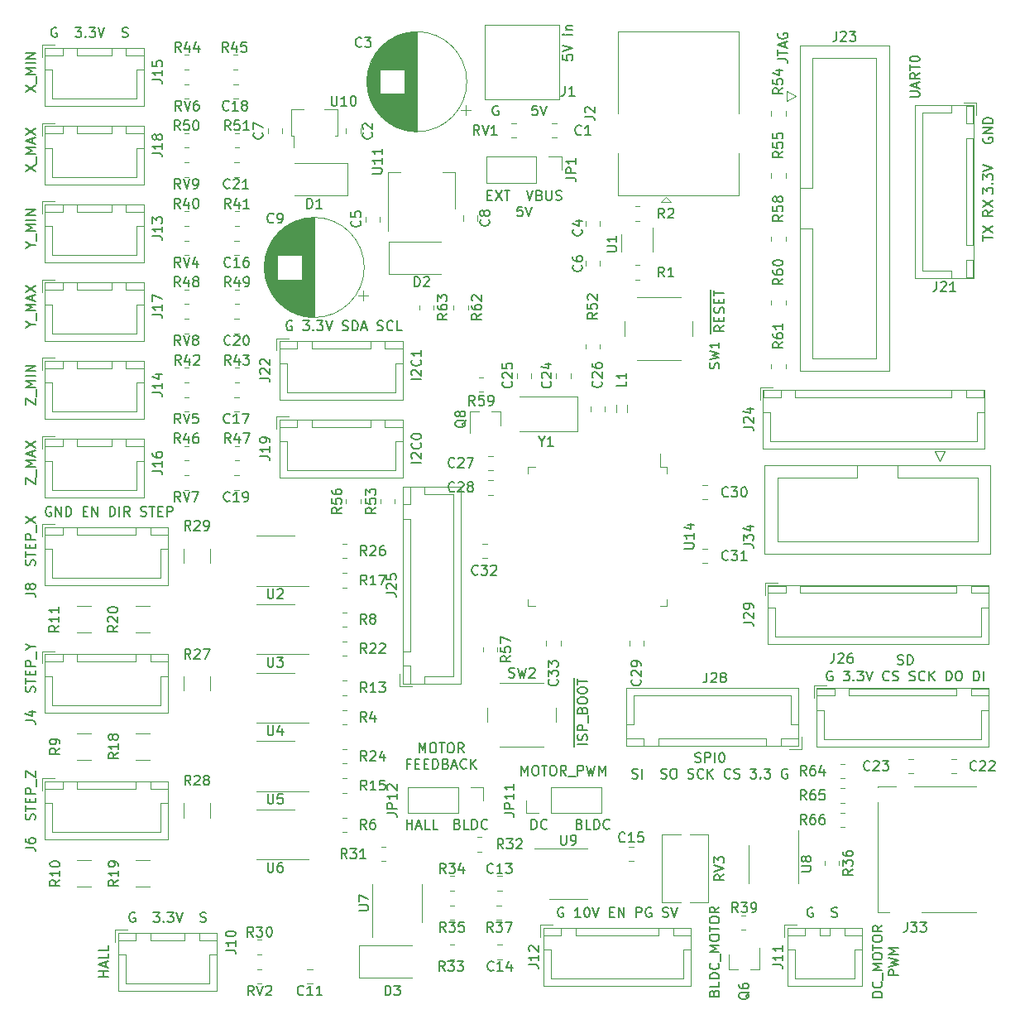
<source format=gbr>
%TF.GenerationSoftware,KiCad,Pcbnew,5.1.9-73d0e3b20d~88~ubuntu20.04.1*%
%TF.CreationDate,2021-04-20T13:41:42-04:00*%
%TF.ProjectId,control,636f6e74-726f-46c2-9e6b-696361645f70,rev?*%
%TF.SameCoordinates,Original*%
%TF.FileFunction,Legend,Top*%
%TF.FilePolarity,Positive*%
%FSLAX46Y46*%
G04 Gerber Fmt 4.6, Leading zero omitted, Abs format (unit mm)*
G04 Created by KiCad (PCBNEW 5.1.9-73d0e3b20d~88~ubuntu20.04.1) date 2021-04-20 13:41:42*
%MOMM*%
%LPD*%
G01*
G04 APERTURE LIST*
%ADD10C,0.150000*%
%ADD11C,0.120000*%
G04 APERTURE END LIST*
D10*
X67738095Y-37603571D02*
X68071428Y-37603571D01*
X68214285Y-38127380D02*
X67738095Y-38127380D01*
X67738095Y-37127380D01*
X68214285Y-37127380D01*
X68547619Y-37127380D02*
X69214285Y-38127380D01*
X69214285Y-37127380D02*
X68547619Y-38127380D01*
X69452380Y-37127380D02*
X70023809Y-37127380D01*
X69738095Y-38127380D02*
X69738095Y-37127380D01*
X71738095Y-37127380D02*
X72071428Y-38127380D01*
X72404761Y-37127380D01*
X73071428Y-37603571D02*
X73214285Y-37651190D01*
X73261904Y-37698809D01*
X73309523Y-37794047D01*
X73309523Y-37936904D01*
X73261904Y-38032142D01*
X73214285Y-38079761D01*
X73119047Y-38127380D01*
X72738095Y-38127380D01*
X72738095Y-37127380D01*
X73071428Y-37127380D01*
X73166666Y-37175000D01*
X73214285Y-37222619D01*
X73261904Y-37317857D01*
X73261904Y-37413095D01*
X73214285Y-37508333D01*
X73166666Y-37555952D01*
X73071428Y-37603571D01*
X72738095Y-37603571D01*
X73738095Y-37127380D02*
X73738095Y-37936904D01*
X73785714Y-38032142D01*
X73833333Y-38079761D01*
X73928571Y-38127380D01*
X74119047Y-38127380D01*
X74214285Y-38079761D01*
X74261904Y-38032142D01*
X74309523Y-37936904D01*
X74309523Y-37127380D01*
X74738095Y-38079761D02*
X74880952Y-38127380D01*
X75119047Y-38127380D01*
X75214285Y-38079761D01*
X75261904Y-38032142D01*
X75309523Y-37936904D01*
X75309523Y-37841666D01*
X75261904Y-37746428D01*
X75214285Y-37698809D01*
X75119047Y-37651190D01*
X74928571Y-37603571D01*
X74833333Y-37555952D01*
X74785714Y-37508333D01*
X74738095Y-37413095D01*
X74738095Y-37317857D01*
X74785714Y-37222619D01*
X74833333Y-37175000D01*
X74928571Y-37127380D01*
X75166666Y-37127380D01*
X75309523Y-37175000D01*
X71309523Y-38777380D02*
X70833333Y-38777380D01*
X70785714Y-39253571D01*
X70833333Y-39205952D01*
X70928571Y-39158333D01*
X71166666Y-39158333D01*
X71261904Y-39205952D01*
X71309523Y-39253571D01*
X71357142Y-39348809D01*
X71357142Y-39586904D01*
X71309523Y-39682142D01*
X71261904Y-39729761D01*
X71166666Y-39777380D01*
X70928571Y-39777380D01*
X70833333Y-39729761D01*
X70785714Y-39682142D01*
X71642857Y-38777380D02*
X71976190Y-39777380D01*
X72309523Y-38777380D01*
X64666666Y-101928571D02*
X64809523Y-101976190D01*
X64857142Y-102023809D01*
X64904761Y-102119047D01*
X64904761Y-102261904D01*
X64857142Y-102357142D01*
X64809523Y-102404761D01*
X64714285Y-102452380D01*
X64333333Y-102452380D01*
X64333333Y-101452380D01*
X64666666Y-101452380D01*
X64761904Y-101500000D01*
X64809523Y-101547619D01*
X64857142Y-101642857D01*
X64857142Y-101738095D01*
X64809523Y-101833333D01*
X64761904Y-101880952D01*
X64666666Y-101928571D01*
X64333333Y-101928571D01*
X65809523Y-102452380D02*
X65333333Y-102452380D01*
X65333333Y-101452380D01*
X66142857Y-102452380D02*
X66142857Y-101452380D01*
X66380952Y-101452380D01*
X66523809Y-101500000D01*
X66619047Y-101595238D01*
X66666666Y-101690476D01*
X66714285Y-101880952D01*
X66714285Y-102023809D01*
X66666666Y-102214285D01*
X66619047Y-102309523D01*
X66523809Y-102404761D01*
X66380952Y-102452380D01*
X66142857Y-102452380D01*
X67714285Y-102357142D02*
X67666666Y-102404761D01*
X67523809Y-102452380D01*
X67428571Y-102452380D01*
X67285714Y-102404761D01*
X67190476Y-102309523D01*
X67142857Y-102214285D01*
X67095238Y-102023809D01*
X67095238Y-101880952D01*
X67142857Y-101690476D01*
X67190476Y-101595238D01*
X67285714Y-101500000D01*
X67428571Y-101452380D01*
X67523809Y-101452380D01*
X67666666Y-101500000D01*
X67714285Y-101547619D01*
X59476190Y-102452380D02*
X59476190Y-101452380D01*
X59476190Y-101928571D02*
X60047619Y-101928571D01*
X60047619Y-102452380D02*
X60047619Y-101452380D01*
X60476190Y-102166666D02*
X60952380Y-102166666D01*
X60380952Y-102452380D02*
X60714285Y-101452380D01*
X61047619Y-102452380D01*
X61857142Y-102452380D02*
X61380952Y-102452380D01*
X61380952Y-101452380D01*
X62666666Y-102452380D02*
X62190476Y-102452380D01*
X62190476Y-101452380D01*
X60738095Y-94627380D02*
X60738095Y-93627380D01*
X61071428Y-94341666D01*
X61404761Y-93627380D01*
X61404761Y-94627380D01*
X62071428Y-93627380D02*
X62261904Y-93627380D01*
X62357142Y-93675000D01*
X62452380Y-93770238D01*
X62500000Y-93960714D01*
X62500000Y-94294047D01*
X62452380Y-94484523D01*
X62357142Y-94579761D01*
X62261904Y-94627380D01*
X62071428Y-94627380D01*
X61976190Y-94579761D01*
X61880952Y-94484523D01*
X61833333Y-94294047D01*
X61833333Y-93960714D01*
X61880952Y-93770238D01*
X61976190Y-93675000D01*
X62071428Y-93627380D01*
X62785714Y-93627380D02*
X63357142Y-93627380D01*
X63071428Y-94627380D02*
X63071428Y-93627380D01*
X63880952Y-93627380D02*
X64071428Y-93627380D01*
X64166666Y-93675000D01*
X64261904Y-93770238D01*
X64309523Y-93960714D01*
X64309523Y-94294047D01*
X64261904Y-94484523D01*
X64166666Y-94579761D01*
X64071428Y-94627380D01*
X63880952Y-94627380D01*
X63785714Y-94579761D01*
X63690476Y-94484523D01*
X63642857Y-94294047D01*
X63642857Y-93960714D01*
X63690476Y-93770238D01*
X63785714Y-93675000D01*
X63880952Y-93627380D01*
X65309523Y-94627380D02*
X64976190Y-94151190D01*
X64738095Y-94627380D02*
X64738095Y-93627380D01*
X65119047Y-93627380D01*
X65214285Y-93675000D01*
X65261904Y-93722619D01*
X65309523Y-93817857D01*
X65309523Y-93960714D01*
X65261904Y-94055952D01*
X65214285Y-94103571D01*
X65119047Y-94151190D01*
X64738095Y-94151190D01*
X59809523Y-95753571D02*
X59476190Y-95753571D01*
X59476190Y-96277380D02*
X59476190Y-95277380D01*
X59952380Y-95277380D01*
X60333333Y-95753571D02*
X60666666Y-95753571D01*
X60809523Y-96277380D02*
X60333333Y-96277380D01*
X60333333Y-95277380D01*
X60809523Y-95277380D01*
X61238095Y-95753571D02*
X61571428Y-95753571D01*
X61714285Y-96277380D02*
X61238095Y-96277380D01*
X61238095Y-95277380D01*
X61714285Y-95277380D01*
X62142857Y-96277380D02*
X62142857Y-95277380D01*
X62380952Y-95277380D01*
X62523809Y-95325000D01*
X62619047Y-95420238D01*
X62666666Y-95515476D01*
X62714285Y-95705952D01*
X62714285Y-95848809D01*
X62666666Y-96039285D01*
X62619047Y-96134523D01*
X62523809Y-96229761D01*
X62380952Y-96277380D01*
X62142857Y-96277380D01*
X63476190Y-95753571D02*
X63619047Y-95801190D01*
X63666666Y-95848809D01*
X63714285Y-95944047D01*
X63714285Y-96086904D01*
X63666666Y-96182142D01*
X63619047Y-96229761D01*
X63523809Y-96277380D01*
X63142857Y-96277380D01*
X63142857Y-95277380D01*
X63476190Y-95277380D01*
X63571428Y-95325000D01*
X63619047Y-95372619D01*
X63666666Y-95467857D01*
X63666666Y-95563095D01*
X63619047Y-95658333D01*
X63571428Y-95705952D01*
X63476190Y-95753571D01*
X63142857Y-95753571D01*
X64095238Y-95991666D02*
X64571428Y-95991666D01*
X64000000Y-96277380D02*
X64333333Y-95277380D01*
X64666666Y-96277380D01*
X65571428Y-96182142D02*
X65523809Y-96229761D01*
X65380952Y-96277380D01*
X65285714Y-96277380D01*
X65142857Y-96229761D01*
X65047619Y-96134523D01*
X65000000Y-96039285D01*
X64952380Y-95848809D01*
X64952380Y-95705952D01*
X65000000Y-95515476D01*
X65047619Y-95420238D01*
X65142857Y-95325000D01*
X65285714Y-95277380D01*
X65380952Y-95277380D01*
X65523809Y-95325000D01*
X65571428Y-95372619D01*
X66000000Y-96277380D02*
X66000000Y-95277380D01*
X66571428Y-96277380D02*
X66142857Y-95705952D01*
X66571428Y-95277380D02*
X66000000Y-95848809D01*
X77166666Y-101928571D02*
X77309523Y-101976190D01*
X77357142Y-102023809D01*
X77404761Y-102119047D01*
X77404761Y-102261904D01*
X77357142Y-102357142D01*
X77309523Y-102404761D01*
X77214285Y-102452380D01*
X76833333Y-102452380D01*
X76833333Y-101452380D01*
X77166666Y-101452380D01*
X77261904Y-101500000D01*
X77309523Y-101547619D01*
X77357142Y-101642857D01*
X77357142Y-101738095D01*
X77309523Y-101833333D01*
X77261904Y-101880952D01*
X77166666Y-101928571D01*
X76833333Y-101928571D01*
X78309523Y-102452380D02*
X77833333Y-102452380D01*
X77833333Y-101452380D01*
X78642857Y-102452380D02*
X78642857Y-101452380D01*
X78880952Y-101452380D01*
X79023809Y-101500000D01*
X79119047Y-101595238D01*
X79166666Y-101690476D01*
X79214285Y-101880952D01*
X79214285Y-102023809D01*
X79166666Y-102214285D01*
X79119047Y-102309523D01*
X79023809Y-102404761D01*
X78880952Y-102452380D01*
X78642857Y-102452380D01*
X80214285Y-102357142D02*
X80166666Y-102404761D01*
X80023809Y-102452380D01*
X79928571Y-102452380D01*
X79785714Y-102404761D01*
X79690476Y-102309523D01*
X79642857Y-102214285D01*
X79595238Y-102023809D01*
X79595238Y-101880952D01*
X79642857Y-101690476D01*
X79690476Y-101595238D01*
X79785714Y-101500000D01*
X79928571Y-101452380D01*
X80023809Y-101452380D01*
X80166666Y-101500000D01*
X80214285Y-101547619D01*
X72238095Y-102452380D02*
X72238095Y-101452380D01*
X72476190Y-101452380D01*
X72619047Y-101500000D01*
X72714285Y-101595238D01*
X72761904Y-101690476D01*
X72809523Y-101880952D01*
X72809523Y-102023809D01*
X72761904Y-102214285D01*
X72714285Y-102309523D01*
X72619047Y-102404761D01*
X72476190Y-102452380D01*
X72238095Y-102452380D01*
X73809523Y-102357142D02*
X73761904Y-102404761D01*
X73619047Y-102452380D01*
X73523809Y-102452380D01*
X73380952Y-102404761D01*
X73285714Y-102309523D01*
X73238095Y-102214285D01*
X73190476Y-102023809D01*
X73190476Y-101880952D01*
X73238095Y-101690476D01*
X73285714Y-101595238D01*
X73380952Y-101500000D01*
X73523809Y-101452380D01*
X73619047Y-101452380D01*
X73761904Y-101500000D01*
X73809523Y-101547619D01*
X71214285Y-96952380D02*
X71214285Y-95952380D01*
X71547619Y-96666666D01*
X71880952Y-95952380D01*
X71880952Y-96952380D01*
X72547619Y-95952380D02*
X72738095Y-95952380D01*
X72833333Y-96000000D01*
X72928571Y-96095238D01*
X72976190Y-96285714D01*
X72976190Y-96619047D01*
X72928571Y-96809523D01*
X72833333Y-96904761D01*
X72738095Y-96952380D01*
X72547619Y-96952380D01*
X72452380Y-96904761D01*
X72357142Y-96809523D01*
X72309523Y-96619047D01*
X72309523Y-96285714D01*
X72357142Y-96095238D01*
X72452380Y-96000000D01*
X72547619Y-95952380D01*
X73261904Y-95952380D02*
X73833333Y-95952380D01*
X73547619Y-96952380D02*
X73547619Y-95952380D01*
X74357142Y-95952380D02*
X74547619Y-95952380D01*
X74642857Y-96000000D01*
X74738095Y-96095238D01*
X74785714Y-96285714D01*
X74785714Y-96619047D01*
X74738095Y-96809523D01*
X74642857Y-96904761D01*
X74547619Y-96952380D01*
X74357142Y-96952380D01*
X74261904Y-96904761D01*
X74166666Y-96809523D01*
X74119047Y-96619047D01*
X74119047Y-96285714D01*
X74166666Y-96095238D01*
X74261904Y-96000000D01*
X74357142Y-95952380D01*
X75785714Y-96952380D02*
X75452380Y-96476190D01*
X75214285Y-96952380D02*
X75214285Y-95952380D01*
X75595238Y-95952380D01*
X75690476Y-96000000D01*
X75738095Y-96047619D01*
X75785714Y-96142857D01*
X75785714Y-96285714D01*
X75738095Y-96380952D01*
X75690476Y-96428571D01*
X75595238Y-96476190D01*
X75214285Y-96476190D01*
X75976190Y-97047619D02*
X76738095Y-97047619D01*
X76976190Y-96952380D02*
X76976190Y-95952380D01*
X77357142Y-95952380D01*
X77452380Y-96000000D01*
X77500000Y-96047619D01*
X77547619Y-96142857D01*
X77547619Y-96285714D01*
X77500000Y-96380952D01*
X77452380Y-96428571D01*
X77357142Y-96476190D01*
X76976190Y-96476190D01*
X77880952Y-95952380D02*
X78119047Y-96952380D01*
X78309523Y-96238095D01*
X78500000Y-96952380D01*
X78738095Y-95952380D01*
X79119047Y-96952380D02*
X79119047Y-95952380D01*
X79452380Y-96666666D01*
X79785714Y-95952380D01*
X79785714Y-96952380D01*
X118500000Y-31761904D02*
X118452380Y-31857142D01*
X118452380Y-32000000D01*
X118500000Y-32142857D01*
X118595238Y-32238095D01*
X118690476Y-32285714D01*
X118880952Y-32333333D01*
X119023809Y-32333333D01*
X119214285Y-32285714D01*
X119309523Y-32238095D01*
X119404761Y-32142857D01*
X119452380Y-32000000D01*
X119452380Y-31904761D01*
X119404761Y-31761904D01*
X119357142Y-31714285D01*
X119023809Y-31714285D01*
X119023809Y-31904761D01*
X119452380Y-31285714D02*
X118452380Y-31285714D01*
X119452380Y-30714285D01*
X118452380Y-30714285D01*
X119452380Y-30238095D02*
X118452380Y-30238095D01*
X118452380Y-30000000D01*
X118500000Y-29857142D01*
X118595238Y-29761904D01*
X118690476Y-29714285D01*
X118880952Y-29666666D01*
X119023809Y-29666666D01*
X119214285Y-29714285D01*
X119309523Y-29761904D01*
X119404761Y-29857142D01*
X119452380Y-30000000D01*
X119452380Y-30238095D01*
X118452380Y-37476190D02*
X118452380Y-36857142D01*
X118833333Y-37190476D01*
X118833333Y-37047619D01*
X118880952Y-36952380D01*
X118928571Y-36904761D01*
X119023809Y-36857142D01*
X119261904Y-36857142D01*
X119357142Y-36904761D01*
X119404761Y-36952380D01*
X119452380Y-37047619D01*
X119452380Y-37333333D01*
X119404761Y-37428571D01*
X119357142Y-37476190D01*
X119357142Y-36428571D02*
X119404761Y-36380952D01*
X119452380Y-36428571D01*
X119404761Y-36476190D01*
X119357142Y-36428571D01*
X119452380Y-36428571D01*
X118452380Y-36047619D02*
X118452380Y-35428571D01*
X118833333Y-35761904D01*
X118833333Y-35619047D01*
X118880952Y-35523809D01*
X118928571Y-35476190D01*
X119023809Y-35428571D01*
X119261904Y-35428571D01*
X119357142Y-35476190D01*
X119404761Y-35523809D01*
X119452380Y-35619047D01*
X119452380Y-35904761D01*
X119404761Y-36000000D01*
X119357142Y-36047619D01*
X118452380Y-35142857D02*
X119452380Y-34809523D01*
X118452380Y-34476190D01*
X119452380Y-39166666D02*
X118976190Y-39500000D01*
X119452380Y-39738095D02*
X118452380Y-39738095D01*
X118452380Y-39357142D01*
X118500000Y-39261904D01*
X118547619Y-39214285D01*
X118642857Y-39166666D01*
X118785714Y-39166666D01*
X118880952Y-39214285D01*
X118928571Y-39261904D01*
X118976190Y-39357142D01*
X118976190Y-39738095D01*
X118452380Y-38833333D02*
X119452380Y-38166666D01*
X118452380Y-38166666D02*
X119452380Y-38833333D01*
X118452380Y-42261904D02*
X118452380Y-41690476D01*
X119452380Y-41976190D02*
X118452380Y-41976190D01*
X118452380Y-41452380D02*
X119452380Y-40785714D01*
X118452380Y-40785714D02*
X119452380Y-41452380D01*
X89000000Y-95579761D02*
X89142857Y-95627380D01*
X89380952Y-95627380D01*
X89476190Y-95579761D01*
X89523809Y-95532142D01*
X89571428Y-95436904D01*
X89571428Y-95341666D01*
X89523809Y-95246428D01*
X89476190Y-95198809D01*
X89380952Y-95151190D01*
X89190476Y-95103571D01*
X89095238Y-95055952D01*
X89047619Y-95008333D01*
X89000000Y-94913095D01*
X89000000Y-94817857D01*
X89047619Y-94722619D01*
X89095238Y-94675000D01*
X89190476Y-94627380D01*
X89428571Y-94627380D01*
X89571428Y-94675000D01*
X90000000Y-95627380D02*
X90000000Y-94627380D01*
X90380952Y-94627380D01*
X90476190Y-94675000D01*
X90523809Y-94722619D01*
X90571428Y-94817857D01*
X90571428Y-94960714D01*
X90523809Y-95055952D01*
X90476190Y-95103571D01*
X90380952Y-95151190D01*
X90000000Y-95151190D01*
X91000000Y-95627380D02*
X91000000Y-94627380D01*
X91666666Y-94627380D02*
X91761904Y-94627380D01*
X91857142Y-94675000D01*
X91904761Y-94722619D01*
X91952380Y-94817857D01*
X92000000Y-95008333D01*
X92000000Y-95246428D01*
X91952380Y-95436904D01*
X91904761Y-95532142D01*
X91857142Y-95579761D01*
X91761904Y-95627380D01*
X91666666Y-95627380D01*
X91571428Y-95579761D01*
X91523809Y-95532142D01*
X91476190Y-95436904D01*
X91428571Y-95246428D01*
X91428571Y-95008333D01*
X91476190Y-94817857D01*
X91523809Y-94722619D01*
X91571428Y-94675000D01*
X91666666Y-94627380D01*
X82547619Y-97229761D02*
X82690476Y-97277380D01*
X82928571Y-97277380D01*
X83023809Y-97229761D01*
X83071428Y-97182142D01*
X83119047Y-97086904D01*
X83119047Y-96991666D01*
X83071428Y-96896428D01*
X83023809Y-96848809D01*
X82928571Y-96801190D01*
X82738095Y-96753571D01*
X82642857Y-96705952D01*
X82595238Y-96658333D01*
X82547619Y-96563095D01*
X82547619Y-96467857D01*
X82595238Y-96372619D01*
X82642857Y-96325000D01*
X82738095Y-96277380D01*
X82976190Y-96277380D01*
X83119047Y-96325000D01*
X83547619Y-97277380D02*
X83547619Y-96277380D01*
X85500000Y-97229761D02*
X85642857Y-97277380D01*
X85880952Y-97277380D01*
X85976190Y-97229761D01*
X86023809Y-97182142D01*
X86071428Y-97086904D01*
X86071428Y-96991666D01*
X86023809Y-96896428D01*
X85976190Y-96848809D01*
X85880952Y-96801190D01*
X85690476Y-96753571D01*
X85595238Y-96705952D01*
X85547619Y-96658333D01*
X85500000Y-96563095D01*
X85500000Y-96467857D01*
X85547619Y-96372619D01*
X85595238Y-96325000D01*
X85690476Y-96277380D01*
X85928571Y-96277380D01*
X86071428Y-96325000D01*
X86690476Y-96277380D02*
X86880952Y-96277380D01*
X86976190Y-96325000D01*
X87071428Y-96420238D01*
X87119047Y-96610714D01*
X87119047Y-96944047D01*
X87071428Y-97134523D01*
X86976190Y-97229761D01*
X86880952Y-97277380D01*
X86690476Y-97277380D01*
X86595238Y-97229761D01*
X86500000Y-97134523D01*
X86452380Y-96944047D01*
X86452380Y-96610714D01*
X86500000Y-96420238D01*
X86595238Y-96325000D01*
X86690476Y-96277380D01*
X88261904Y-97229761D02*
X88404761Y-97277380D01*
X88642857Y-97277380D01*
X88738095Y-97229761D01*
X88785714Y-97182142D01*
X88833333Y-97086904D01*
X88833333Y-96991666D01*
X88785714Y-96896428D01*
X88738095Y-96848809D01*
X88642857Y-96801190D01*
X88452380Y-96753571D01*
X88357142Y-96705952D01*
X88309523Y-96658333D01*
X88261904Y-96563095D01*
X88261904Y-96467857D01*
X88309523Y-96372619D01*
X88357142Y-96325000D01*
X88452380Y-96277380D01*
X88690476Y-96277380D01*
X88833333Y-96325000D01*
X89833333Y-97182142D02*
X89785714Y-97229761D01*
X89642857Y-97277380D01*
X89547619Y-97277380D01*
X89404761Y-97229761D01*
X89309523Y-97134523D01*
X89261904Y-97039285D01*
X89214285Y-96848809D01*
X89214285Y-96705952D01*
X89261904Y-96515476D01*
X89309523Y-96420238D01*
X89404761Y-96325000D01*
X89547619Y-96277380D01*
X89642857Y-96277380D01*
X89785714Y-96325000D01*
X89833333Y-96372619D01*
X90261904Y-97277380D02*
X90261904Y-96277380D01*
X90833333Y-97277380D02*
X90404761Y-96705952D01*
X90833333Y-96277380D02*
X90261904Y-96848809D01*
X92595238Y-97182142D02*
X92547619Y-97229761D01*
X92404761Y-97277380D01*
X92309523Y-97277380D01*
X92166666Y-97229761D01*
X92071428Y-97134523D01*
X92023809Y-97039285D01*
X91976190Y-96848809D01*
X91976190Y-96705952D01*
X92023809Y-96515476D01*
X92071428Y-96420238D01*
X92166666Y-96325000D01*
X92309523Y-96277380D01*
X92404761Y-96277380D01*
X92547619Y-96325000D01*
X92595238Y-96372619D01*
X92976190Y-97229761D02*
X93119047Y-97277380D01*
X93357142Y-97277380D01*
X93452380Y-97229761D01*
X93500000Y-97182142D01*
X93547619Y-97086904D01*
X93547619Y-96991666D01*
X93500000Y-96896428D01*
X93452380Y-96848809D01*
X93357142Y-96801190D01*
X93166666Y-96753571D01*
X93071428Y-96705952D01*
X93023809Y-96658333D01*
X92976190Y-96563095D01*
X92976190Y-96467857D01*
X93023809Y-96372619D01*
X93071428Y-96325000D01*
X93166666Y-96277380D01*
X93404761Y-96277380D01*
X93547619Y-96325000D01*
X94642857Y-96277380D02*
X95261904Y-96277380D01*
X94928571Y-96658333D01*
X95071428Y-96658333D01*
X95166666Y-96705952D01*
X95214285Y-96753571D01*
X95261904Y-96848809D01*
X95261904Y-97086904D01*
X95214285Y-97182142D01*
X95166666Y-97229761D01*
X95071428Y-97277380D01*
X94785714Y-97277380D01*
X94690476Y-97229761D01*
X94642857Y-97182142D01*
X95690476Y-97182142D02*
X95738095Y-97229761D01*
X95690476Y-97277380D01*
X95642857Y-97229761D01*
X95690476Y-97182142D01*
X95690476Y-97277380D01*
X96071428Y-96277380D02*
X96690476Y-96277380D01*
X96357142Y-96658333D01*
X96499999Y-96658333D01*
X96595238Y-96705952D01*
X96642857Y-96753571D01*
X96690476Y-96848809D01*
X96690476Y-97086904D01*
X96642857Y-97182142D01*
X96595238Y-97229761D01*
X96499999Y-97277380D01*
X96214285Y-97277380D01*
X96119047Y-97229761D01*
X96071428Y-97182142D01*
X98404761Y-96325000D02*
X98309523Y-96277380D01*
X98166666Y-96277380D01*
X98023809Y-96325000D01*
X97928571Y-96420238D01*
X97880952Y-96515476D01*
X97833333Y-96705952D01*
X97833333Y-96848809D01*
X97880952Y-97039285D01*
X97928571Y-97134523D01*
X98023809Y-97229761D01*
X98166666Y-97277380D01*
X98261904Y-97277380D01*
X98404761Y-97229761D01*
X98452380Y-97182142D01*
X98452380Y-96848809D01*
X98261904Y-96848809D01*
X109714285Y-85579761D02*
X109857142Y-85627380D01*
X110095238Y-85627380D01*
X110190476Y-85579761D01*
X110238095Y-85532142D01*
X110285714Y-85436904D01*
X110285714Y-85341666D01*
X110238095Y-85246428D01*
X110190476Y-85198809D01*
X110095238Y-85151190D01*
X109904761Y-85103571D01*
X109809523Y-85055952D01*
X109761904Y-85008333D01*
X109714285Y-84913095D01*
X109714285Y-84817857D01*
X109761904Y-84722619D01*
X109809523Y-84675000D01*
X109904761Y-84627380D01*
X110142857Y-84627380D01*
X110285714Y-84675000D01*
X110714285Y-85627380D02*
X110714285Y-84627380D01*
X110952380Y-84627380D01*
X111095238Y-84675000D01*
X111190476Y-84770238D01*
X111238095Y-84865476D01*
X111285714Y-85055952D01*
X111285714Y-85198809D01*
X111238095Y-85389285D01*
X111190476Y-85484523D01*
X111095238Y-85579761D01*
X110952380Y-85627380D01*
X110714285Y-85627380D01*
X103023809Y-86325000D02*
X102928571Y-86277380D01*
X102785714Y-86277380D01*
X102642857Y-86325000D01*
X102547619Y-86420238D01*
X102500000Y-86515476D01*
X102452380Y-86705952D01*
X102452380Y-86848809D01*
X102500000Y-87039285D01*
X102547619Y-87134523D01*
X102642857Y-87229761D01*
X102785714Y-87277380D01*
X102880952Y-87277380D01*
X103023809Y-87229761D01*
X103071428Y-87182142D01*
X103071428Y-86848809D01*
X102880952Y-86848809D01*
X104166666Y-86277380D02*
X104785714Y-86277380D01*
X104452380Y-86658333D01*
X104595238Y-86658333D01*
X104690476Y-86705952D01*
X104738095Y-86753571D01*
X104785714Y-86848809D01*
X104785714Y-87086904D01*
X104738095Y-87182142D01*
X104690476Y-87229761D01*
X104595238Y-87277380D01*
X104309523Y-87277380D01*
X104214285Y-87229761D01*
X104166666Y-87182142D01*
X105214285Y-87182142D02*
X105261904Y-87229761D01*
X105214285Y-87277380D01*
X105166666Y-87229761D01*
X105214285Y-87182142D01*
X105214285Y-87277380D01*
X105595238Y-86277380D02*
X106214285Y-86277380D01*
X105880952Y-86658333D01*
X106023809Y-86658333D01*
X106119047Y-86705952D01*
X106166666Y-86753571D01*
X106214285Y-86848809D01*
X106214285Y-87086904D01*
X106166666Y-87182142D01*
X106119047Y-87229761D01*
X106023809Y-87277380D01*
X105738095Y-87277380D01*
X105642857Y-87229761D01*
X105595238Y-87182142D01*
X106500000Y-86277380D02*
X106833333Y-87277380D01*
X107166666Y-86277380D01*
X108833333Y-87182142D02*
X108785714Y-87229761D01*
X108642857Y-87277380D01*
X108547619Y-87277380D01*
X108404761Y-87229761D01*
X108309523Y-87134523D01*
X108261904Y-87039285D01*
X108214285Y-86848809D01*
X108214285Y-86705952D01*
X108261904Y-86515476D01*
X108309523Y-86420238D01*
X108404761Y-86325000D01*
X108547619Y-86277380D01*
X108642857Y-86277380D01*
X108785714Y-86325000D01*
X108833333Y-86372619D01*
X109214285Y-87229761D02*
X109357142Y-87277380D01*
X109595238Y-87277380D01*
X109690476Y-87229761D01*
X109738095Y-87182142D01*
X109785714Y-87086904D01*
X109785714Y-86991666D01*
X109738095Y-86896428D01*
X109690476Y-86848809D01*
X109595238Y-86801190D01*
X109404761Y-86753571D01*
X109309523Y-86705952D01*
X109261904Y-86658333D01*
X109214285Y-86563095D01*
X109214285Y-86467857D01*
X109261904Y-86372619D01*
X109309523Y-86325000D01*
X109404761Y-86277380D01*
X109642857Y-86277380D01*
X109785714Y-86325000D01*
X110928571Y-87229761D02*
X111071428Y-87277380D01*
X111309523Y-87277380D01*
X111404761Y-87229761D01*
X111452380Y-87182142D01*
X111500000Y-87086904D01*
X111500000Y-86991666D01*
X111452380Y-86896428D01*
X111404761Y-86848809D01*
X111309523Y-86801190D01*
X111119047Y-86753571D01*
X111023809Y-86705952D01*
X110976190Y-86658333D01*
X110928571Y-86563095D01*
X110928571Y-86467857D01*
X110976190Y-86372619D01*
X111023809Y-86325000D01*
X111119047Y-86277380D01*
X111357142Y-86277380D01*
X111500000Y-86325000D01*
X112500000Y-87182142D02*
X112452380Y-87229761D01*
X112309523Y-87277380D01*
X112214285Y-87277380D01*
X112071428Y-87229761D01*
X111976190Y-87134523D01*
X111928571Y-87039285D01*
X111880952Y-86848809D01*
X111880952Y-86705952D01*
X111928571Y-86515476D01*
X111976190Y-86420238D01*
X112071428Y-86325000D01*
X112214285Y-86277380D01*
X112309523Y-86277380D01*
X112452380Y-86325000D01*
X112500000Y-86372619D01*
X112928571Y-87277380D02*
X112928571Y-86277380D01*
X113500000Y-87277380D02*
X113071428Y-86705952D01*
X113500000Y-86277380D02*
X112928571Y-86848809D01*
X114690476Y-87277380D02*
X114690476Y-86277380D01*
X114928571Y-86277380D01*
X115071428Y-86325000D01*
X115166666Y-86420238D01*
X115214285Y-86515476D01*
X115261904Y-86705952D01*
X115261904Y-86848809D01*
X115214285Y-87039285D01*
X115166666Y-87134523D01*
X115071428Y-87229761D01*
X114928571Y-87277380D01*
X114690476Y-87277380D01*
X115880952Y-86277380D02*
X116071428Y-86277380D01*
X116166666Y-86325000D01*
X116261904Y-86420238D01*
X116309523Y-86610714D01*
X116309523Y-86944047D01*
X116261904Y-87134523D01*
X116166666Y-87229761D01*
X116071428Y-87277380D01*
X115880952Y-87277380D01*
X115785714Y-87229761D01*
X115690476Y-87134523D01*
X115642857Y-86944047D01*
X115642857Y-86610714D01*
X115690476Y-86420238D01*
X115785714Y-86325000D01*
X115880952Y-86277380D01*
X117500000Y-87277380D02*
X117500000Y-86277380D01*
X117738095Y-86277380D01*
X117880952Y-86325000D01*
X117976190Y-86420238D01*
X118023809Y-86515476D01*
X118071428Y-86705952D01*
X118071428Y-86848809D01*
X118023809Y-87039285D01*
X117976190Y-87134523D01*
X117880952Y-87229761D01*
X117738095Y-87277380D01*
X117500000Y-87277380D01*
X118500000Y-87277380D02*
X118500000Y-86277380D01*
X76585000Y-94023809D02*
X76585000Y-93547619D01*
X77952380Y-93785714D02*
X76952380Y-93785714D01*
X76585000Y-93547619D02*
X76585000Y-92595238D01*
X77904761Y-93357142D02*
X77952380Y-93214285D01*
X77952380Y-92976190D01*
X77904761Y-92880952D01*
X77857142Y-92833333D01*
X77761904Y-92785714D01*
X77666666Y-92785714D01*
X77571428Y-92833333D01*
X77523809Y-92880952D01*
X77476190Y-92976190D01*
X77428571Y-93166666D01*
X77380952Y-93261904D01*
X77333333Y-93309523D01*
X77238095Y-93357142D01*
X77142857Y-93357142D01*
X77047619Y-93309523D01*
X77000000Y-93261904D01*
X76952380Y-93166666D01*
X76952380Y-92928571D01*
X77000000Y-92785714D01*
X76585000Y-92595238D02*
X76585000Y-91595238D01*
X77952380Y-92357142D02*
X76952380Y-92357142D01*
X76952380Y-91976190D01*
X77000000Y-91880952D01*
X77047619Y-91833333D01*
X77142857Y-91785714D01*
X77285714Y-91785714D01*
X77380952Y-91833333D01*
X77428571Y-91880952D01*
X77476190Y-91976190D01*
X77476190Y-92357142D01*
X76585000Y-91595238D02*
X76585000Y-90833333D01*
X78047619Y-91595238D02*
X78047619Y-90833333D01*
X76585000Y-90833333D02*
X76585000Y-89833333D01*
X77428571Y-90261904D02*
X77476190Y-90119047D01*
X77523809Y-90071428D01*
X77619047Y-90023809D01*
X77761904Y-90023809D01*
X77857142Y-90071428D01*
X77904761Y-90119047D01*
X77952380Y-90214285D01*
X77952380Y-90595238D01*
X76952380Y-90595238D01*
X76952380Y-90261904D01*
X77000000Y-90166666D01*
X77047619Y-90119047D01*
X77142857Y-90071428D01*
X77238095Y-90071428D01*
X77333333Y-90119047D01*
X77380952Y-90166666D01*
X77428571Y-90261904D01*
X77428571Y-90595238D01*
X76585000Y-89833333D02*
X76585000Y-88785714D01*
X76952380Y-89404761D02*
X76952380Y-89214285D01*
X77000000Y-89119047D01*
X77095238Y-89023809D01*
X77285714Y-88976190D01*
X77619047Y-88976190D01*
X77809523Y-89023809D01*
X77904761Y-89119047D01*
X77952380Y-89214285D01*
X77952380Y-89404761D01*
X77904761Y-89500000D01*
X77809523Y-89595238D01*
X77619047Y-89642857D01*
X77285714Y-89642857D01*
X77095238Y-89595238D01*
X77000000Y-89500000D01*
X76952380Y-89404761D01*
X76585000Y-88785714D02*
X76585000Y-87738095D01*
X76952380Y-88357142D02*
X76952380Y-88166666D01*
X77000000Y-88071428D01*
X77095238Y-87976190D01*
X77285714Y-87928571D01*
X77619047Y-87928571D01*
X77809523Y-87976190D01*
X77904761Y-88071428D01*
X77952380Y-88166666D01*
X77952380Y-88357142D01*
X77904761Y-88452380D01*
X77809523Y-88547619D01*
X77619047Y-88595238D01*
X77285714Y-88595238D01*
X77095238Y-88547619D01*
X77000000Y-88452380D01*
X76952380Y-88357142D01*
X76585000Y-87738095D02*
X76585000Y-86976190D01*
X76952380Y-87642857D02*
X76952380Y-87071428D01*
X77952380Y-87357142D02*
X76952380Y-87357142D01*
X60952380Y-56452380D02*
X59952380Y-56452380D01*
X60047619Y-56023809D02*
X60000000Y-55976190D01*
X59952380Y-55880952D01*
X59952380Y-55642857D01*
X60000000Y-55547619D01*
X60047619Y-55500000D01*
X60142857Y-55452380D01*
X60238095Y-55452380D01*
X60380952Y-55500000D01*
X60952380Y-56071428D01*
X60952380Y-55452380D01*
X60857142Y-54452380D02*
X60904761Y-54500000D01*
X60952380Y-54642857D01*
X60952380Y-54738095D01*
X60904761Y-54880952D01*
X60809523Y-54976190D01*
X60714285Y-55023809D01*
X60523809Y-55071428D01*
X60380952Y-55071428D01*
X60190476Y-55023809D01*
X60095238Y-54976190D01*
X60000000Y-54880952D01*
X59952380Y-54738095D01*
X59952380Y-54642857D01*
X60000000Y-54500000D01*
X60047619Y-54452380D01*
X60952380Y-53500000D02*
X60952380Y-54071428D01*
X60952380Y-53785714D02*
X59952380Y-53785714D01*
X60095238Y-53880952D01*
X60190476Y-53976190D01*
X60238095Y-54071428D01*
X60952380Y-64952380D02*
X59952380Y-64952380D01*
X60047619Y-64523809D02*
X60000000Y-64476190D01*
X59952380Y-64380952D01*
X59952380Y-64142857D01*
X60000000Y-64047619D01*
X60047619Y-64000000D01*
X60142857Y-63952380D01*
X60238095Y-63952380D01*
X60380952Y-64000000D01*
X60952380Y-64571428D01*
X60952380Y-63952380D01*
X60857142Y-62952380D02*
X60904761Y-63000000D01*
X60952380Y-63142857D01*
X60952380Y-63238095D01*
X60904761Y-63380952D01*
X60809523Y-63476190D01*
X60714285Y-63523809D01*
X60523809Y-63571428D01*
X60380952Y-63571428D01*
X60190476Y-63523809D01*
X60095238Y-63476190D01*
X60000000Y-63380952D01*
X59952380Y-63238095D01*
X59952380Y-63142857D01*
X60000000Y-63000000D01*
X60047619Y-62952380D01*
X59952380Y-62333333D02*
X59952380Y-62238095D01*
X60000000Y-62142857D01*
X60047619Y-62095238D01*
X60142857Y-62047619D01*
X60333333Y-62000000D01*
X60571428Y-62000000D01*
X60761904Y-62047619D01*
X60857142Y-62095238D01*
X60904761Y-62142857D01*
X60952380Y-62238095D01*
X60952380Y-62333333D01*
X60904761Y-62428571D01*
X60857142Y-62476190D01*
X60761904Y-62523809D01*
X60571428Y-62571428D01*
X60333333Y-62571428D01*
X60142857Y-62523809D01*
X60047619Y-62476190D01*
X60000000Y-62428571D01*
X59952380Y-62333333D01*
X47714285Y-50500000D02*
X47619047Y-50452380D01*
X47476190Y-50452380D01*
X47333333Y-50500000D01*
X47238095Y-50595238D01*
X47190476Y-50690476D01*
X47142857Y-50880952D01*
X47142857Y-51023809D01*
X47190476Y-51214285D01*
X47238095Y-51309523D01*
X47333333Y-51404761D01*
X47476190Y-51452380D01*
X47571428Y-51452380D01*
X47714285Y-51404761D01*
X47761904Y-51357142D01*
X47761904Y-51023809D01*
X47571428Y-51023809D01*
X48857142Y-50452380D02*
X49476190Y-50452380D01*
X49142857Y-50833333D01*
X49285714Y-50833333D01*
X49380952Y-50880952D01*
X49428571Y-50928571D01*
X49476190Y-51023809D01*
X49476190Y-51261904D01*
X49428571Y-51357142D01*
X49380952Y-51404761D01*
X49285714Y-51452380D01*
X49000000Y-51452380D01*
X48904761Y-51404761D01*
X48857142Y-51357142D01*
X49904761Y-51357142D02*
X49952380Y-51404761D01*
X49904761Y-51452380D01*
X49857142Y-51404761D01*
X49904761Y-51357142D01*
X49904761Y-51452380D01*
X50285714Y-50452380D02*
X50904761Y-50452380D01*
X50571428Y-50833333D01*
X50714285Y-50833333D01*
X50809523Y-50880952D01*
X50857142Y-50928571D01*
X50904761Y-51023809D01*
X50904761Y-51261904D01*
X50857142Y-51357142D01*
X50809523Y-51404761D01*
X50714285Y-51452380D01*
X50428571Y-51452380D01*
X50333333Y-51404761D01*
X50285714Y-51357142D01*
X51190476Y-50452380D02*
X51523809Y-51452380D01*
X51857142Y-50452380D01*
X52904761Y-51404761D02*
X53047619Y-51452380D01*
X53285714Y-51452380D01*
X53380952Y-51404761D01*
X53428571Y-51357142D01*
X53476190Y-51261904D01*
X53476190Y-51166666D01*
X53428571Y-51071428D01*
X53380952Y-51023809D01*
X53285714Y-50976190D01*
X53095238Y-50928571D01*
X53000000Y-50880952D01*
X52952380Y-50833333D01*
X52904761Y-50738095D01*
X52904761Y-50642857D01*
X52952380Y-50547619D01*
X53000000Y-50500000D01*
X53095238Y-50452380D01*
X53333333Y-50452380D01*
X53476190Y-50500000D01*
X53904761Y-51452380D02*
X53904761Y-50452380D01*
X54142857Y-50452380D01*
X54285714Y-50500000D01*
X54380952Y-50595238D01*
X54428571Y-50690476D01*
X54476190Y-50880952D01*
X54476190Y-51023809D01*
X54428571Y-51214285D01*
X54380952Y-51309523D01*
X54285714Y-51404761D01*
X54142857Y-51452380D01*
X53904761Y-51452380D01*
X54857142Y-51166666D02*
X55333333Y-51166666D01*
X54761904Y-51452380D02*
X55095238Y-50452380D01*
X55428571Y-51452380D01*
X56476190Y-51404761D02*
X56619047Y-51452380D01*
X56857142Y-51452380D01*
X56952380Y-51404761D01*
X57000000Y-51357142D01*
X57047619Y-51261904D01*
X57047619Y-51166666D01*
X57000000Y-51071428D01*
X56952380Y-51023809D01*
X56857142Y-50976190D01*
X56666666Y-50928571D01*
X56571428Y-50880952D01*
X56523809Y-50833333D01*
X56476190Y-50738095D01*
X56476190Y-50642857D01*
X56523809Y-50547619D01*
X56571428Y-50500000D01*
X56666666Y-50452380D01*
X56904761Y-50452380D01*
X57047619Y-50500000D01*
X58047619Y-51357142D02*
X58000000Y-51404761D01*
X57857142Y-51452380D01*
X57761904Y-51452380D01*
X57619047Y-51404761D01*
X57523809Y-51309523D01*
X57476190Y-51214285D01*
X57428571Y-51023809D01*
X57428571Y-50880952D01*
X57476190Y-50690476D01*
X57523809Y-50595238D01*
X57619047Y-50500000D01*
X57761904Y-50452380D01*
X57857142Y-50452380D01*
X58000000Y-50500000D01*
X58047619Y-50547619D01*
X58952380Y-51452380D02*
X58476190Y-51452380D01*
X58476190Y-50452380D01*
X110952380Y-27571428D02*
X111761904Y-27571428D01*
X111857142Y-27523809D01*
X111904761Y-27476190D01*
X111952380Y-27380952D01*
X111952380Y-27190476D01*
X111904761Y-27095238D01*
X111857142Y-27047619D01*
X111761904Y-27000000D01*
X110952380Y-27000000D01*
X111666666Y-26571428D02*
X111666666Y-26095238D01*
X111952380Y-26666666D02*
X110952380Y-26333333D01*
X111952380Y-26000000D01*
X111952380Y-25095238D02*
X111476190Y-25428571D01*
X111952380Y-25666666D02*
X110952380Y-25666666D01*
X110952380Y-25285714D01*
X111000000Y-25190476D01*
X111047619Y-25142857D01*
X111142857Y-25095238D01*
X111285714Y-25095238D01*
X111380952Y-25142857D01*
X111428571Y-25190476D01*
X111476190Y-25285714D01*
X111476190Y-25666666D01*
X110952380Y-24809523D02*
X110952380Y-24238095D01*
X111952380Y-24523809D02*
X110952380Y-24523809D01*
X110952380Y-23714285D02*
X110952380Y-23619047D01*
X111000000Y-23523809D01*
X111047619Y-23476190D01*
X111142857Y-23428571D01*
X111333333Y-23380952D01*
X111571428Y-23380952D01*
X111761904Y-23428571D01*
X111857142Y-23476190D01*
X111904761Y-23523809D01*
X111952380Y-23619047D01*
X111952380Y-23714285D01*
X111904761Y-23809523D01*
X111857142Y-23857142D01*
X111761904Y-23904761D01*
X111571428Y-23952380D01*
X111333333Y-23952380D01*
X111142857Y-23904761D01*
X111047619Y-23857142D01*
X111000000Y-23809523D01*
X110952380Y-23714285D01*
X97452380Y-23666666D02*
X98166666Y-23666666D01*
X98309523Y-23714285D01*
X98404761Y-23809523D01*
X98452380Y-23952380D01*
X98452380Y-24047619D01*
X97452380Y-23333333D02*
X97452380Y-22761904D01*
X98452380Y-23047619D02*
X97452380Y-23047619D01*
X98166666Y-22476190D02*
X98166666Y-22000000D01*
X98452380Y-22571428D02*
X97452380Y-22238095D01*
X98452380Y-21904761D01*
X97500000Y-21047619D02*
X97452380Y-21142857D01*
X97452380Y-21285714D01*
X97500000Y-21428571D01*
X97595238Y-21523809D01*
X97690476Y-21571428D01*
X97880952Y-21619047D01*
X98023809Y-21619047D01*
X98214285Y-21571428D01*
X98309523Y-21523809D01*
X98404761Y-21428571D01*
X98452380Y-21285714D01*
X98452380Y-21190476D01*
X98404761Y-21047619D01*
X98357142Y-21000000D01*
X98023809Y-21000000D01*
X98023809Y-21190476D01*
X90585000Y-51761904D02*
X90585000Y-50761904D01*
X91952380Y-50952380D02*
X91476190Y-51285714D01*
X91952380Y-51523809D02*
X90952380Y-51523809D01*
X90952380Y-51142857D01*
X91000000Y-51047619D01*
X91047619Y-51000000D01*
X91142857Y-50952380D01*
X91285714Y-50952380D01*
X91380952Y-51000000D01*
X91428571Y-51047619D01*
X91476190Y-51142857D01*
X91476190Y-51523809D01*
X90585000Y-50761904D02*
X90585000Y-49857142D01*
X91428571Y-50523809D02*
X91428571Y-50190476D01*
X91952380Y-50047619D02*
X91952380Y-50523809D01*
X90952380Y-50523809D01*
X90952380Y-50047619D01*
X90585000Y-49857142D02*
X90585000Y-48904761D01*
X91904761Y-49666666D02*
X91952380Y-49523809D01*
X91952380Y-49285714D01*
X91904761Y-49190476D01*
X91857142Y-49142857D01*
X91761904Y-49095238D01*
X91666666Y-49095238D01*
X91571428Y-49142857D01*
X91523809Y-49190476D01*
X91476190Y-49285714D01*
X91428571Y-49476190D01*
X91380952Y-49571428D01*
X91333333Y-49619047D01*
X91238095Y-49666666D01*
X91142857Y-49666666D01*
X91047619Y-49619047D01*
X91000000Y-49571428D01*
X90952380Y-49476190D01*
X90952380Y-49238095D01*
X91000000Y-49095238D01*
X90585000Y-48904761D02*
X90585000Y-48000000D01*
X91428571Y-48666666D02*
X91428571Y-48333333D01*
X91952380Y-48190476D02*
X91952380Y-48666666D01*
X90952380Y-48666666D01*
X90952380Y-48190476D01*
X90585000Y-48000000D02*
X90585000Y-47238095D01*
X90952380Y-47904761D02*
X90952380Y-47333333D01*
X91952380Y-47619047D02*
X90952380Y-47619047D01*
X75452380Y-23261904D02*
X75452380Y-23738095D01*
X75928571Y-23785714D01*
X75880952Y-23738095D01*
X75833333Y-23642857D01*
X75833333Y-23404761D01*
X75880952Y-23309523D01*
X75928571Y-23261904D01*
X76023809Y-23214285D01*
X76261904Y-23214285D01*
X76357142Y-23261904D01*
X76404761Y-23309523D01*
X76452380Y-23404761D01*
X76452380Y-23642857D01*
X76404761Y-23738095D01*
X76357142Y-23785714D01*
X75452380Y-22928571D02*
X76452380Y-22595238D01*
X75452380Y-22261904D01*
X76452380Y-21166666D02*
X75785714Y-21166666D01*
X75452380Y-21166666D02*
X75500000Y-21214285D01*
X75547619Y-21166666D01*
X75500000Y-21119047D01*
X75452380Y-21166666D01*
X75547619Y-21166666D01*
X75785714Y-20690476D02*
X76452380Y-20690476D01*
X75880952Y-20690476D02*
X75833333Y-20642857D01*
X75785714Y-20547619D01*
X75785714Y-20404761D01*
X75833333Y-20309523D01*
X75928571Y-20261904D01*
X76452380Y-20261904D01*
X68833333Y-28500000D02*
X68738095Y-28452380D01*
X68595238Y-28452380D01*
X68452380Y-28500000D01*
X68357142Y-28595238D01*
X68309523Y-28690476D01*
X68261904Y-28880952D01*
X68261904Y-29023809D01*
X68309523Y-29214285D01*
X68357142Y-29309523D01*
X68452380Y-29404761D01*
X68595238Y-29452380D01*
X68690476Y-29452380D01*
X68833333Y-29404761D01*
X68880952Y-29357142D01*
X68880952Y-29023809D01*
X68690476Y-29023809D01*
X72833333Y-28452380D02*
X72357142Y-28452380D01*
X72309523Y-28928571D01*
X72357142Y-28880952D01*
X72452380Y-28833333D01*
X72690476Y-28833333D01*
X72785714Y-28880952D01*
X72833333Y-28928571D01*
X72880952Y-29023809D01*
X72880952Y-29261904D01*
X72833333Y-29357142D01*
X72785714Y-29404761D01*
X72690476Y-29452380D01*
X72452380Y-29452380D01*
X72357142Y-29404761D01*
X72309523Y-29357142D01*
X73166666Y-28452380D02*
X73500000Y-29452380D01*
X73833333Y-28452380D01*
X101023809Y-110500000D02*
X100928571Y-110452380D01*
X100785714Y-110452380D01*
X100642857Y-110500000D01*
X100547619Y-110595238D01*
X100500000Y-110690476D01*
X100452380Y-110880952D01*
X100452380Y-111023809D01*
X100500000Y-111214285D01*
X100547619Y-111309523D01*
X100642857Y-111404761D01*
X100785714Y-111452380D01*
X100880952Y-111452380D01*
X101023809Y-111404761D01*
X101071428Y-111357142D01*
X101071428Y-111023809D01*
X100880952Y-111023809D01*
X102976190Y-111404761D02*
X103119047Y-111452380D01*
X103357142Y-111452380D01*
X103452380Y-111404761D01*
X103500000Y-111357142D01*
X103547619Y-111261904D01*
X103547619Y-111166666D01*
X103500000Y-111071428D01*
X103452380Y-111023809D01*
X103357142Y-110976190D01*
X103166666Y-110928571D01*
X103071428Y-110880952D01*
X103023809Y-110833333D01*
X102976190Y-110738095D01*
X102976190Y-110642857D01*
X103023809Y-110547619D01*
X103071428Y-110500000D01*
X103166666Y-110452380D01*
X103404761Y-110452380D01*
X103547619Y-110500000D01*
X108127380Y-119642857D02*
X107127380Y-119642857D01*
X107127380Y-119404761D01*
X107175000Y-119261904D01*
X107270238Y-119166666D01*
X107365476Y-119119047D01*
X107555952Y-119071428D01*
X107698809Y-119071428D01*
X107889285Y-119119047D01*
X107984523Y-119166666D01*
X108079761Y-119261904D01*
X108127380Y-119404761D01*
X108127380Y-119642857D01*
X108032142Y-118071428D02*
X108079761Y-118119047D01*
X108127380Y-118261904D01*
X108127380Y-118357142D01*
X108079761Y-118500000D01*
X107984523Y-118595238D01*
X107889285Y-118642857D01*
X107698809Y-118690476D01*
X107555952Y-118690476D01*
X107365476Y-118642857D01*
X107270238Y-118595238D01*
X107175000Y-118500000D01*
X107127380Y-118357142D01*
X107127380Y-118261904D01*
X107175000Y-118119047D01*
X107222619Y-118071428D01*
X108222619Y-117880952D02*
X108222619Y-117119047D01*
X108127380Y-116880952D02*
X107127380Y-116880952D01*
X107841666Y-116547619D01*
X107127380Y-116214285D01*
X108127380Y-116214285D01*
X107127380Y-115547619D02*
X107127380Y-115357142D01*
X107175000Y-115261904D01*
X107270238Y-115166666D01*
X107460714Y-115119047D01*
X107794047Y-115119047D01*
X107984523Y-115166666D01*
X108079761Y-115261904D01*
X108127380Y-115357142D01*
X108127380Y-115547619D01*
X108079761Y-115642857D01*
X107984523Y-115738095D01*
X107794047Y-115785714D01*
X107460714Y-115785714D01*
X107270238Y-115738095D01*
X107175000Y-115642857D01*
X107127380Y-115547619D01*
X107127380Y-114833333D02*
X107127380Y-114261904D01*
X108127380Y-114547619D02*
X107127380Y-114547619D01*
X107127380Y-113738095D02*
X107127380Y-113547619D01*
X107175000Y-113452380D01*
X107270238Y-113357142D01*
X107460714Y-113309523D01*
X107794047Y-113309523D01*
X107984523Y-113357142D01*
X108079761Y-113452380D01*
X108127380Y-113547619D01*
X108127380Y-113738095D01*
X108079761Y-113833333D01*
X107984523Y-113928571D01*
X107794047Y-113976190D01*
X107460714Y-113976190D01*
X107270238Y-113928571D01*
X107175000Y-113833333D01*
X107127380Y-113738095D01*
X108127380Y-112309523D02*
X107651190Y-112642857D01*
X108127380Y-112880952D02*
X107127380Y-112880952D01*
X107127380Y-112500000D01*
X107175000Y-112404761D01*
X107222619Y-112357142D01*
X107317857Y-112309523D01*
X107460714Y-112309523D01*
X107555952Y-112357142D01*
X107603571Y-112404761D01*
X107651190Y-112500000D01*
X107651190Y-112880952D01*
X109777380Y-117404761D02*
X108777380Y-117404761D01*
X108777380Y-117023809D01*
X108825000Y-116928571D01*
X108872619Y-116880952D01*
X108967857Y-116833333D01*
X109110714Y-116833333D01*
X109205952Y-116880952D01*
X109253571Y-116928571D01*
X109301190Y-117023809D01*
X109301190Y-117404761D01*
X108777380Y-116500000D02*
X109777380Y-116261904D01*
X109063095Y-116071428D01*
X109777380Y-115880952D01*
X108777380Y-115642857D01*
X109777380Y-115261904D02*
X108777380Y-115261904D01*
X109491666Y-114928571D01*
X108777380Y-114595238D01*
X109777380Y-114595238D01*
X90928571Y-119214285D02*
X90976190Y-119071428D01*
X91023809Y-119023809D01*
X91119047Y-118976190D01*
X91261904Y-118976190D01*
X91357142Y-119023809D01*
X91404761Y-119071428D01*
X91452380Y-119166666D01*
X91452380Y-119547619D01*
X90452380Y-119547619D01*
X90452380Y-119214285D01*
X90500000Y-119119047D01*
X90547619Y-119071428D01*
X90642857Y-119023809D01*
X90738095Y-119023809D01*
X90833333Y-119071428D01*
X90880952Y-119119047D01*
X90928571Y-119214285D01*
X90928571Y-119547619D01*
X91452380Y-118071428D02*
X91452380Y-118547619D01*
X90452380Y-118547619D01*
X91452380Y-117738095D02*
X90452380Y-117738095D01*
X90452380Y-117500000D01*
X90500000Y-117357142D01*
X90595238Y-117261904D01*
X90690476Y-117214285D01*
X90880952Y-117166666D01*
X91023809Y-117166666D01*
X91214285Y-117214285D01*
X91309523Y-117261904D01*
X91404761Y-117357142D01*
X91452380Y-117500000D01*
X91452380Y-117738095D01*
X91357142Y-116166666D02*
X91404761Y-116214285D01*
X91452380Y-116357142D01*
X91452380Y-116452380D01*
X91404761Y-116595238D01*
X91309523Y-116690476D01*
X91214285Y-116738095D01*
X91023809Y-116785714D01*
X90880952Y-116785714D01*
X90690476Y-116738095D01*
X90595238Y-116690476D01*
X90500000Y-116595238D01*
X90452380Y-116452380D01*
X90452380Y-116357142D01*
X90500000Y-116214285D01*
X90547619Y-116166666D01*
X91547619Y-115976190D02*
X91547619Y-115214285D01*
X91452380Y-114976190D02*
X90452380Y-114976190D01*
X91166666Y-114642857D01*
X90452380Y-114309523D01*
X91452380Y-114309523D01*
X90452380Y-113642857D02*
X90452380Y-113452380D01*
X90500000Y-113357142D01*
X90595238Y-113261904D01*
X90785714Y-113214285D01*
X91119047Y-113214285D01*
X91309523Y-113261904D01*
X91404761Y-113357142D01*
X91452380Y-113452380D01*
X91452380Y-113642857D01*
X91404761Y-113738095D01*
X91309523Y-113833333D01*
X91119047Y-113880952D01*
X90785714Y-113880952D01*
X90595238Y-113833333D01*
X90500000Y-113738095D01*
X90452380Y-113642857D01*
X90452380Y-112928571D02*
X90452380Y-112357142D01*
X91452380Y-112642857D02*
X90452380Y-112642857D01*
X90452380Y-111833333D02*
X90452380Y-111642857D01*
X90500000Y-111547619D01*
X90595238Y-111452380D01*
X90785714Y-111404761D01*
X91119047Y-111404761D01*
X91309523Y-111452380D01*
X91404761Y-111547619D01*
X91452380Y-111642857D01*
X91452380Y-111833333D01*
X91404761Y-111928571D01*
X91309523Y-112023809D01*
X91119047Y-112071428D01*
X90785714Y-112071428D01*
X90595238Y-112023809D01*
X90500000Y-111928571D01*
X90452380Y-111833333D01*
X91452380Y-110404761D02*
X90976190Y-110738095D01*
X91452380Y-110976190D02*
X90452380Y-110976190D01*
X90452380Y-110595238D01*
X90500000Y-110500000D01*
X90547619Y-110452380D01*
X90642857Y-110404761D01*
X90785714Y-110404761D01*
X90880952Y-110452380D01*
X90928571Y-110500000D01*
X90976190Y-110595238D01*
X90976190Y-110976190D01*
X75476190Y-110500000D02*
X75380952Y-110452380D01*
X75238095Y-110452380D01*
X75095238Y-110500000D01*
X75000000Y-110595238D01*
X74952380Y-110690476D01*
X74904761Y-110880952D01*
X74904761Y-111023809D01*
X74952380Y-111214285D01*
X75000000Y-111309523D01*
X75095238Y-111404761D01*
X75238095Y-111452380D01*
X75333333Y-111452380D01*
X75476190Y-111404761D01*
X75523809Y-111357142D01*
X75523809Y-111023809D01*
X75333333Y-111023809D01*
X77238095Y-111452380D02*
X76666666Y-111452380D01*
X76952380Y-111452380D02*
X76952380Y-110452380D01*
X76857142Y-110595238D01*
X76761904Y-110690476D01*
X76666666Y-110738095D01*
X77857142Y-110452380D02*
X77952380Y-110452380D01*
X78047619Y-110500000D01*
X78095238Y-110547619D01*
X78142857Y-110642857D01*
X78190476Y-110833333D01*
X78190476Y-111071428D01*
X78142857Y-111261904D01*
X78095238Y-111357142D01*
X78047619Y-111404761D01*
X77952380Y-111452380D01*
X77857142Y-111452380D01*
X77761904Y-111404761D01*
X77714285Y-111357142D01*
X77666666Y-111261904D01*
X77619047Y-111071428D01*
X77619047Y-110833333D01*
X77666666Y-110642857D01*
X77714285Y-110547619D01*
X77761904Y-110500000D01*
X77857142Y-110452380D01*
X78476190Y-110452380D02*
X78809523Y-111452380D01*
X79142857Y-110452380D01*
X80238095Y-110928571D02*
X80571428Y-110928571D01*
X80714285Y-111452380D02*
X80238095Y-111452380D01*
X80238095Y-110452380D01*
X80714285Y-110452380D01*
X81142857Y-111452380D02*
X81142857Y-110452380D01*
X81714285Y-111452380D01*
X81714285Y-110452380D01*
X82952380Y-111452380D02*
X82952380Y-110452380D01*
X83333333Y-110452380D01*
X83428571Y-110500000D01*
X83476190Y-110547619D01*
X83523809Y-110642857D01*
X83523809Y-110785714D01*
X83476190Y-110880952D01*
X83428571Y-110928571D01*
X83333333Y-110976190D01*
X82952380Y-110976190D01*
X84476190Y-110500000D02*
X84380952Y-110452380D01*
X84238095Y-110452380D01*
X84095238Y-110500000D01*
X84000000Y-110595238D01*
X83952380Y-110690476D01*
X83904761Y-110880952D01*
X83904761Y-111023809D01*
X83952380Y-111214285D01*
X84000000Y-111309523D01*
X84095238Y-111404761D01*
X84238095Y-111452380D01*
X84333333Y-111452380D01*
X84476190Y-111404761D01*
X84523809Y-111357142D01*
X84523809Y-111023809D01*
X84333333Y-111023809D01*
X85666666Y-111404761D02*
X85809523Y-111452380D01*
X86047619Y-111452380D01*
X86142857Y-111404761D01*
X86190476Y-111357142D01*
X86238095Y-111261904D01*
X86238095Y-111166666D01*
X86190476Y-111071428D01*
X86142857Y-111023809D01*
X86047619Y-110976190D01*
X85857142Y-110928571D01*
X85761904Y-110880952D01*
X85714285Y-110833333D01*
X85666666Y-110738095D01*
X85666666Y-110642857D01*
X85714285Y-110547619D01*
X85761904Y-110500000D01*
X85857142Y-110452380D01*
X86095238Y-110452380D01*
X86238095Y-110500000D01*
X86523809Y-110452380D02*
X86857142Y-111452380D01*
X87190476Y-110452380D01*
X31642857Y-111000000D02*
X31547619Y-110952380D01*
X31404761Y-110952380D01*
X31261904Y-111000000D01*
X31166666Y-111095238D01*
X31119047Y-111190476D01*
X31071428Y-111380952D01*
X31071428Y-111523809D01*
X31119047Y-111714285D01*
X31166666Y-111809523D01*
X31261904Y-111904761D01*
X31404761Y-111952380D01*
X31500000Y-111952380D01*
X31642857Y-111904761D01*
X31690476Y-111857142D01*
X31690476Y-111523809D01*
X31500000Y-111523809D01*
X33547619Y-110952380D02*
X34166666Y-110952380D01*
X33833333Y-111333333D01*
X33976190Y-111333333D01*
X34071428Y-111380952D01*
X34119047Y-111428571D01*
X34166666Y-111523809D01*
X34166666Y-111761904D01*
X34119047Y-111857142D01*
X34071428Y-111904761D01*
X33976190Y-111952380D01*
X33690476Y-111952380D01*
X33595238Y-111904761D01*
X33547619Y-111857142D01*
X34595238Y-111857142D02*
X34642857Y-111904761D01*
X34595238Y-111952380D01*
X34547619Y-111904761D01*
X34595238Y-111857142D01*
X34595238Y-111952380D01*
X34976190Y-110952380D02*
X35595238Y-110952380D01*
X35261904Y-111333333D01*
X35404761Y-111333333D01*
X35500000Y-111380952D01*
X35547619Y-111428571D01*
X35595238Y-111523809D01*
X35595238Y-111761904D01*
X35547619Y-111857142D01*
X35500000Y-111904761D01*
X35404761Y-111952380D01*
X35119047Y-111952380D01*
X35023809Y-111904761D01*
X34976190Y-111857142D01*
X35880952Y-110952380D02*
X36214285Y-111952380D01*
X36547619Y-110952380D01*
X38357142Y-111904761D02*
X38500000Y-111952380D01*
X38738095Y-111952380D01*
X38833333Y-111904761D01*
X38880952Y-111857142D01*
X38928571Y-111761904D01*
X38928571Y-111666666D01*
X38880952Y-111571428D01*
X38833333Y-111523809D01*
X38738095Y-111476190D01*
X38547619Y-111428571D01*
X38452380Y-111380952D01*
X38404761Y-111333333D01*
X38357142Y-111238095D01*
X38357142Y-111142857D01*
X38404761Y-111047619D01*
X38452380Y-111000000D01*
X38547619Y-110952380D01*
X38785714Y-110952380D01*
X38928571Y-111000000D01*
X23071428Y-69500000D02*
X22976190Y-69452380D01*
X22833333Y-69452380D01*
X22690476Y-69500000D01*
X22595238Y-69595238D01*
X22547619Y-69690476D01*
X22500000Y-69880952D01*
X22500000Y-70023809D01*
X22547619Y-70214285D01*
X22595238Y-70309523D01*
X22690476Y-70404761D01*
X22833333Y-70452380D01*
X22928571Y-70452380D01*
X23071428Y-70404761D01*
X23119047Y-70357142D01*
X23119047Y-70023809D01*
X22928571Y-70023809D01*
X23547619Y-70452380D02*
X23547619Y-69452380D01*
X24119047Y-70452380D01*
X24119047Y-69452380D01*
X24595238Y-70452380D02*
X24595238Y-69452380D01*
X24833333Y-69452380D01*
X24976190Y-69500000D01*
X25071428Y-69595238D01*
X25119047Y-69690476D01*
X25166666Y-69880952D01*
X25166666Y-70023809D01*
X25119047Y-70214285D01*
X25071428Y-70309523D01*
X24976190Y-70404761D01*
X24833333Y-70452380D01*
X24595238Y-70452380D01*
X26357142Y-69928571D02*
X26690476Y-69928571D01*
X26833333Y-70452380D02*
X26357142Y-70452380D01*
X26357142Y-69452380D01*
X26833333Y-69452380D01*
X27261904Y-70452380D02*
X27261904Y-69452380D01*
X27833333Y-70452380D01*
X27833333Y-69452380D01*
X29071428Y-70452380D02*
X29071428Y-69452380D01*
X29309523Y-69452380D01*
X29452380Y-69500000D01*
X29547619Y-69595238D01*
X29595238Y-69690476D01*
X29642857Y-69880952D01*
X29642857Y-70023809D01*
X29595238Y-70214285D01*
X29547619Y-70309523D01*
X29452380Y-70404761D01*
X29309523Y-70452380D01*
X29071428Y-70452380D01*
X30071428Y-70452380D02*
X30071428Y-69452380D01*
X31119047Y-70452380D02*
X30785714Y-69976190D01*
X30547619Y-70452380D02*
X30547619Y-69452380D01*
X30928571Y-69452380D01*
X31023809Y-69500000D01*
X31071428Y-69547619D01*
X31119047Y-69642857D01*
X31119047Y-69785714D01*
X31071428Y-69880952D01*
X31023809Y-69928571D01*
X30928571Y-69976190D01*
X30547619Y-69976190D01*
X32261904Y-70404761D02*
X32404761Y-70452380D01*
X32642857Y-70452380D01*
X32738095Y-70404761D01*
X32785714Y-70357142D01*
X32833333Y-70261904D01*
X32833333Y-70166666D01*
X32785714Y-70071428D01*
X32738095Y-70023809D01*
X32642857Y-69976190D01*
X32452380Y-69928571D01*
X32357142Y-69880952D01*
X32309523Y-69833333D01*
X32261904Y-69738095D01*
X32261904Y-69642857D01*
X32309523Y-69547619D01*
X32357142Y-69500000D01*
X32452380Y-69452380D01*
X32690476Y-69452380D01*
X32833333Y-69500000D01*
X33119047Y-69452380D02*
X33690476Y-69452380D01*
X33404761Y-70452380D02*
X33404761Y-69452380D01*
X34023809Y-69928571D02*
X34357142Y-69928571D01*
X34500000Y-70452380D02*
X34023809Y-70452380D01*
X34023809Y-69452380D01*
X34500000Y-69452380D01*
X34928571Y-70452380D02*
X34928571Y-69452380D01*
X35309523Y-69452380D01*
X35404761Y-69500000D01*
X35452380Y-69547619D01*
X35500000Y-69642857D01*
X35500000Y-69785714D01*
X35452380Y-69880952D01*
X35404761Y-69928571D01*
X35309523Y-69976190D01*
X34928571Y-69976190D01*
X21404761Y-101476190D02*
X21452380Y-101333333D01*
X21452380Y-101095238D01*
X21404761Y-101000000D01*
X21357142Y-100952380D01*
X21261904Y-100904761D01*
X21166666Y-100904761D01*
X21071428Y-100952380D01*
X21023809Y-101000000D01*
X20976190Y-101095238D01*
X20928571Y-101285714D01*
X20880952Y-101380952D01*
X20833333Y-101428571D01*
X20738095Y-101476190D01*
X20642857Y-101476190D01*
X20547619Y-101428571D01*
X20500000Y-101380952D01*
X20452380Y-101285714D01*
X20452380Y-101047619D01*
X20500000Y-100904761D01*
X20452380Y-100619047D02*
X20452380Y-100047619D01*
X21452380Y-100333333D02*
X20452380Y-100333333D01*
X20928571Y-99714285D02*
X20928571Y-99380952D01*
X21452380Y-99238095D02*
X21452380Y-99714285D01*
X20452380Y-99714285D01*
X20452380Y-99238095D01*
X21452380Y-98809523D02*
X20452380Y-98809523D01*
X20452380Y-98428571D01*
X20500000Y-98333333D01*
X20547619Y-98285714D01*
X20642857Y-98238095D01*
X20785714Y-98238095D01*
X20880952Y-98285714D01*
X20928571Y-98333333D01*
X20976190Y-98428571D01*
X20976190Y-98809523D01*
X21547619Y-98047619D02*
X21547619Y-97285714D01*
X20452380Y-97142857D02*
X20452380Y-96476190D01*
X21452380Y-97142857D01*
X21452380Y-96476190D01*
X21404761Y-88428571D02*
X21452380Y-88285714D01*
X21452380Y-88047619D01*
X21404761Y-87952380D01*
X21357142Y-87904761D01*
X21261904Y-87857142D01*
X21166666Y-87857142D01*
X21071428Y-87904761D01*
X21023809Y-87952380D01*
X20976190Y-88047619D01*
X20928571Y-88238095D01*
X20880952Y-88333333D01*
X20833333Y-88380952D01*
X20738095Y-88428571D01*
X20642857Y-88428571D01*
X20547619Y-88380952D01*
X20500000Y-88333333D01*
X20452380Y-88238095D01*
X20452380Y-88000000D01*
X20500000Y-87857142D01*
X20452380Y-87571428D02*
X20452380Y-87000000D01*
X21452380Y-87285714D02*
X20452380Y-87285714D01*
X20928571Y-86666666D02*
X20928571Y-86333333D01*
X21452380Y-86190476D02*
X21452380Y-86666666D01*
X20452380Y-86666666D01*
X20452380Y-86190476D01*
X21452380Y-85761904D02*
X20452380Y-85761904D01*
X20452380Y-85380952D01*
X20500000Y-85285714D01*
X20547619Y-85238095D01*
X20642857Y-85190476D01*
X20785714Y-85190476D01*
X20880952Y-85238095D01*
X20928571Y-85285714D01*
X20976190Y-85380952D01*
X20976190Y-85761904D01*
X21547619Y-85000000D02*
X21547619Y-84238095D01*
X20976190Y-83809523D02*
X21452380Y-83809523D01*
X20452380Y-84142857D02*
X20976190Y-83809523D01*
X20452380Y-83476190D01*
X21404761Y-75476190D02*
X21452380Y-75333333D01*
X21452380Y-75095238D01*
X21404761Y-75000000D01*
X21357142Y-74952380D01*
X21261904Y-74904761D01*
X21166666Y-74904761D01*
X21071428Y-74952380D01*
X21023809Y-75000000D01*
X20976190Y-75095238D01*
X20928571Y-75285714D01*
X20880952Y-75380952D01*
X20833333Y-75428571D01*
X20738095Y-75476190D01*
X20642857Y-75476190D01*
X20547619Y-75428571D01*
X20500000Y-75380952D01*
X20452380Y-75285714D01*
X20452380Y-75047619D01*
X20500000Y-74904761D01*
X20452380Y-74619047D02*
X20452380Y-74047619D01*
X21452380Y-74333333D02*
X20452380Y-74333333D01*
X20928571Y-73714285D02*
X20928571Y-73380952D01*
X21452380Y-73238095D02*
X21452380Y-73714285D01*
X20452380Y-73714285D01*
X20452380Y-73238095D01*
X21452380Y-72809523D02*
X20452380Y-72809523D01*
X20452380Y-72428571D01*
X20500000Y-72333333D01*
X20547619Y-72285714D01*
X20642857Y-72238095D01*
X20785714Y-72238095D01*
X20880952Y-72285714D01*
X20928571Y-72333333D01*
X20976190Y-72428571D01*
X20976190Y-72809523D01*
X21547619Y-72047619D02*
X21547619Y-71285714D01*
X20452380Y-71142857D02*
X21452380Y-70476190D01*
X20452380Y-70476190D02*
X21452380Y-71142857D01*
X28952380Y-117523809D02*
X27952380Y-117523809D01*
X28428571Y-117523809D02*
X28428571Y-116952380D01*
X28952380Y-116952380D02*
X27952380Y-116952380D01*
X28666666Y-116523809D02*
X28666666Y-116047619D01*
X28952380Y-116619047D02*
X27952380Y-116285714D01*
X28952380Y-115952380D01*
X28952380Y-115142857D02*
X28952380Y-115619047D01*
X27952380Y-115619047D01*
X28952380Y-114333333D02*
X28952380Y-114809523D01*
X27952380Y-114809523D01*
X23642857Y-20500000D02*
X23547619Y-20452380D01*
X23404761Y-20452380D01*
X23261904Y-20500000D01*
X23166666Y-20595238D01*
X23119047Y-20690476D01*
X23071428Y-20880952D01*
X23071428Y-21023809D01*
X23119047Y-21214285D01*
X23166666Y-21309523D01*
X23261904Y-21404761D01*
X23404761Y-21452380D01*
X23500000Y-21452380D01*
X23642857Y-21404761D01*
X23690476Y-21357142D01*
X23690476Y-21023809D01*
X23500000Y-21023809D01*
X25547619Y-20452380D02*
X26166666Y-20452380D01*
X25833333Y-20833333D01*
X25976190Y-20833333D01*
X26071428Y-20880952D01*
X26119047Y-20928571D01*
X26166666Y-21023809D01*
X26166666Y-21261904D01*
X26119047Y-21357142D01*
X26071428Y-21404761D01*
X25976190Y-21452380D01*
X25690476Y-21452380D01*
X25595238Y-21404761D01*
X25547619Y-21357142D01*
X26595238Y-21357142D02*
X26642857Y-21404761D01*
X26595238Y-21452380D01*
X26547619Y-21404761D01*
X26595238Y-21357142D01*
X26595238Y-21452380D01*
X26976190Y-20452380D02*
X27595238Y-20452380D01*
X27261904Y-20833333D01*
X27404761Y-20833333D01*
X27500000Y-20880952D01*
X27547619Y-20928571D01*
X27595238Y-21023809D01*
X27595238Y-21261904D01*
X27547619Y-21357142D01*
X27500000Y-21404761D01*
X27404761Y-21452380D01*
X27119047Y-21452380D01*
X27023809Y-21404761D01*
X26976190Y-21357142D01*
X27880952Y-20452380D02*
X28214285Y-21452380D01*
X28547619Y-20452380D01*
X30357142Y-21404761D02*
X30500000Y-21452380D01*
X30738095Y-21452380D01*
X30833333Y-21404761D01*
X30880952Y-21357142D01*
X30928571Y-21261904D01*
X30928571Y-21166666D01*
X30880952Y-21071428D01*
X30833333Y-21023809D01*
X30738095Y-20976190D01*
X30547619Y-20928571D01*
X30452380Y-20880952D01*
X30404761Y-20833333D01*
X30357142Y-20738095D01*
X30357142Y-20642857D01*
X30404761Y-20547619D01*
X30452380Y-20500000D01*
X30547619Y-20452380D01*
X30785714Y-20452380D01*
X30928571Y-20500000D01*
X20452380Y-67190476D02*
X20452380Y-66523809D01*
X21452380Y-67190476D01*
X21452380Y-66523809D01*
X21547619Y-66380952D02*
X21547619Y-65619047D01*
X21452380Y-65380952D02*
X20452380Y-65380952D01*
X21166666Y-65047619D01*
X20452380Y-64714285D01*
X21452380Y-64714285D01*
X21166666Y-64285714D02*
X21166666Y-63809523D01*
X21452380Y-64380952D02*
X20452380Y-64047619D01*
X21452380Y-63714285D01*
X20452380Y-63476190D02*
X21452380Y-62809523D01*
X20452380Y-62809523D02*
X21452380Y-63476190D01*
X20452380Y-59047619D02*
X20452380Y-58380952D01*
X21452380Y-59047619D01*
X21452380Y-58380952D01*
X21547619Y-58238095D02*
X21547619Y-57476190D01*
X21452380Y-57238095D02*
X20452380Y-57238095D01*
X21166666Y-56904761D01*
X20452380Y-56571428D01*
X21452380Y-56571428D01*
X21452380Y-56095238D02*
X20452380Y-56095238D01*
X21452380Y-55619047D02*
X20452380Y-55619047D01*
X21452380Y-55047619D01*
X20452380Y-55047619D01*
X20976190Y-50857142D02*
X21452380Y-50857142D01*
X20452380Y-51190476D02*
X20976190Y-50857142D01*
X20452380Y-50523809D01*
X21547619Y-50428571D02*
X21547619Y-49666666D01*
X21452380Y-49428571D02*
X20452380Y-49428571D01*
X21166666Y-49095238D01*
X20452380Y-48761904D01*
X21452380Y-48761904D01*
X21166666Y-48333333D02*
X21166666Y-47857142D01*
X21452380Y-48428571D02*
X20452380Y-48095238D01*
X21452380Y-47761904D01*
X20452380Y-47523809D02*
X21452380Y-46857142D01*
X20452380Y-46857142D02*
X21452380Y-47523809D01*
X20976190Y-42714285D02*
X21452380Y-42714285D01*
X20452380Y-43047619D02*
X20976190Y-42714285D01*
X20452380Y-42380952D01*
X21547619Y-42285714D02*
X21547619Y-41523809D01*
X21452380Y-41285714D02*
X20452380Y-41285714D01*
X21166666Y-40952380D01*
X20452380Y-40619047D01*
X21452380Y-40619047D01*
X21452380Y-40142857D02*
X20452380Y-40142857D01*
X21452380Y-39666666D02*
X20452380Y-39666666D01*
X21452380Y-39095238D01*
X20452380Y-39095238D01*
X20452380Y-35190476D02*
X21452380Y-34523809D01*
X20452380Y-34523809D02*
X21452380Y-35190476D01*
X21547619Y-34380952D02*
X21547619Y-33619047D01*
X21452380Y-33380952D02*
X20452380Y-33380952D01*
X21166666Y-33047619D01*
X20452380Y-32714285D01*
X21452380Y-32714285D01*
X21166666Y-32285714D02*
X21166666Y-31809523D01*
X21452380Y-32380952D02*
X20452380Y-32047619D01*
X21452380Y-31714285D01*
X20452380Y-31476190D02*
X21452380Y-30809523D01*
X20452380Y-30809523D02*
X21452380Y-31476190D01*
X20452380Y-27047619D02*
X21452380Y-26380952D01*
X20452380Y-26380952D02*
X21452380Y-27047619D01*
X21547619Y-26238095D02*
X21547619Y-25476190D01*
X21452380Y-25238095D02*
X20452380Y-25238095D01*
X21166666Y-24904761D01*
X20452380Y-24571428D01*
X21452380Y-24571428D01*
X21452380Y-24095238D02*
X20452380Y-24095238D01*
X21452380Y-23619047D02*
X20452380Y-23619047D01*
X21452380Y-23047619D01*
X20452380Y-23047619D01*
D11*
%TO.C,R2*%
X83314564Y-40235000D02*
X82860436Y-40235000D01*
X83314564Y-38765000D02*
X82860436Y-38765000D01*
%TO.C,C4*%
X77765000Y-40761252D02*
X77765000Y-40238748D01*
X79235000Y-40761252D02*
X79235000Y-40238748D01*
%TO.C,J34*%
X119210000Y-65210000D02*
X119210000Y-74330000D01*
X119210000Y-74330000D02*
X96090000Y-74330000D01*
X96090000Y-74330000D02*
X96090000Y-65210000D01*
X96090000Y-65210000D02*
X119210000Y-65210000D01*
X109700000Y-65210000D02*
X109700000Y-66520000D01*
X109700000Y-66520000D02*
X117910000Y-66520000D01*
X117910000Y-66520000D02*
X117910000Y-73020000D01*
X117910000Y-73020000D02*
X97390000Y-73020000D01*
X97390000Y-73020000D02*
X97390000Y-66520000D01*
X97390000Y-66520000D02*
X105600000Y-66520000D01*
X105600000Y-66520000D02*
X105600000Y-66520000D01*
X105600000Y-66520000D02*
X105600000Y-65210000D01*
X114000000Y-64820000D02*
X114500000Y-63820000D01*
X114500000Y-63820000D02*
X113500000Y-63820000D01*
X113500000Y-63820000D02*
X114000000Y-64820000D01*
%TO.C,J33*%
X111425000Y-98065000D02*
X117725000Y-98065000D01*
X112125000Y-110935000D02*
X117725000Y-110935000D01*
X107715000Y-98065000D02*
X109525000Y-98065000D01*
X107715000Y-110935000D02*
X107715000Y-99675000D01*
X108875000Y-110935000D02*
X107715000Y-110935000D01*
X107715000Y-98175000D02*
X107715000Y-98065000D01*
%TO.C,J29*%
X96440000Y-77540000D02*
X96440000Y-83510000D01*
X96440000Y-83510000D02*
X119060000Y-83510000D01*
X119060000Y-83510000D02*
X119060000Y-77540000D01*
X119060000Y-77540000D02*
X96440000Y-77540000D01*
X99750000Y-77550000D02*
X99750000Y-78300000D01*
X99750000Y-78300000D02*
X115750000Y-78300000D01*
X115750000Y-78300000D02*
X115750000Y-77550000D01*
X115750000Y-77550000D02*
X99750000Y-77550000D01*
X96450000Y-77550000D02*
X96450000Y-78300000D01*
X96450000Y-78300000D02*
X98250000Y-78300000D01*
X98250000Y-78300000D02*
X98250000Y-77550000D01*
X98250000Y-77550000D02*
X96450000Y-77550000D01*
X117250000Y-77550000D02*
X117250000Y-78300000D01*
X117250000Y-78300000D02*
X119050000Y-78300000D01*
X119050000Y-78300000D02*
X119050000Y-77550000D01*
X119050000Y-77550000D02*
X117250000Y-77550000D01*
X96450000Y-79800000D02*
X97200000Y-79800000D01*
X97200000Y-79800000D02*
X97200000Y-82750000D01*
X97200000Y-82750000D02*
X107750000Y-82750000D01*
X119050000Y-79800000D02*
X118300000Y-79800000D01*
X118300000Y-79800000D02*
X118300000Y-82750000D01*
X118300000Y-82750000D02*
X107750000Y-82750000D01*
X97400000Y-77250000D02*
X96150000Y-77250000D01*
X96150000Y-77250000D02*
X96150000Y-78500000D01*
%TO.C,J25*%
X59040000Y-87560000D02*
X65010000Y-87560000D01*
X65010000Y-87560000D02*
X65010000Y-67440000D01*
X65010000Y-67440000D02*
X59040000Y-67440000D01*
X59040000Y-67440000D02*
X59040000Y-87560000D01*
X59050000Y-84250000D02*
X59800000Y-84250000D01*
X59800000Y-84250000D02*
X59800000Y-70750000D01*
X59800000Y-70750000D02*
X59050000Y-70750000D01*
X59050000Y-70750000D02*
X59050000Y-84250000D01*
X59050000Y-87550000D02*
X59800000Y-87550000D01*
X59800000Y-87550000D02*
X59800000Y-85750000D01*
X59800000Y-85750000D02*
X59050000Y-85750000D01*
X59050000Y-85750000D02*
X59050000Y-87550000D01*
X59050000Y-69250000D02*
X59800000Y-69250000D01*
X59800000Y-69250000D02*
X59800000Y-67450000D01*
X59800000Y-67450000D02*
X59050000Y-67450000D01*
X59050000Y-67450000D02*
X59050000Y-69250000D01*
X61300000Y-87550000D02*
X61300000Y-86800000D01*
X61300000Y-86800000D02*
X64250000Y-86800000D01*
X64250000Y-86800000D02*
X64250000Y-77500000D01*
X61300000Y-67450000D02*
X61300000Y-68200000D01*
X61300000Y-68200000D02*
X64250000Y-68200000D01*
X64250000Y-68200000D02*
X64250000Y-77500000D01*
X58750000Y-86600000D02*
X58750000Y-87850000D01*
X58750000Y-87850000D02*
X60000000Y-87850000D01*
%TO.C,J24*%
X95940000Y-57540000D02*
X95940000Y-63510000D01*
X95940000Y-63510000D02*
X118560000Y-63510000D01*
X118560000Y-63510000D02*
X118560000Y-57540000D01*
X118560000Y-57540000D02*
X95940000Y-57540000D01*
X99250000Y-57550000D02*
X99250000Y-58300000D01*
X99250000Y-58300000D02*
X115250000Y-58300000D01*
X115250000Y-58300000D02*
X115250000Y-57550000D01*
X115250000Y-57550000D02*
X99250000Y-57550000D01*
X95950000Y-57550000D02*
X95950000Y-58300000D01*
X95950000Y-58300000D02*
X97750000Y-58300000D01*
X97750000Y-58300000D02*
X97750000Y-57550000D01*
X97750000Y-57550000D02*
X95950000Y-57550000D01*
X116750000Y-57550000D02*
X116750000Y-58300000D01*
X116750000Y-58300000D02*
X118550000Y-58300000D01*
X118550000Y-58300000D02*
X118550000Y-57550000D01*
X118550000Y-57550000D02*
X116750000Y-57550000D01*
X95950000Y-59800000D02*
X96700000Y-59800000D01*
X96700000Y-59800000D02*
X96700000Y-62750000D01*
X96700000Y-62750000D02*
X107250000Y-62750000D01*
X118550000Y-59800000D02*
X117800000Y-59800000D01*
X117800000Y-59800000D02*
X117800000Y-62750000D01*
X117800000Y-62750000D02*
X107250000Y-62750000D01*
X96900000Y-57250000D02*
X95650000Y-57250000D01*
X95650000Y-57250000D02*
X95650000Y-58500000D01*
%TO.C,Y1*%
X71050000Y-61800000D02*
X76950000Y-61800000D01*
X76950000Y-61800000D02*
X76950000Y-58200000D01*
X76950000Y-58200000D02*
X71050000Y-58200000D01*
%TO.C,J12*%
X73440000Y-112540000D02*
X73440000Y-118510000D01*
X73440000Y-118510000D02*
X88560000Y-118510000D01*
X88560000Y-118510000D02*
X88560000Y-112540000D01*
X88560000Y-112540000D02*
X73440000Y-112540000D01*
X76750000Y-112550000D02*
X76750000Y-113300000D01*
X76750000Y-113300000D02*
X85250000Y-113300000D01*
X85250000Y-113300000D02*
X85250000Y-112550000D01*
X85250000Y-112550000D02*
X76750000Y-112550000D01*
X73450000Y-112550000D02*
X73450000Y-113300000D01*
X73450000Y-113300000D02*
X75250000Y-113300000D01*
X75250000Y-113300000D02*
X75250000Y-112550000D01*
X75250000Y-112550000D02*
X73450000Y-112550000D01*
X86750000Y-112550000D02*
X86750000Y-113300000D01*
X86750000Y-113300000D02*
X88550000Y-113300000D01*
X88550000Y-113300000D02*
X88550000Y-112550000D01*
X88550000Y-112550000D02*
X86750000Y-112550000D01*
X73450000Y-114800000D02*
X74200000Y-114800000D01*
X74200000Y-114800000D02*
X74200000Y-117750000D01*
X74200000Y-117750000D02*
X81000000Y-117750000D01*
X88550000Y-114800000D02*
X87800000Y-114800000D01*
X87800000Y-114800000D02*
X87800000Y-117750000D01*
X87800000Y-117750000D02*
X81000000Y-117750000D01*
X74400000Y-112250000D02*
X73150000Y-112250000D01*
X73150000Y-112250000D02*
X73150000Y-113500000D01*
%TO.C,J11*%
X98440000Y-112540000D02*
X98440000Y-118510000D01*
X98440000Y-118510000D02*
X106060000Y-118510000D01*
X106060000Y-118510000D02*
X106060000Y-112540000D01*
X106060000Y-112540000D02*
X98440000Y-112540000D01*
X101750000Y-112550000D02*
X101750000Y-113300000D01*
X101750000Y-113300000D02*
X102750000Y-113300000D01*
X102750000Y-113300000D02*
X102750000Y-112550000D01*
X102750000Y-112550000D02*
X101750000Y-112550000D01*
X98450000Y-112550000D02*
X98450000Y-113300000D01*
X98450000Y-113300000D02*
X100250000Y-113300000D01*
X100250000Y-113300000D02*
X100250000Y-112550000D01*
X100250000Y-112550000D02*
X98450000Y-112550000D01*
X104250000Y-112550000D02*
X104250000Y-113300000D01*
X104250000Y-113300000D02*
X106050000Y-113300000D01*
X106050000Y-113300000D02*
X106050000Y-112550000D01*
X106050000Y-112550000D02*
X104250000Y-112550000D01*
X98450000Y-114800000D02*
X99200000Y-114800000D01*
X99200000Y-114800000D02*
X99200000Y-117750000D01*
X99200000Y-117750000D02*
X102250000Y-117750000D01*
X106050000Y-114800000D02*
X105300000Y-114800000D01*
X105300000Y-114800000D02*
X105300000Y-117750000D01*
X105300000Y-117750000D02*
X102250000Y-117750000D01*
X99400000Y-112250000D02*
X98150000Y-112250000D01*
X98150000Y-112250000D02*
X98150000Y-113500000D01*
%TO.C,U5*%
X46000000Y-93440000D02*
X44050000Y-93440000D01*
X46000000Y-93440000D02*
X47950000Y-93440000D01*
X46000000Y-98560000D02*
X44050000Y-98560000D01*
X46000000Y-98560000D02*
X49450000Y-98560000D01*
%TO.C,U4*%
X46000000Y-86440000D02*
X44050000Y-86440000D01*
X46000000Y-86440000D02*
X47950000Y-86440000D01*
X46000000Y-91560000D02*
X44050000Y-91560000D01*
X46000000Y-91560000D02*
X49450000Y-91560000D01*
%TO.C,U2*%
X46000000Y-72440000D02*
X44050000Y-72440000D01*
X46000000Y-72440000D02*
X47950000Y-72440000D01*
X46000000Y-77560000D02*
X44050000Y-77560000D01*
X46000000Y-77560000D02*
X49450000Y-77560000D01*
%TO.C,U3*%
X46000000Y-79440000D02*
X44050000Y-79440000D01*
X46000000Y-79440000D02*
X47950000Y-79440000D01*
X46000000Y-84560000D02*
X44050000Y-84560000D01*
X46000000Y-84560000D02*
X49450000Y-84560000D01*
%TO.C,U14*%
X71890000Y-78910000D02*
X71890000Y-79610000D01*
X71890000Y-79610000D02*
X72590000Y-79610000D01*
X71890000Y-66090000D02*
X71890000Y-65390000D01*
X71890000Y-65390000D02*
X72590000Y-65390000D01*
X86110000Y-78910000D02*
X86110000Y-79610000D01*
X86110000Y-79610000D02*
X85410000Y-79610000D01*
X86110000Y-66090000D02*
X86110000Y-65390000D01*
X86110000Y-65390000D02*
X85410000Y-65390000D01*
X85410000Y-65390000D02*
X85410000Y-64025000D01*
%TO.C,U11*%
X64410000Y-35240000D02*
X63150000Y-35240000D01*
X57590000Y-35240000D02*
X58850000Y-35240000D01*
X64410000Y-39000000D02*
X64410000Y-35240000D01*
X57590000Y-41250000D02*
X57590000Y-35240000D01*
%TO.C,U10*%
X51050000Y-28840000D02*
X52360000Y-28840000D01*
X52360000Y-28840000D02*
X52360000Y-31560000D01*
X47870000Y-32700000D02*
X47870000Y-31560000D01*
X47640000Y-28840000D02*
X48950000Y-28840000D01*
X47640000Y-31560000D02*
X47640000Y-28840000D01*
X47640000Y-31560000D02*
X47870000Y-31560000D01*
X52360000Y-31560000D02*
X52130000Y-31560000D01*
%TO.C,U9*%
X76000000Y-109560000D02*
X77950000Y-109560000D01*
X76000000Y-109560000D02*
X74050000Y-109560000D01*
X76000000Y-104440000D02*
X77950000Y-104440000D01*
X76000000Y-104440000D02*
X72550000Y-104440000D01*
%TO.C,U8*%
X94440000Y-106000000D02*
X94440000Y-107950000D01*
X94440000Y-106000000D02*
X94440000Y-104050000D01*
X99560000Y-106000000D02*
X99560000Y-107950000D01*
X99560000Y-106000000D02*
X99560000Y-102550000D01*
%TO.C,U7*%
X61060000Y-110000000D02*
X61060000Y-108050000D01*
X61060000Y-110000000D02*
X61060000Y-111950000D01*
X55940000Y-110000000D02*
X55940000Y-108050000D01*
X55940000Y-110000000D02*
X55940000Y-113450000D01*
%TO.C,U6*%
X46000000Y-100440000D02*
X44050000Y-100440000D01*
X46000000Y-100440000D02*
X47950000Y-100440000D01*
X46000000Y-105560000D02*
X44050000Y-105560000D01*
X46000000Y-105560000D02*
X49450000Y-105560000D01*
%TO.C,U1*%
X81390000Y-41600000D02*
X81390000Y-43400000D01*
X84610000Y-43400000D02*
X84610000Y-40950000D01*
%TO.C,SW2*%
X69000000Y-94000000D02*
X73500000Y-94000000D01*
X67750000Y-90000000D02*
X67750000Y-91500000D01*
X73500000Y-87500000D02*
X69000000Y-87500000D01*
X74750000Y-91500000D02*
X74750000Y-90000000D01*
%TO.C,SW1*%
X87500000Y-48000000D02*
X83000000Y-48000000D01*
X88750000Y-52000000D02*
X88750000Y-50500000D01*
X83000000Y-54500000D02*
X87500000Y-54500000D01*
X81750000Y-50500000D02*
X81750000Y-52000000D01*
%TO.C,RV9*%
X37139564Y-35735000D02*
X36685436Y-35735000D01*
X37139564Y-34265000D02*
X36685436Y-34265000D01*
%TO.C,RV8*%
X37139564Y-51735000D02*
X36685436Y-51735000D01*
X37139564Y-50265000D02*
X36685436Y-50265000D01*
%TO.C,RV7*%
X37139564Y-67735000D02*
X36685436Y-67735000D01*
X37139564Y-66265000D02*
X36685436Y-66265000D01*
%TO.C,RV6*%
X37139564Y-27735000D02*
X36685436Y-27735000D01*
X37139564Y-26265000D02*
X36685436Y-26265000D01*
%TO.C,RV5*%
X37139564Y-59735000D02*
X36685436Y-59735000D01*
X37139564Y-58265000D02*
X36685436Y-58265000D01*
%TO.C,RV4*%
X37139564Y-43735000D02*
X36685436Y-43735000D01*
X37139564Y-42265000D02*
X36685436Y-42265000D01*
%TO.C,RV3*%
X90280000Y-102985000D02*
X90280000Y-109935000D01*
X85540000Y-102985000D02*
X85540000Y-109935000D01*
X90280000Y-102985000D02*
X88494000Y-102985000D01*
X87504000Y-102985000D02*
X85540000Y-102985000D01*
X90280000Y-109935000D02*
X88494000Y-109935000D01*
X87504000Y-109935000D02*
X85540000Y-109935000D01*
%TO.C,RV2*%
X44639564Y-118235000D02*
X44185436Y-118235000D01*
X44639564Y-116765000D02*
X44185436Y-116765000D01*
%TO.C,RV1*%
X70185436Y-30265000D02*
X70639564Y-30265000D01*
X70185436Y-31735000D02*
X70639564Y-31735000D01*
%TO.C,R66*%
X103860436Y-100765000D02*
X104314564Y-100765000D01*
X103860436Y-102235000D02*
X104314564Y-102235000D01*
%TO.C,R65*%
X103860436Y-98265000D02*
X104314564Y-98265000D01*
X103860436Y-99735000D02*
X104314564Y-99735000D01*
%TO.C,R64*%
X103860436Y-95765000D02*
X104314564Y-95765000D01*
X103860436Y-97235000D02*
X104314564Y-97235000D01*
%TO.C,R63*%
X62235000Y-48860436D02*
X62235000Y-49314564D01*
X60765000Y-48860436D02*
X60765000Y-49314564D01*
%TO.C,R62*%
X65735000Y-48860436D02*
X65735000Y-49314564D01*
X64265000Y-48860436D02*
X64265000Y-49314564D01*
%TO.C,R61*%
X98235000Y-54860436D02*
X98235000Y-55314564D01*
X96765000Y-54860436D02*
X96765000Y-55314564D01*
%TO.C,R60*%
X98235000Y-48360436D02*
X98235000Y-48814564D01*
X96765000Y-48360436D02*
X96765000Y-48814564D01*
%TO.C,R59*%
X67314564Y-57735000D02*
X66860436Y-57735000D01*
X67314564Y-56265000D02*
X66860436Y-56265000D01*
%TO.C,R58*%
X98235000Y-41860436D02*
X98235000Y-42314564D01*
X96765000Y-41860436D02*
X96765000Y-42314564D01*
%TO.C,R57*%
X68735000Y-83860436D02*
X68735000Y-84314564D01*
X67265000Y-83860436D02*
X67265000Y-84314564D01*
%TO.C,R56*%
X53265000Y-69139564D02*
X53265000Y-68685436D01*
X54735000Y-69139564D02*
X54735000Y-68685436D01*
%TO.C,R55*%
X98235000Y-35360436D02*
X98235000Y-35814564D01*
X96765000Y-35360436D02*
X96765000Y-35814564D01*
%TO.C,R54*%
X98235000Y-29010436D02*
X98235000Y-29464564D01*
X96765000Y-29010436D02*
X96765000Y-29464564D01*
%TO.C,R53*%
X56765000Y-69139564D02*
X56765000Y-68685436D01*
X58235000Y-69139564D02*
X58235000Y-68685436D01*
%TO.C,R52*%
X79235000Y-52860436D02*
X79235000Y-53314564D01*
X77765000Y-52860436D02*
X77765000Y-53314564D01*
%TO.C,R51*%
X41860436Y-31265000D02*
X42314564Y-31265000D01*
X41860436Y-32735000D02*
X42314564Y-32735000D01*
%TO.C,R50*%
X37139564Y-32735000D02*
X36685436Y-32735000D01*
X37139564Y-31265000D02*
X36685436Y-31265000D01*
%TO.C,R49*%
X41860436Y-47265000D02*
X42314564Y-47265000D01*
X41860436Y-48735000D02*
X42314564Y-48735000D01*
%TO.C,R48*%
X37139564Y-48735000D02*
X36685436Y-48735000D01*
X37139564Y-47265000D02*
X36685436Y-47265000D01*
%TO.C,R47*%
X41860436Y-63265000D02*
X42314564Y-63265000D01*
X41860436Y-64735000D02*
X42314564Y-64735000D01*
%TO.C,R46*%
X37139564Y-64735000D02*
X36685436Y-64735000D01*
X37139564Y-63265000D02*
X36685436Y-63265000D01*
%TO.C,R45*%
X41685436Y-23265000D02*
X42139564Y-23265000D01*
X41685436Y-24735000D02*
X42139564Y-24735000D01*
%TO.C,R44*%
X37139564Y-24735000D02*
X36685436Y-24735000D01*
X37139564Y-23265000D02*
X36685436Y-23265000D01*
%TO.C,R43*%
X41860436Y-55265000D02*
X42314564Y-55265000D01*
X41860436Y-56735000D02*
X42314564Y-56735000D01*
%TO.C,R42*%
X37139564Y-56735000D02*
X36685436Y-56735000D01*
X37139564Y-55265000D02*
X36685436Y-55265000D01*
%TO.C,R41*%
X41860436Y-39265000D02*
X42314564Y-39265000D01*
X41860436Y-40735000D02*
X42314564Y-40735000D01*
%TO.C,R40*%
X37139564Y-40735000D02*
X36685436Y-40735000D01*
X37139564Y-39265000D02*
X36685436Y-39265000D01*
%TO.C,R39*%
X94139564Y-112735000D02*
X93685436Y-112735000D01*
X94139564Y-111265000D02*
X93685436Y-111265000D01*
%TO.C,R37*%
X69139564Y-111735000D02*
X68685436Y-111735000D01*
X69139564Y-110265000D02*
X68685436Y-110265000D01*
%TO.C,R36*%
X103735000Y-105685436D02*
X103735000Y-106139564D01*
X102265000Y-105685436D02*
X102265000Y-106139564D01*
%TO.C,R35*%
X64314564Y-111735000D02*
X63860436Y-111735000D01*
X64314564Y-110265000D02*
X63860436Y-110265000D01*
%TO.C,R34*%
X63860436Y-107265000D02*
X64314564Y-107265000D01*
X63860436Y-108735000D02*
X64314564Y-108735000D01*
%TO.C,R33*%
X63860436Y-114265000D02*
X64314564Y-114265000D01*
X63860436Y-115735000D02*
X64314564Y-115735000D01*
%TO.C,R32*%
X67139564Y-104735000D02*
X66685436Y-104735000D01*
X67139564Y-103265000D02*
X66685436Y-103265000D01*
%TO.C,R31*%
X56860436Y-104265000D02*
X57314564Y-104265000D01*
X56860436Y-105735000D02*
X57314564Y-105735000D01*
%TO.C,R30*%
X44639564Y-115235000D02*
X44185436Y-115235000D01*
X44639564Y-113765000D02*
X44185436Y-113765000D01*
%TO.C,R29*%
X36645000Y-75186237D02*
X36645000Y-73738763D01*
X39355000Y-75186237D02*
X39355000Y-73738763D01*
%TO.C,R28*%
X36645000Y-101261237D02*
X36645000Y-99813763D01*
X39355000Y-101261237D02*
X39355000Y-99813763D01*
%TO.C,R27*%
X36645000Y-88261237D02*
X36645000Y-86813763D01*
X39355000Y-88261237D02*
X39355000Y-86813763D01*
%TO.C,R26*%
X52860436Y-73265000D02*
X53314564Y-73265000D01*
X52860436Y-74735000D02*
X53314564Y-74735000D01*
%TO.C,R24*%
X52860436Y-94265000D02*
X53314564Y-94265000D01*
X52860436Y-95735000D02*
X53314564Y-95735000D01*
%TO.C,R22*%
X52860436Y-83265000D02*
X53314564Y-83265000D01*
X52860436Y-84735000D02*
X53314564Y-84735000D01*
%TO.C,R20*%
X33186237Y-82355000D02*
X31738763Y-82355000D01*
X33186237Y-79645000D02*
X31738763Y-79645000D01*
%TO.C,R19*%
X33186237Y-108355000D02*
X31738763Y-108355000D01*
X33186237Y-105645000D02*
X31738763Y-105645000D01*
%TO.C,R18*%
X33186237Y-95355000D02*
X31738763Y-95355000D01*
X33186237Y-92645000D02*
X31738763Y-92645000D01*
%TO.C,R17*%
X52860436Y-76265000D02*
X53314564Y-76265000D01*
X52860436Y-77735000D02*
X53314564Y-77735000D01*
%TO.C,R15*%
X52860436Y-97265000D02*
X53314564Y-97265000D01*
X52860436Y-98735000D02*
X53314564Y-98735000D01*
%TO.C,R13*%
X52860436Y-87265000D02*
X53314564Y-87265000D01*
X52860436Y-88735000D02*
X53314564Y-88735000D01*
%TO.C,R11*%
X27186237Y-82355000D02*
X25738763Y-82355000D01*
X27186237Y-79645000D02*
X25738763Y-79645000D01*
%TO.C,R10*%
X27186237Y-108355000D02*
X25738763Y-108355000D01*
X27186237Y-105645000D02*
X25738763Y-105645000D01*
%TO.C,R9*%
X27186237Y-95355000D02*
X25738763Y-95355000D01*
X27186237Y-92645000D02*
X25738763Y-92645000D01*
%TO.C,R8*%
X52860436Y-80265000D02*
X53314564Y-80265000D01*
X52860436Y-81735000D02*
X53314564Y-81735000D01*
%TO.C,R6*%
X52860436Y-101265000D02*
X53314564Y-101265000D01*
X52860436Y-102735000D02*
X53314564Y-102735000D01*
%TO.C,R4*%
X52860436Y-90265000D02*
X53314564Y-90265000D01*
X52860436Y-91735000D02*
X53314564Y-91735000D01*
%TO.C,R1*%
X83314564Y-46235000D02*
X82860436Y-46235000D01*
X83314564Y-44765000D02*
X82860436Y-44765000D01*
%TO.C,Q8*%
X69080000Y-59740000D02*
X68150000Y-59740000D01*
X65920000Y-59740000D02*
X66850000Y-59740000D01*
X65920000Y-59740000D02*
X65920000Y-61900000D01*
X69080000Y-59740000D02*
X69080000Y-61200000D01*
%TO.C,Q6*%
X92420000Y-116760000D02*
X93350000Y-116760000D01*
X95580000Y-116760000D02*
X94650000Y-116760000D01*
X95580000Y-116760000D02*
X95580000Y-114600000D01*
X92420000Y-116760000D02*
X92420000Y-115300000D01*
%TO.C,L1*%
X82060000Y-59037878D02*
X82060000Y-59837122D01*
X80940000Y-59037878D02*
X80940000Y-59837122D01*
%TO.C,JP12*%
X59590000Y-98170000D02*
X59590000Y-100830000D01*
X64730000Y-98170000D02*
X59590000Y-98170000D01*
X64730000Y-100830000D02*
X59590000Y-100830000D01*
X64730000Y-98170000D02*
X64730000Y-100830000D01*
X66000000Y-98170000D02*
X67330000Y-98170000D01*
X67330000Y-98170000D02*
X67330000Y-99500000D01*
%TO.C,JP11*%
X79410000Y-100830000D02*
X79410000Y-98170000D01*
X74270000Y-100830000D02*
X79410000Y-100830000D01*
X74270000Y-98170000D02*
X79410000Y-98170000D01*
X74270000Y-100830000D02*
X74270000Y-98170000D01*
X73000000Y-100830000D02*
X71670000Y-100830000D01*
X71670000Y-100830000D02*
X71670000Y-99500000D01*
%TO.C,JP1*%
X67590000Y-33670000D02*
X67590000Y-36330000D01*
X72730000Y-33670000D02*
X67590000Y-33670000D01*
X72730000Y-36330000D02*
X67590000Y-36330000D01*
X72730000Y-33670000D02*
X72730000Y-36330000D01*
X74000000Y-33670000D02*
X75330000Y-33670000D01*
X75330000Y-33670000D02*
X75330000Y-35000000D01*
%TO.C,J28*%
X99560000Y-93960000D02*
X99560000Y-87990000D01*
X99560000Y-87990000D02*
X81940000Y-87990000D01*
X81940000Y-87990000D02*
X81940000Y-93960000D01*
X81940000Y-93960000D02*
X99560000Y-93960000D01*
X96250000Y-93950000D02*
X96250000Y-93200000D01*
X96250000Y-93200000D02*
X85250000Y-93200000D01*
X85250000Y-93200000D02*
X85250000Y-93950000D01*
X85250000Y-93950000D02*
X96250000Y-93950000D01*
X99550000Y-93950000D02*
X99550000Y-93200000D01*
X99550000Y-93200000D02*
X97750000Y-93200000D01*
X97750000Y-93200000D02*
X97750000Y-93950000D01*
X97750000Y-93950000D02*
X99550000Y-93950000D01*
X83750000Y-93950000D02*
X83750000Y-93200000D01*
X83750000Y-93200000D02*
X81950000Y-93200000D01*
X81950000Y-93200000D02*
X81950000Y-93950000D01*
X81950000Y-93950000D02*
X83750000Y-93950000D01*
X99550000Y-91700000D02*
X98800000Y-91700000D01*
X98800000Y-91700000D02*
X98800000Y-88750000D01*
X98800000Y-88750000D02*
X90750000Y-88750000D01*
X81950000Y-91700000D02*
X82700000Y-91700000D01*
X82700000Y-91700000D02*
X82700000Y-88750000D01*
X82700000Y-88750000D02*
X90750000Y-88750000D01*
X98600000Y-94250000D02*
X99850000Y-94250000D01*
X99850000Y-94250000D02*
X99850000Y-93000000D01*
%TO.C,J26*%
X101440000Y-88040000D02*
X101440000Y-94010000D01*
X101440000Y-94010000D02*
X119060000Y-94010000D01*
X119060000Y-94010000D02*
X119060000Y-88040000D01*
X119060000Y-88040000D02*
X101440000Y-88040000D01*
X104750000Y-88050000D02*
X104750000Y-88800000D01*
X104750000Y-88800000D02*
X115750000Y-88800000D01*
X115750000Y-88800000D02*
X115750000Y-88050000D01*
X115750000Y-88050000D02*
X104750000Y-88050000D01*
X101450000Y-88050000D02*
X101450000Y-88800000D01*
X101450000Y-88800000D02*
X103250000Y-88800000D01*
X103250000Y-88800000D02*
X103250000Y-88050000D01*
X103250000Y-88050000D02*
X101450000Y-88050000D01*
X117250000Y-88050000D02*
X117250000Y-88800000D01*
X117250000Y-88800000D02*
X119050000Y-88800000D01*
X119050000Y-88800000D02*
X119050000Y-88050000D01*
X119050000Y-88050000D02*
X117250000Y-88050000D01*
X101450000Y-90300000D02*
X102200000Y-90300000D01*
X102200000Y-90300000D02*
X102200000Y-93250000D01*
X102200000Y-93250000D02*
X110250000Y-93250000D01*
X119050000Y-90300000D02*
X118300000Y-90300000D01*
X118300000Y-90300000D02*
X118300000Y-93250000D01*
X118300000Y-93250000D02*
X110250000Y-93250000D01*
X102400000Y-87750000D02*
X101150000Y-87750000D01*
X101150000Y-87750000D02*
X101150000Y-89000000D01*
%TO.C,J23*%
X99710000Y-22290000D02*
X108830000Y-22290000D01*
X108830000Y-22290000D02*
X108830000Y-55570000D01*
X108830000Y-55570000D02*
X99710000Y-55570000D01*
X99710000Y-55570000D02*
X99710000Y-22290000D01*
X99710000Y-36880000D02*
X101020000Y-36880000D01*
X101020000Y-36880000D02*
X101020000Y-23590000D01*
X101020000Y-23590000D02*
X107520000Y-23590000D01*
X107520000Y-23590000D02*
X107520000Y-54270000D01*
X107520000Y-54270000D02*
X101020000Y-54270000D01*
X101020000Y-54270000D02*
X101020000Y-40980000D01*
X101020000Y-40980000D02*
X101020000Y-40980000D01*
X101020000Y-40980000D02*
X99710000Y-40980000D01*
X99320000Y-27500000D02*
X98320000Y-27000000D01*
X98320000Y-27000000D02*
X98320000Y-28000000D01*
X98320000Y-28000000D02*
X99320000Y-27500000D01*
%TO.C,J22*%
X46440000Y-52540000D02*
X46440000Y-58510000D01*
X46440000Y-58510000D02*
X59060000Y-58510000D01*
X59060000Y-58510000D02*
X59060000Y-52540000D01*
X59060000Y-52540000D02*
X46440000Y-52540000D01*
X49750000Y-52550000D02*
X49750000Y-53300000D01*
X49750000Y-53300000D02*
X55750000Y-53300000D01*
X55750000Y-53300000D02*
X55750000Y-52550000D01*
X55750000Y-52550000D02*
X49750000Y-52550000D01*
X46450000Y-52550000D02*
X46450000Y-53300000D01*
X46450000Y-53300000D02*
X48250000Y-53300000D01*
X48250000Y-53300000D02*
X48250000Y-52550000D01*
X48250000Y-52550000D02*
X46450000Y-52550000D01*
X57250000Y-52550000D02*
X57250000Y-53300000D01*
X57250000Y-53300000D02*
X59050000Y-53300000D01*
X59050000Y-53300000D02*
X59050000Y-52550000D01*
X59050000Y-52550000D02*
X57250000Y-52550000D01*
X46450000Y-54800000D02*
X47200000Y-54800000D01*
X47200000Y-54800000D02*
X47200000Y-57750000D01*
X47200000Y-57750000D02*
X52750000Y-57750000D01*
X59050000Y-54800000D02*
X58300000Y-54800000D01*
X58300000Y-54800000D02*
X58300000Y-57750000D01*
X58300000Y-57750000D02*
X52750000Y-57750000D01*
X47400000Y-52250000D02*
X46150000Y-52250000D01*
X46150000Y-52250000D02*
X46150000Y-53500000D01*
%TO.C,J21*%
X117460000Y-28440000D02*
X111490000Y-28440000D01*
X111490000Y-28440000D02*
X111490000Y-46060000D01*
X111490000Y-46060000D02*
X117460000Y-46060000D01*
X117460000Y-46060000D02*
X117460000Y-28440000D01*
X117450000Y-31750000D02*
X116700000Y-31750000D01*
X116700000Y-31750000D02*
X116700000Y-42750000D01*
X116700000Y-42750000D02*
X117450000Y-42750000D01*
X117450000Y-42750000D02*
X117450000Y-31750000D01*
X117450000Y-28450000D02*
X116700000Y-28450000D01*
X116700000Y-28450000D02*
X116700000Y-30250000D01*
X116700000Y-30250000D02*
X117450000Y-30250000D01*
X117450000Y-30250000D02*
X117450000Y-28450000D01*
X117450000Y-44250000D02*
X116700000Y-44250000D01*
X116700000Y-44250000D02*
X116700000Y-46050000D01*
X116700000Y-46050000D02*
X117450000Y-46050000D01*
X117450000Y-46050000D02*
X117450000Y-44250000D01*
X115200000Y-28450000D02*
X115200000Y-29200000D01*
X115200000Y-29200000D02*
X112250000Y-29200000D01*
X112250000Y-29200000D02*
X112250000Y-37250000D01*
X115200000Y-46050000D02*
X115200000Y-45300000D01*
X115200000Y-45300000D02*
X112250000Y-45300000D01*
X112250000Y-45300000D02*
X112250000Y-37250000D01*
X117750000Y-29400000D02*
X117750000Y-28150000D01*
X117750000Y-28150000D02*
X116500000Y-28150000D01*
%TO.C,J19*%
X46440000Y-60540000D02*
X46440000Y-66510000D01*
X46440000Y-66510000D02*
X59060000Y-66510000D01*
X59060000Y-66510000D02*
X59060000Y-60540000D01*
X59060000Y-60540000D02*
X46440000Y-60540000D01*
X49750000Y-60550000D02*
X49750000Y-61300000D01*
X49750000Y-61300000D02*
X55750000Y-61300000D01*
X55750000Y-61300000D02*
X55750000Y-60550000D01*
X55750000Y-60550000D02*
X49750000Y-60550000D01*
X46450000Y-60550000D02*
X46450000Y-61300000D01*
X46450000Y-61300000D02*
X48250000Y-61300000D01*
X48250000Y-61300000D02*
X48250000Y-60550000D01*
X48250000Y-60550000D02*
X46450000Y-60550000D01*
X57250000Y-60550000D02*
X57250000Y-61300000D01*
X57250000Y-61300000D02*
X59050000Y-61300000D01*
X59050000Y-61300000D02*
X59050000Y-60550000D01*
X59050000Y-60550000D02*
X57250000Y-60550000D01*
X46450000Y-62800000D02*
X47200000Y-62800000D01*
X47200000Y-62800000D02*
X47200000Y-65750000D01*
X47200000Y-65750000D02*
X52750000Y-65750000D01*
X59050000Y-62800000D02*
X58300000Y-62800000D01*
X58300000Y-62800000D02*
X58300000Y-65750000D01*
X58300000Y-65750000D02*
X52750000Y-65750000D01*
X47400000Y-60250000D02*
X46150000Y-60250000D01*
X46150000Y-60250000D02*
X46150000Y-61500000D01*
%TO.C,J18*%
X22440000Y-30540000D02*
X22440000Y-36510000D01*
X22440000Y-36510000D02*
X32560000Y-36510000D01*
X32560000Y-36510000D02*
X32560000Y-30540000D01*
X32560000Y-30540000D02*
X22440000Y-30540000D01*
X25750000Y-30550000D02*
X25750000Y-31300000D01*
X25750000Y-31300000D02*
X29250000Y-31300000D01*
X29250000Y-31300000D02*
X29250000Y-30550000D01*
X29250000Y-30550000D02*
X25750000Y-30550000D01*
X22450000Y-30550000D02*
X22450000Y-31300000D01*
X22450000Y-31300000D02*
X24250000Y-31300000D01*
X24250000Y-31300000D02*
X24250000Y-30550000D01*
X24250000Y-30550000D02*
X22450000Y-30550000D01*
X30750000Y-30550000D02*
X30750000Y-31300000D01*
X30750000Y-31300000D02*
X32550000Y-31300000D01*
X32550000Y-31300000D02*
X32550000Y-30550000D01*
X32550000Y-30550000D02*
X30750000Y-30550000D01*
X22450000Y-32800000D02*
X23200000Y-32800000D01*
X23200000Y-32800000D02*
X23200000Y-35750000D01*
X23200000Y-35750000D02*
X27500000Y-35750000D01*
X32550000Y-32800000D02*
X31800000Y-32800000D01*
X31800000Y-32800000D02*
X31800000Y-35750000D01*
X31800000Y-35750000D02*
X27500000Y-35750000D01*
X23400000Y-30250000D02*
X22150000Y-30250000D01*
X22150000Y-30250000D02*
X22150000Y-31500000D01*
%TO.C,J17*%
X22440000Y-46540000D02*
X22440000Y-52510000D01*
X22440000Y-52510000D02*
X32560000Y-52510000D01*
X32560000Y-52510000D02*
X32560000Y-46540000D01*
X32560000Y-46540000D02*
X22440000Y-46540000D01*
X25750000Y-46550000D02*
X25750000Y-47300000D01*
X25750000Y-47300000D02*
X29250000Y-47300000D01*
X29250000Y-47300000D02*
X29250000Y-46550000D01*
X29250000Y-46550000D02*
X25750000Y-46550000D01*
X22450000Y-46550000D02*
X22450000Y-47300000D01*
X22450000Y-47300000D02*
X24250000Y-47300000D01*
X24250000Y-47300000D02*
X24250000Y-46550000D01*
X24250000Y-46550000D02*
X22450000Y-46550000D01*
X30750000Y-46550000D02*
X30750000Y-47300000D01*
X30750000Y-47300000D02*
X32550000Y-47300000D01*
X32550000Y-47300000D02*
X32550000Y-46550000D01*
X32550000Y-46550000D02*
X30750000Y-46550000D01*
X22450000Y-48800000D02*
X23200000Y-48800000D01*
X23200000Y-48800000D02*
X23200000Y-51750000D01*
X23200000Y-51750000D02*
X27500000Y-51750000D01*
X32550000Y-48800000D02*
X31800000Y-48800000D01*
X31800000Y-48800000D02*
X31800000Y-51750000D01*
X31800000Y-51750000D02*
X27500000Y-51750000D01*
X23400000Y-46250000D02*
X22150000Y-46250000D01*
X22150000Y-46250000D02*
X22150000Y-47500000D01*
%TO.C,J16*%
X22440000Y-62540000D02*
X22440000Y-68510000D01*
X22440000Y-68510000D02*
X32560000Y-68510000D01*
X32560000Y-68510000D02*
X32560000Y-62540000D01*
X32560000Y-62540000D02*
X22440000Y-62540000D01*
X25750000Y-62550000D02*
X25750000Y-63300000D01*
X25750000Y-63300000D02*
X29250000Y-63300000D01*
X29250000Y-63300000D02*
X29250000Y-62550000D01*
X29250000Y-62550000D02*
X25750000Y-62550000D01*
X22450000Y-62550000D02*
X22450000Y-63300000D01*
X22450000Y-63300000D02*
X24250000Y-63300000D01*
X24250000Y-63300000D02*
X24250000Y-62550000D01*
X24250000Y-62550000D02*
X22450000Y-62550000D01*
X30750000Y-62550000D02*
X30750000Y-63300000D01*
X30750000Y-63300000D02*
X32550000Y-63300000D01*
X32550000Y-63300000D02*
X32550000Y-62550000D01*
X32550000Y-62550000D02*
X30750000Y-62550000D01*
X22450000Y-64800000D02*
X23200000Y-64800000D01*
X23200000Y-64800000D02*
X23200000Y-67750000D01*
X23200000Y-67750000D02*
X27500000Y-67750000D01*
X32550000Y-64800000D02*
X31800000Y-64800000D01*
X31800000Y-64800000D02*
X31800000Y-67750000D01*
X31800000Y-67750000D02*
X27500000Y-67750000D01*
X23400000Y-62250000D02*
X22150000Y-62250000D01*
X22150000Y-62250000D02*
X22150000Y-63500000D01*
%TO.C,J15*%
X22440000Y-22540000D02*
X22440000Y-28510000D01*
X22440000Y-28510000D02*
X32560000Y-28510000D01*
X32560000Y-28510000D02*
X32560000Y-22540000D01*
X32560000Y-22540000D02*
X22440000Y-22540000D01*
X25750000Y-22550000D02*
X25750000Y-23300000D01*
X25750000Y-23300000D02*
X29250000Y-23300000D01*
X29250000Y-23300000D02*
X29250000Y-22550000D01*
X29250000Y-22550000D02*
X25750000Y-22550000D01*
X22450000Y-22550000D02*
X22450000Y-23300000D01*
X22450000Y-23300000D02*
X24250000Y-23300000D01*
X24250000Y-23300000D02*
X24250000Y-22550000D01*
X24250000Y-22550000D02*
X22450000Y-22550000D01*
X30750000Y-22550000D02*
X30750000Y-23300000D01*
X30750000Y-23300000D02*
X32550000Y-23300000D01*
X32550000Y-23300000D02*
X32550000Y-22550000D01*
X32550000Y-22550000D02*
X30750000Y-22550000D01*
X22450000Y-24800000D02*
X23200000Y-24800000D01*
X23200000Y-24800000D02*
X23200000Y-27750000D01*
X23200000Y-27750000D02*
X27500000Y-27750000D01*
X32550000Y-24800000D02*
X31800000Y-24800000D01*
X31800000Y-24800000D02*
X31800000Y-27750000D01*
X31800000Y-27750000D02*
X27500000Y-27750000D01*
X23400000Y-22250000D02*
X22150000Y-22250000D01*
X22150000Y-22250000D02*
X22150000Y-23500000D01*
%TO.C,J14*%
X22440000Y-54540000D02*
X22440000Y-60510000D01*
X22440000Y-60510000D02*
X32560000Y-60510000D01*
X32560000Y-60510000D02*
X32560000Y-54540000D01*
X32560000Y-54540000D02*
X22440000Y-54540000D01*
X25750000Y-54550000D02*
X25750000Y-55300000D01*
X25750000Y-55300000D02*
X29250000Y-55300000D01*
X29250000Y-55300000D02*
X29250000Y-54550000D01*
X29250000Y-54550000D02*
X25750000Y-54550000D01*
X22450000Y-54550000D02*
X22450000Y-55300000D01*
X22450000Y-55300000D02*
X24250000Y-55300000D01*
X24250000Y-55300000D02*
X24250000Y-54550000D01*
X24250000Y-54550000D02*
X22450000Y-54550000D01*
X30750000Y-54550000D02*
X30750000Y-55300000D01*
X30750000Y-55300000D02*
X32550000Y-55300000D01*
X32550000Y-55300000D02*
X32550000Y-54550000D01*
X32550000Y-54550000D02*
X30750000Y-54550000D01*
X22450000Y-56800000D02*
X23200000Y-56800000D01*
X23200000Y-56800000D02*
X23200000Y-59750000D01*
X23200000Y-59750000D02*
X27500000Y-59750000D01*
X32550000Y-56800000D02*
X31800000Y-56800000D01*
X31800000Y-56800000D02*
X31800000Y-59750000D01*
X31800000Y-59750000D02*
X27500000Y-59750000D01*
X23400000Y-54250000D02*
X22150000Y-54250000D01*
X22150000Y-54250000D02*
X22150000Y-55500000D01*
%TO.C,J13*%
X22440000Y-38540000D02*
X22440000Y-44510000D01*
X22440000Y-44510000D02*
X32560000Y-44510000D01*
X32560000Y-44510000D02*
X32560000Y-38540000D01*
X32560000Y-38540000D02*
X22440000Y-38540000D01*
X25750000Y-38550000D02*
X25750000Y-39300000D01*
X25750000Y-39300000D02*
X29250000Y-39300000D01*
X29250000Y-39300000D02*
X29250000Y-38550000D01*
X29250000Y-38550000D02*
X25750000Y-38550000D01*
X22450000Y-38550000D02*
X22450000Y-39300000D01*
X22450000Y-39300000D02*
X24250000Y-39300000D01*
X24250000Y-39300000D02*
X24250000Y-38550000D01*
X24250000Y-38550000D02*
X22450000Y-38550000D01*
X30750000Y-38550000D02*
X30750000Y-39300000D01*
X30750000Y-39300000D02*
X32550000Y-39300000D01*
X32550000Y-39300000D02*
X32550000Y-38550000D01*
X32550000Y-38550000D02*
X30750000Y-38550000D01*
X22450000Y-40800000D02*
X23200000Y-40800000D01*
X23200000Y-40800000D02*
X23200000Y-43750000D01*
X23200000Y-43750000D02*
X27500000Y-43750000D01*
X32550000Y-40800000D02*
X31800000Y-40800000D01*
X31800000Y-40800000D02*
X31800000Y-43750000D01*
X31800000Y-43750000D02*
X27500000Y-43750000D01*
X23400000Y-38250000D02*
X22150000Y-38250000D01*
X22150000Y-38250000D02*
X22150000Y-39500000D01*
%TO.C,J10*%
X29940000Y-113040000D02*
X29940000Y-119010000D01*
X29940000Y-119010000D02*
X40060000Y-119010000D01*
X40060000Y-119010000D02*
X40060000Y-113040000D01*
X40060000Y-113040000D02*
X29940000Y-113040000D01*
X33250000Y-113050000D02*
X33250000Y-113800000D01*
X33250000Y-113800000D02*
X36750000Y-113800000D01*
X36750000Y-113800000D02*
X36750000Y-113050000D01*
X36750000Y-113050000D02*
X33250000Y-113050000D01*
X29950000Y-113050000D02*
X29950000Y-113800000D01*
X29950000Y-113800000D02*
X31750000Y-113800000D01*
X31750000Y-113800000D02*
X31750000Y-113050000D01*
X31750000Y-113050000D02*
X29950000Y-113050000D01*
X38250000Y-113050000D02*
X38250000Y-113800000D01*
X38250000Y-113800000D02*
X40050000Y-113800000D01*
X40050000Y-113800000D02*
X40050000Y-113050000D01*
X40050000Y-113050000D02*
X38250000Y-113050000D01*
X29950000Y-115300000D02*
X30700000Y-115300000D01*
X30700000Y-115300000D02*
X30700000Y-118250000D01*
X30700000Y-118250000D02*
X35000000Y-118250000D01*
X40050000Y-115300000D02*
X39300000Y-115300000D01*
X39300000Y-115300000D02*
X39300000Y-118250000D01*
X39300000Y-118250000D02*
X35000000Y-118250000D01*
X30900000Y-112750000D02*
X29650000Y-112750000D01*
X29650000Y-112750000D02*
X29650000Y-114000000D01*
%TO.C,J8*%
X22440000Y-71540000D02*
X22440000Y-77510000D01*
X22440000Y-77510000D02*
X35060000Y-77510000D01*
X35060000Y-77510000D02*
X35060000Y-71540000D01*
X35060000Y-71540000D02*
X22440000Y-71540000D01*
X25750000Y-71550000D02*
X25750000Y-72300000D01*
X25750000Y-72300000D02*
X31750000Y-72300000D01*
X31750000Y-72300000D02*
X31750000Y-71550000D01*
X31750000Y-71550000D02*
X25750000Y-71550000D01*
X22450000Y-71550000D02*
X22450000Y-72300000D01*
X22450000Y-72300000D02*
X24250000Y-72300000D01*
X24250000Y-72300000D02*
X24250000Y-71550000D01*
X24250000Y-71550000D02*
X22450000Y-71550000D01*
X33250000Y-71550000D02*
X33250000Y-72300000D01*
X33250000Y-72300000D02*
X35050000Y-72300000D01*
X35050000Y-72300000D02*
X35050000Y-71550000D01*
X35050000Y-71550000D02*
X33250000Y-71550000D01*
X22450000Y-73800000D02*
X23200000Y-73800000D01*
X23200000Y-73800000D02*
X23200000Y-76750000D01*
X23200000Y-76750000D02*
X28750000Y-76750000D01*
X35050000Y-73800000D02*
X34300000Y-73800000D01*
X34300000Y-73800000D02*
X34300000Y-76750000D01*
X34300000Y-76750000D02*
X28750000Y-76750000D01*
X23400000Y-71250000D02*
X22150000Y-71250000D01*
X22150000Y-71250000D02*
X22150000Y-72500000D01*
%TO.C,J6*%
X22440000Y-97540000D02*
X22440000Y-103510000D01*
X22440000Y-103510000D02*
X35060000Y-103510000D01*
X35060000Y-103510000D02*
X35060000Y-97540000D01*
X35060000Y-97540000D02*
X22440000Y-97540000D01*
X25750000Y-97550000D02*
X25750000Y-98300000D01*
X25750000Y-98300000D02*
X31750000Y-98300000D01*
X31750000Y-98300000D02*
X31750000Y-97550000D01*
X31750000Y-97550000D02*
X25750000Y-97550000D01*
X22450000Y-97550000D02*
X22450000Y-98300000D01*
X22450000Y-98300000D02*
X24250000Y-98300000D01*
X24250000Y-98300000D02*
X24250000Y-97550000D01*
X24250000Y-97550000D02*
X22450000Y-97550000D01*
X33250000Y-97550000D02*
X33250000Y-98300000D01*
X33250000Y-98300000D02*
X35050000Y-98300000D01*
X35050000Y-98300000D02*
X35050000Y-97550000D01*
X35050000Y-97550000D02*
X33250000Y-97550000D01*
X22450000Y-99800000D02*
X23200000Y-99800000D01*
X23200000Y-99800000D02*
X23200000Y-102750000D01*
X23200000Y-102750000D02*
X28750000Y-102750000D01*
X35050000Y-99800000D02*
X34300000Y-99800000D01*
X34300000Y-99800000D02*
X34300000Y-102750000D01*
X34300000Y-102750000D02*
X28750000Y-102750000D01*
X23400000Y-97250000D02*
X22150000Y-97250000D01*
X22150000Y-97250000D02*
X22150000Y-98500000D01*
%TO.C,J4*%
X22440000Y-84540000D02*
X22440000Y-90510000D01*
X22440000Y-90510000D02*
X35060000Y-90510000D01*
X35060000Y-90510000D02*
X35060000Y-84540000D01*
X35060000Y-84540000D02*
X22440000Y-84540000D01*
X25750000Y-84550000D02*
X25750000Y-85300000D01*
X25750000Y-85300000D02*
X31750000Y-85300000D01*
X31750000Y-85300000D02*
X31750000Y-84550000D01*
X31750000Y-84550000D02*
X25750000Y-84550000D01*
X22450000Y-84550000D02*
X22450000Y-85300000D01*
X22450000Y-85300000D02*
X24250000Y-85300000D01*
X24250000Y-85300000D02*
X24250000Y-84550000D01*
X24250000Y-84550000D02*
X22450000Y-84550000D01*
X33250000Y-84550000D02*
X33250000Y-85300000D01*
X33250000Y-85300000D02*
X35050000Y-85300000D01*
X35050000Y-85300000D02*
X35050000Y-84550000D01*
X35050000Y-84550000D02*
X33250000Y-84550000D01*
X22450000Y-86800000D02*
X23200000Y-86800000D01*
X23200000Y-86800000D02*
X23200000Y-89750000D01*
X23200000Y-89750000D02*
X28750000Y-89750000D01*
X35050000Y-86800000D02*
X34300000Y-86800000D01*
X34300000Y-86800000D02*
X34300000Y-89750000D01*
X34300000Y-89750000D02*
X28750000Y-89750000D01*
X23400000Y-84250000D02*
X22150000Y-84250000D01*
X22150000Y-84250000D02*
X22150000Y-85500000D01*
%TO.C,J2*%
X81090000Y-33340000D02*
X81090000Y-37600000D01*
X81090000Y-37600000D02*
X93410000Y-37600000D01*
X93410000Y-37600000D02*
X93410000Y-33340000D01*
X81090000Y-29240000D02*
X81090000Y-20880000D01*
X81090000Y-20880000D02*
X93410000Y-20880000D01*
X93410000Y-20880000D02*
X93410000Y-29240000D01*
X86000000Y-37820000D02*
X85500000Y-38320000D01*
X85500000Y-38320000D02*
X86500000Y-38320000D01*
X86500000Y-38320000D02*
X86000000Y-37820000D01*
%TO.C,J1*%
X67477000Y-20190000D02*
X67477000Y-27810000D01*
X67477000Y-27810000D02*
X75097000Y-27810000D01*
X75097000Y-27810000D02*
X75097000Y-20190000D01*
X75097000Y-20190000D02*
X67477000Y-20190000D01*
%TO.C,D3*%
X54600000Y-114350000D02*
X54600000Y-117650000D01*
X54600000Y-117650000D02*
X60000000Y-117650000D01*
X54600000Y-114350000D02*
X60000000Y-114350000D01*
%TO.C,D2*%
X57600000Y-42350000D02*
X57600000Y-45650000D01*
X57600000Y-45650000D02*
X63000000Y-45650000D01*
X57600000Y-42350000D02*
X63000000Y-42350000D01*
%TO.C,D1*%
X53400000Y-37650000D02*
X53400000Y-34350000D01*
X53400000Y-34350000D02*
X48000000Y-34350000D01*
X53400000Y-37650000D02*
X48000000Y-37650000D01*
%TO.C,C33*%
X73765000Y-83711252D02*
X73765000Y-83188748D01*
X75235000Y-83711252D02*
X75235000Y-83188748D01*
%TO.C,C32*%
X67188748Y-73265000D02*
X67711252Y-73265000D01*
X67188748Y-74735000D02*
X67711252Y-74735000D01*
%TO.C,C31*%
X90211252Y-75235000D02*
X89688748Y-75235000D01*
X90211252Y-73765000D02*
X89688748Y-73765000D01*
%TO.C,C30*%
X90211252Y-68735000D02*
X89688748Y-68735000D01*
X90211252Y-67265000D02*
X89688748Y-67265000D01*
%TO.C,C29*%
X82265000Y-83711252D02*
X82265000Y-83188748D01*
X83735000Y-83711252D02*
X83735000Y-83188748D01*
%TO.C,C28*%
X67788748Y-66765000D02*
X68311252Y-66765000D01*
X67788748Y-68235000D02*
X68311252Y-68235000D01*
%TO.C,C27*%
X67788748Y-64265000D02*
X68311252Y-64265000D01*
X67788748Y-65735000D02*
X68311252Y-65735000D01*
%TO.C,C26*%
X78265000Y-59711252D02*
X78265000Y-59188748D01*
X79735000Y-59711252D02*
X79735000Y-59188748D01*
%TO.C,C25*%
X70765000Y-56311252D02*
X70765000Y-55788748D01*
X72235000Y-56311252D02*
X72235000Y-55788748D01*
%TO.C,C24*%
X74765000Y-56311252D02*
X74765000Y-55788748D01*
X76235000Y-56311252D02*
X76235000Y-55788748D01*
%TO.C,C23*%
X111311252Y-96735000D02*
X110788748Y-96735000D01*
X111311252Y-95265000D02*
X110788748Y-95265000D01*
%TO.C,C22*%
X115188748Y-95265000D02*
X115711252Y-95265000D01*
X115188748Y-96735000D02*
X115711252Y-96735000D01*
%TO.C,C21*%
X42311252Y-35735000D02*
X41788748Y-35735000D01*
X42311252Y-34265000D02*
X41788748Y-34265000D01*
%TO.C,C20*%
X42311252Y-51735000D02*
X41788748Y-51735000D01*
X42311252Y-50265000D02*
X41788748Y-50265000D01*
%TO.C,C19*%
X42311252Y-67735000D02*
X41788748Y-67735000D01*
X42311252Y-66265000D02*
X41788748Y-66265000D01*
%TO.C,C18*%
X42211252Y-27735000D02*
X41688748Y-27735000D01*
X42211252Y-26265000D02*
X41688748Y-26265000D01*
%TO.C,C17*%
X42311252Y-59735000D02*
X41788748Y-59735000D01*
X42311252Y-58265000D02*
X41788748Y-58265000D01*
%TO.C,C16*%
X42311252Y-43735000D02*
X41788748Y-43735000D01*
X42311252Y-42265000D02*
X41788748Y-42265000D01*
%TO.C,C15*%
X82188748Y-104265000D02*
X82711252Y-104265000D01*
X82188748Y-105735000D02*
X82711252Y-105735000D01*
%TO.C,C14*%
X69211252Y-115735000D02*
X68688748Y-115735000D01*
X69211252Y-114265000D02*
X68688748Y-114265000D01*
%TO.C,C13*%
X68688748Y-107265000D02*
X69211252Y-107265000D01*
X68688748Y-108735000D02*
X69211252Y-108735000D01*
%TO.C,C11*%
X49811252Y-118235000D02*
X49288748Y-118235000D01*
X49811252Y-116765000D02*
X49288748Y-116765000D01*
%TO.C,C9*%
X55120000Y-45000000D02*
G75*
G03*
X55120000Y-45000000I-5120000J0D01*
G01*
X50000000Y-50080000D02*
X50000000Y-39920000D01*
X49960000Y-50080000D02*
X49960000Y-39920000D01*
X49920000Y-50080000D02*
X49920000Y-39920000D01*
X49880000Y-50079000D02*
X49880000Y-39921000D01*
X49840000Y-50078000D02*
X49840000Y-39922000D01*
X49800000Y-50077000D02*
X49800000Y-39923000D01*
X49760000Y-50075000D02*
X49760000Y-39925000D01*
X49720000Y-50073000D02*
X49720000Y-39927000D01*
X49680000Y-50070000D02*
X49680000Y-39930000D01*
X49640000Y-50068000D02*
X49640000Y-39932000D01*
X49600000Y-50065000D02*
X49600000Y-39935000D01*
X49560000Y-50062000D02*
X49560000Y-39938000D01*
X49520000Y-50058000D02*
X49520000Y-39942000D01*
X49480000Y-50054000D02*
X49480000Y-39946000D01*
X49440000Y-50050000D02*
X49440000Y-39950000D01*
X49400000Y-50045000D02*
X49400000Y-39955000D01*
X49360000Y-50040000D02*
X49360000Y-39960000D01*
X49320000Y-50035000D02*
X49320000Y-39965000D01*
X49279000Y-50030000D02*
X49279000Y-39970000D01*
X49239000Y-50024000D02*
X49239000Y-39976000D01*
X49199000Y-50018000D02*
X49199000Y-39982000D01*
X49159000Y-50011000D02*
X49159000Y-39989000D01*
X49119000Y-50004000D02*
X49119000Y-39996000D01*
X49079000Y-49997000D02*
X49079000Y-40003000D01*
X49039000Y-49990000D02*
X49039000Y-40010000D01*
X48999000Y-49982000D02*
X48999000Y-40018000D01*
X48959000Y-49974000D02*
X48959000Y-40026000D01*
X48919000Y-49965000D02*
X48919000Y-40035000D01*
X48879000Y-49956000D02*
X48879000Y-40044000D01*
X48839000Y-49947000D02*
X48839000Y-40053000D01*
X48799000Y-49938000D02*
X48799000Y-40062000D01*
X48759000Y-49928000D02*
X48759000Y-40072000D01*
X48719000Y-49918000D02*
X48719000Y-46241000D01*
X48719000Y-43759000D02*
X48719000Y-40082000D01*
X48679000Y-49907000D02*
X48679000Y-46241000D01*
X48679000Y-43759000D02*
X48679000Y-40093000D01*
X48639000Y-49897000D02*
X48639000Y-46241000D01*
X48639000Y-43759000D02*
X48639000Y-40103000D01*
X48599000Y-49885000D02*
X48599000Y-46241000D01*
X48599000Y-43759000D02*
X48599000Y-40115000D01*
X48559000Y-49874000D02*
X48559000Y-46241000D01*
X48559000Y-43759000D02*
X48559000Y-40126000D01*
X48519000Y-49862000D02*
X48519000Y-46241000D01*
X48519000Y-43759000D02*
X48519000Y-40138000D01*
X48479000Y-49850000D02*
X48479000Y-46241000D01*
X48479000Y-43759000D02*
X48479000Y-40150000D01*
X48439000Y-49837000D02*
X48439000Y-46241000D01*
X48439000Y-43759000D02*
X48439000Y-40163000D01*
X48399000Y-49824000D02*
X48399000Y-46241000D01*
X48399000Y-43759000D02*
X48399000Y-40176000D01*
X48359000Y-49811000D02*
X48359000Y-46241000D01*
X48359000Y-43759000D02*
X48359000Y-40189000D01*
X48319000Y-49797000D02*
X48319000Y-46241000D01*
X48319000Y-43759000D02*
X48319000Y-40203000D01*
X48279000Y-49783000D02*
X48279000Y-46241000D01*
X48279000Y-43759000D02*
X48279000Y-40217000D01*
X48239000Y-49768000D02*
X48239000Y-46241000D01*
X48239000Y-43759000D02*
X48239000Y-40232000D01*
X48199000Y-49754000D02*
X48199000Y-46241000D01*
X48199000Y-43759000D02*
X48199000Y-40246000D01*
X48159000Y-49738000D02*
X48159000Y-46241000D01*
X48159000Y-43759000D02*
X48159000Y-40262000D01*
X48119000Y-49723000D02*
X48119000Y-46241000D01*
X48119000Y-43759000D02*
X48119000Y-40277000D01*
X48079000Y-49707000D02*
X48079000Y-46241000D01*
X48079000Y-43759000D02*
X48079000Y-40293000D01*
X48039000Y-49690000D02*
X48039000Y-46241000D01*
X48039000Y-43759000D02*
X48039000Y-40310000D01*
X47999000Y-49674000D02*
X47999000Y-46241000D01*
X47999000Y-43759000D02*
X47999000Y-40326000D01*
X47959000Y-49657000D02*
X47959000Y-46241000D01*
X47959000Y-43759000D02*
X47959000Y-40343000D01*
X47919000Y-49639000D02*
X47919000Y-46241000D01*
X47919000Y-43759000D02*
X47919000Y-40361000D01*
X47879000Y-49621000D02*
X47879000Y-46241000D01*
X47879000Y-43759000D02*
X47879000Y-40379000D01*
X47839000Y-49603000D02*
X47839000Y-46241000D01*
X47839000Y-43759000D02*
X47839000Y-40397000D01*
X47799000Y-49584000D02*
X47799000Y-46241000D01*
X47799000Y-43759000D02*
X47799000Y-40416000D01*
X47759000Y-49564000D02*
X47759000Y-46241000D01*
X47759000Y-43759000D02*
X47759000Y-40436000D01*
X47719000Y-49545000D02*
X47719000Y-46241000D01*
X47719000Y-43759000D02*
X47719000Y-40455000D01*
X47679000Y-49525000D02*
X47679000Y-46241000D01*
X47679000Y-43759000D02*
X47679000Y-40475000D01*
X47639000Y-49504000D02*
X47639000Y-46241000D01*
X47639000Y-43759000D02*
X47639000Y-40496000D01*
X47599000Y-49483000D02*
X47599000Y-46241000D01*
X47599000Y-43759000D02*
X47599000Y-40517000D01*
X47559000Y-49462000D02*
X47559000Y-46241000D01*
X47559000Y-43759000D02*
X47559000Y-40538000D01*
X47519000Y-49440000D02*
X47519000Y-46241000D01*
X47519000Y-43759000D02*
X47519000Y-40560000D01*
X47479000Y-49417000D02*
X47479000Y-46241000D01*
X47479000Y-43759000D02*
X47479000Y-40583000D01*
X47439000Y-49395000D02*
X47439000Y-46241000D01*
X47439000Y-43759000D02*
X47439000Y-40605000D01*
X47399000Y-49371000D02*
X47399000Y-46241000D01*
X47399000Y-43759000D02*
X47399000Y-40629000D01*
X47359000Y-49347000D02*
X47359000Y-46241000D01*
X47359000Y-43759000D02*
X47359000Y-40653000D01*
X47319000Y-49323000D02*
X47319000Y-46241000D01*
X47319000Y-43759000D02*
X47319000Y-40677000D01*
X47279000Y-49298000D02*
X47279000Y-46241000D01*
X47279000Y-43759000D02*
X47279000Y-40702000D01*
X47239000Y-49273000D02*
X47239000Y-46241000D01*
X47239000Y-43759000D02*
X47239000Y-40727000D01*
X47199000Y-49247000D02*
X47199000Y-46241000D01*
X47199000Y-43759000D02*
X47199000Y-40753000D01*
X47159000Y-49221000D02*
X47159000Y-46241000D01*
X47159000Y-43759000D02*
X47159000Y-40779000D01*
X47119000Y-49194000D02*
X47119000Y-46241000D01*
X47119000Y-43759000D02*
X47119000Y-40806000D01*
X47079000Y-49166000D02*
X47079000Y-46241000D01*
X47079000Y-43759000D02*
X47079000Y-40834000D01*
X47039000Y-49138000D02*
X47039000Y-46241000D01*
X47039000Y-43759000D02*
X47039000Y-40862000D01*
X46999000Y-49110000D02*
X46999000Y-46241000D01*
X46999000Y-43759000D02*
X46999000Y-40890000D01*
X46959000Y-49080000D02*
X46959000Y-46241000D01*
X46959000Y-43759000D02*
X46959000Y-40920000D01*
X46919000Y-49050000D02*
X46919000Y-46241000D01*
X46919000Y-43759000D02*
X46919000Y-40950000D01*
X46879000Y-49020000D02*
X46879000Y-46241000D01*
X46879000Y-43759000D02*
X46879000Y-40980000D01*
X46839000Y-48989000D02*
X46839000Y-46241000D01*
X46839000Y-43759000D02*
X46839000Y-41011000D01*
X46799000Y-48957000D02*
X46799000Y-46241000D01*
X46799000Y-43759000D02*
X46799000Y-41043000D01*
X46759000Y-48925000D02*
X46759000Y-46241000D01*
X46759000Y-43759000D02*
X46759000Y-41075000D01*
X46719000Y-48892000D02*
X46719000Y-46241000D01*
X46719000Y-43759000D02*
X46719000Y-41108000D01*
X46679000Y-48858000D02*
X46679000Y-46241000D01*
X46679000Y-43759000D02*
X46679000Y-41142000D01*
X46639000Y-48824000D02*
X46639000Y-46241000D01*
X46639000Y-43759000D02*
X46639000Y-41176000D01*
X46599000Y-48789000D02*
X46599000Y-46241000D01*
X46599000Y-43759000D02*
X46599000Y-41211000D01*
X46559000Y-48753000D02*
X46559000Y-46241000D01*
X46559000Y-43759000D02*
X46559000Y-41247000D01*
X46519000Y-48716000D02*
X46519000Y-46241000D01*
X46519000Y-43759000D02*
X46519000Y-41284000D01*
X46479000Y-48679000D02*
X46479000Y-46241000D01*
X46479000Y-43759000D02*
X46479000Y-41321000D01*
X46439000Y-48640000D02*
X46439000Y-46241000D01*
X46439000Y-43759000D02*
X46439000Y-41360000D01*
X46399000Y-48601000D02*
X46399000Y-46241000D01*
X46399000Y-43759000D02*
X46399000Y-41399000D01*
X46359000Y-48561000D02*
X46359000Y-46241000D01*
X46359000Y-43759000D02*
X46359000Y-41439000D01*
X46319000Y-48520000D02*
X46319000Y-46241000D01*
X46319000Y-43759000D02*
X46319000Y-41480000D01*
X46279000Y-48478000D02*
X46279000Y-46241000D01*
X46279000Y-43759000D02*
X46279000Y-41522000D01*
X46239000Y-48436000D02*
X46239000Y-41564000D01*
X46199000Y-48392000D02*
X46199000Y-41608000D01*
X46159000Y-48347000D02*
X46159000Y-41653000D01*
X46119000Y-48301000D02*
X46119000Y-41699000D01*
X46079000Y-48254000D02*
X46079000Y-41746000D01*
X46039000Y-48206000D02*
X46039000Y-41794000D01*
X45999000Y-48156000D02*
X45999000Y-41844000D01*
X45959000Y-48106000D02*
X45959000Y-41894000D01*
X45919000Y-48054000D02*
X45919000Y-41946000D01*
X45879000Y-48000000D02*
X45879000Y-42000000D01*
X45839000Y-47945000D02*
X45839000Y-42055000D01*
X45799000Y-47889000D02*
X45799000Y-42111000D01*
X45759000Y-47830000D02*
X45759000Y-42170000D01*
X45719000Y-47770000D02*
X45719000Y-42230000D01*
X45679000Y-47709000D02*
X45679000Y-42291000D01*
X45639000Y-47645000D02*
X45639000Y-42355000D01*
X45599000Y-47579000D02*
X45599000Y-42421000D01*
X45559000Y-47510000D02*
X45559000Y-42490000D01*
X45519000Y-47439000D02*
X45519000Y-42561000D01*
X45479000Y-47365000D02*
X45479000Y-42635000D01*
X45439000Y-47289000D02*
X45439000Y-42711000D01*
X45399000Y-47209000D02*
X45399000Y-42791000D01*
X45359000Y-47125000D02*
X45359000Y-42875000D01*
X45319000Y-47037000D02*
X45319000Y-42963000D01*
X45279000Y-46944000D02*
X45279000Y-43056000D01*
X45239000Y-46846000D02*
X45239000Y-43154000D01*
X45199000Y-46742000D02*
X45199000Y-43258000D01*
X45159000Y-46630000D02*
X45159000Y-43370000D01*
X45119000Y-46510000D02*
X45119000Y-43490000D01*
X45079000Y-46378000D02*
X45079000Y-43622000D01*
X45039000Y-46230000D02*
X45039000Y-43770000D01*
X44999000Y-46062000D02*
X44999000Y-43938000D01*
X44959000Y-45862000D02*
X44959000Y-44138000D01*
X44919000Y-45599000D02*
X44919000Y-44401000D01*
X55479646Y-47875000D02*
X54479646Y-47875000D01*
X54979646Y-48375000D02*
X54979646Y-47375000D01*
%TO.C,C8*%
X65265000Y-40211252D02*
X65265000Y-39688748D01*
X66735000Y-40211252D02*
X66735000Y-39688748D01*
%TO.C,C7*%
X45265000Y-31311252D02*
X45265000Y-30788748D01*
X46735000Y-31311252D02*
X46735000Y-30788748D01*
%TO.C,C6*%
X79235000Y-44288748D02*
X79235000Y-44811252D01*
X77765000Y-44288748D02*
X77765000Y-44811252D01*
%TO.C,C5*%
X55265000Y-40311252D02*
X55265000Y-39788748D01*
X56735000Y-40311252D02*
X56735000Y-39788748D01*
%TO.C,C3*%
X65620000Y-26000000D02*
G75*
G03*
X65620000Y-26000000I-5120000J0D01*
G01*
X60500000Y-31080000D02*
X60500000Y-20920000D01*
X60460000Y-31080000D02*
X60460000Y-20920000D01*
X60420000Y-31080000D02*
X60420000Y-20920000D01*
X60380000Y-31079000D02*
X60380000Y-20921000D01*
X60340000Y-31078000D02*
X60340000Y-20922000D01*
X60300000Y-31077000D02*
X60300000Y-20923000D01*
X60260000Y-31075000D02*
X60260000Y-20925000D01*
X60220000Y-31073000D02*
X60220000Y-20927000D01*
X60180000Y-31070000D02*
X60180000Y-20930000D01*
X60140000Y-31068000D02*
X60140000Y-20932000D01*
X60100000Y-31065000D02*
X60100000Y-20935000D01*
X60060000Y-31062000D02*
X60060000Y-20938000D01*
X60020000Y-31058000D02*
X60020000Y-20942000D01*
X59980000Y-31054000D02*
X59980000Y-20946000D01*
X59940000Y-31050000D02*
X59940000Y-20950000D01*
X59900000Y-31045000D02*
X59900000Y-20955000D01*
X59860000Y-31040000D02*
X59860000Y-20960000D01*
X59820000Y-31035000D02*
X59820000Y-20965000D01*
X59779000Y-31030000D02*
X59779000Y-20970000D01*
X59739000Y-31024000D02*
X59739000Y-20976000D01*
X59699000Y-31018000D02*
X59699000Y-20982000D01*
X59659000Y-31011000D02*
X59659000Y-20989000D01*
X59619000Y-31004000D02*
X59619000Y-20996000D01*
X59579000Y-30997000D02*
X59579000Y-21003000D01*
X59539000Y-30990000D02*
X59539000Y-21010000D01*
X59499000Y-30982000D02*
X59499000Y-21018000D01*
X59459000Y-30974000D02*
X59459000Y-21026000D01*
X59419000Y-30965000D02*
X59419000Y-21035000D01*
X59379000Y-30956000D02*
X59379000Y-21044000D01*
X59339000Y-30947000D02*
X59339000Y-21053000D01*
X59299000Y-30938000D02*
X59299000Y-21062000D01*
X59259000Y-30928000D02*
X59259000Y-21072000D01*
X59219000Y-30918000D02*
X59219000Y-27241000D01*
X59219000Y-24759000D02*
X59219000Y-21082000D01*
X59179000Y-30907000D02*
X59179000Y-27241000D01*
X59179000Y-24759000D02*
X59179000Y-21093000D01*
X59139000Y-30897000D02*
X59139000Y-27241000D01*
X59139000Y-24759000D02*
X59139000Y-21103000D01*
X59099000Y-30885000D02*
X59099000Y-27241000D01*
X59099000Y-24759000D02*
X59099000Y-21115000D01*
X59059000Y-30874000D02*
X59059000Y-27241000D01*
X59059000Y-24759000D02*
X59059000Y-21126000D01*
X59019000Y-30862000D02*
X59019000Y-27241000D01*
X59019000Y-24759000D02*
X59019000Y-21138000D01*
X58979000Y-30850000D02*
X58979000Y-27241000D01*
X58979000Y-24759000D02*
X58979000Y-21150000D01*
X58939000Y-30837000D02*
X58939000Y-27241000D01*
X58939000Y-24759000D02*
X58939000Y-21163000D01*
X58899000Y-30824000D02*
X58899000Y-27241000D01*
X58899000Y-24759000D02*
X58899000Y-21176000D01*
X58859000Y-30811000D02*
X58859000Y-27241000D01*
X58859000Y-24759000D02*
X58859000Y-21189000D01*
X58819000Y-30797000D02*
X58819000Y-27241000D01*
X58819000Y-24759000D02*
X58819000Y-21203000D01*
X58779000Y-30783000D02*
X58779000Y-27241000D01*
X58779000Y-24759000D02*
X58779000Y-21217000D01*
X58739000Y-30768000D02*
X58739000Y-27241000D01*
X58739000Y-24759000D02*
X58739000Y-21232000D01*
X58699000Y-30754000D02*
X58699000Y-27241000D01*
X58699000Y-24759000D02*
X58699000Y-21246000D01*
X58659000Y-30738000D02*
X58659000Y-27241000D01*
X58659000Y-24759000D02*
X58659000Y-21262000D01*
X58619000Y-30723000D02*
X58619000Y-27241000D01*
X58619000Y-24759000D02*
X58619000Y-21277000D01*
X58579000Y-30707000D02*
X58579000Y-27241000D01*
X58579000Y-24759000D02*
X58579000Y-21293000D01*
X58539000Y-30690000D02*
X58539000Y-27241000D01*
X58539000Y-24759000D02*
X58539000Y-21310000D01*
X58499000Y-30674000D02*
X58499000Y-27241000D01*
X58499000Y-24759000D02*
X58499000Y-21326000D01*
X58459000Y-30657000D02*
X58459000Y-27241000D01*
X58459000Y-24759000D02*
X58459000Y-21343000D01*
X58419000Y-30639000D02*
X58419000Y-27241000D01*
X58419000Y-24759000D02*
X58419000Y-21361000D01*
X58379000Y-30621000D02*
X58379000Y-27241000D01*
X58379000Y-24759000D02*
X58379000Y-21379000D01*
X58339000Y-30603000D02*
X58339000Y-27241000D01*
X58339000Y-24759000D02*
X58339000Y-21397000D01*
X58299000Y-30584000D02*
X58299000Y-27241000D01*
X58299000Y-24759000D02*
X58299000Y-21416000D01*
X58259000Y-30564000D02*
X58259000Y-27241000D01*
X58259000Y-24759000D02*
X58259000Y-21436000D01*
X58219000Y-30545000D02*
X58219000Y-27241000D01*
X58219000Y-24759000D02*
X58219000Y-21455000D01*
X58179000Y-30525000D02*
X58179000Y-27241000D01*
X58179000Y-24759000D02*
X58179000Y-21475000D01*
X58139000Y-30504000D02*
X58139000Y-27241000D01*
X58139000Y-24759000D02*
X58139000Y-21496000D01*
X58099000Y-30483000D02*
X58099000Y-27241000D01*
X58099000Y-24759000D02*
X58099000Y-21517000D01*
X58059000Y-30462000D02*
X58059000Y-27241000D01*
X58059000Y-24759000D02*
X58059000Y-21538000D01*
X58019000Y-30440000D02*
X58019000Y-27241000D01*
X58019000Y-24759000D02*
X58019000Y-21560000D01*
X57979000Y-30417000D02*
X57979000Y-27241000D01*
X57979000Y-24759000D02*
X57979000Y-21583000D01*
X57939000Y-30395000D02*
X57939000Y-27241000D01*
X57939000Y-24759000D02*
X57939000Y-21605000D01*
X57899000Y-30371000D02*
X57899000Y-27241000D01*
X57899000Y-24759000D02*
X57899000Y-21629000D01*
X57859000Y-30347000D02*
X57859000Y-27241000D01*
X57859000Y-24759000D02*
X57859000Y-21653000D01*
X57819000Y-30323000D02*
X57819000Y-27241000D01*
X57819000Y-24759000D02*
X57819000Y-21677000D01*
X57779000Y-30298000D02*
X57779000Y-27241000D01*
X57779000Y-24759000D02*
X57779000Y-21702000D01*
X57739000Y-30273000D02*
X57739000Y-27241000D01*
X57739000Y-24759000D02*
X57739000Y-21727000D01*
X57699000Y-30247000D02*
X57699000Y-27241000D01*
X57699000Y-24759000D02*
X57699000Y-21753000D01*
X57659000Y-30221000D02*
X57659000Y-27241000D01*
X57659000Y-24759000D02*
X57659000Y-21779000D01*
X57619000Y-30194000D02*
X57619000Y-27241000D01*
X57619000Y-24759000D02*
X57619000Y-21806000D01*
X57579000Y-30166000D02*
X57579000Y-27241000D01*
X57579000Y-24759000D02*
X57579000Y-21834000D01*
X57539000Y-30138000D02*
X57539000Y-27241000D01*
X57539000Y-24759000D02*
X57539000Y-21862000D01*
X57499000Y-30110000D02*
X57499000Y-27241000D01*
X57499000Y-24759000D02*
X57499000Y-21890000D01*
X57459000Y-30080000D02*
X57459000Y-27241000D01*
X57459000Y-24759000D02*
X57459000Y-21920000D01*
X57419000Y-30050000D02*
X57419000Y-27241000D01*
X57419000Y-24759000D02*
X57419000Y-21950000D01*
X57379000Y-30020000D02*
X57379000Y-27241000D01*
X57379000Y-24759000D02*
X57379000Y-21980000D01*
X57339000Y-29989000D02*
X57339000Y-27241000D01*
X57339000Y-24759000D02*
X57339000Y-22011000D01*
X57299000Y-29957000D02*
X57299000Y-27241000D01*
X57299000Y-24759000D02*
X57299000Y-22043000D01*
X57259000Y-29925000D02*
X57259000Y-27241000D01*
X57259000Y-24759000D02*
X57259000Y-22075000D01*
X57219000Y-29892000D02*
X57219000Y-27241000D01*
X57219000Y-24759000D02*
X57219000Y-22108000D01*
X57179000Y-29858000D02*
X57179000Y-27241000D01*
X57179000Y-24759000D02*
X57179000Y-22142000D01*
X57139000Y-29824000D02*
X57139000Y-27241000D01*
X57139000Y-24759000D02*
X57139000Y-22176000D01*
X57099000Y-29789000D02*
X57099000Y-27241000D01*
X57099000Y-24759000D02*
X57099000Y-22211000D01*
X57059000Y-29753000D02*
X57059000Y-27241000D01*
X57059000Y-24759000D02*
X57059000Y-22247000D01*
X57019000Y-29716000D02*
X57019000Y-27241000D01*
X57019000Y-24759000D02*
X57019000Y-22284000D01*
X56979000Y-29679000D02*
X56979000Y-27241000D01*
X56979000Y-24759000D02*
X56979000Y-22321000D01*
X56939000Y-29640000D02*
X56939000Y-27241000D01*
X56939000Y-24759000D02*
X56939000Y-22360000D01*
X56899000Y-29601000D02*
X56899000Y-27241000D01*
X56899000Y-24759000D02*
X56899000Y-22399000D01*
X56859000Y-29561000D02*
X56859000Y-27241000D01*
X56859000Y-24759000D02*
X56859000Y-22439000D01*
X56819000Y-29520000D02*
X56819000Y-27241000D01*
X56819000Y-24759000D02*
X56819000Y-22480000D01*
X56779000Y-29478000D02*
X56779000Y-27241000D01*
X56779000Y-24759000D02*
X56779000Y-22522000D01*
X56739000Y-29436000D02*
X56739000Y-22564000D01*
X56699000Y-29392000D02*
X56699000Y-22608000D01*
X56659000Y-29347000D02*
X56659000Y-22653000D01*
X56619000Y-29301000D02*
X56619000Y-22699000D01*
X56579000Y-29254000D02*
X56579000Y-22746000D01*
X56539000Y-29206000D02*
X56539000Y-22794000D01*
X56499000Y-29156000D02*
X56499000Y-22844000D01*
X56459000Y-29106000D02*
X56459000Y-22894000D01*
X56419000Y-29054000D02*
X56419000Y-22946000D01*
X56379000Y-29000000D02*
X56379000Y-23000000D01*
X56339000Y-28945000D02*
X56339000Y-23055000D01*
X56299000Y-28889000D02*
X56299000Y-23111000D01*
X56259000Y-28830000D02*
X56259000Y-23170000D01*
X56219000Y-28770000D02*
X56219000Y-23230000D01*
X56179000Y-28709000D02*
X56179000Y-23291000D01*
X56139000Y-28645000D02*
X56139000Y-23355000D01*
X56099000Y-28579000D02*
X56099000Y-23421000D01*
X56059000Y-28510000D02*
X56059000Y-23490000D01*
X56019000Y-28439000D02*
X56019000Y-23561000D01*
X55979000Y-28365000D02*
X55979000Y-23635000D01*
X55939000Y-28289000D02*
X55939000Y-23711000D01*
X55899000Y-28209000D02*
X55899000Y-23791000D01*
X55859000Y-28125000D02*
X55859000Y-23875000D01*
X55819000Y-28037000D02*
X55819000Y-23963000D01*
X55779000Y-27944000D02*
X55779000Y-24056000D01*
X55739000Y-27846000D02*
X55739000Y-24154000D01*
X55699000Y-27742000D02*
X55699000Y-24258000D01*
X55659000Y-27630000D02*
X55659000Y-24370000D01*
X55619000Y-27510000D02*
X55619000Y-24490000D01*
X55579000Y-27378000D02*
X55579000Y-24622000D01*
X55539000Y-27230000D02*
X55539000Y-24770000D01*
X55499000Y-27062000D02*
X55499000Y-24938000D01*
X55459000Y-26862000D02*
X55459000Y-25138000D01*
X55419000Y-26599000D02*
X55419000Y-25401000D01*
X65979646Y-28875000D02*
X64979646Y-28875000D01*
X65479646Y-29375000D02*
X65479646Y-28375000D01*
%TO.C,C2*%
X53265000Y-31311252D02*
X53265000Y-30788748D01*
X54735000Y-31311252D02*
X54735000Y-30788748D01*
%TO.C,C1*%
X74811252Y-31735000D02*
X74288748Y-31735000D01*
X74811252Y-30265000D02*
X74288748Y-30265000D01*
%TO.C,R2*%
D10*
X85833333Y-39952380D02*
X85500000Y-39476190D01*
X85261904Y-39952380D02*
X85261904Y-38952380D01*
X85642857Y-38952380D01*
X85738095Y-39000000D01*
X85785714Y-39047619D01*
X85833333Y-39142857D01*
X85833333Y-39285714D01*
X85785714Y-39380952D01*
X85738095Y-39428571D01*
X85642857Y-39476190D01*
X85261904Y-39476190D01*
X86214285Y-39047619D02*
X86261904Y-39000000D01*
X86357142Y-38952380D01*
X86595238Y-38952380D01*
X86690476Y-39000000D01*
X86738095Y-39047619D01*
X86785714Y-39142857D01*
X86785714Y-39238095D01*
X86738095Y-39380952D01*
X86166666Y-39952380D01*
X86785714Y-39952380D01*
%TO.C,C4*%
X77357142Y-41116666D02*
X77404761Y-41164285D01*
X77452380Y-41307142D01*
X77452380Y-41402380D01*
X77404761Y-41545238D01*
X77309523Y-41640476D01*
X77214285Y-41688095D01*
X77023809Y-41735714D01*
X76880952Y-41735714D01*
X76690476Y-41688095D01*
X76595238Y-41640476D01*
X76500000Y-41545238D01*
X76452380Y-41402380D01*
X76452380Y-41307142D01*
X76500000Y-41164285D01*
X76547619Y-41116666D01*
X76785714Y-40259523D02*
X77452380Y-40259523D01*
X76404761Y-40497619D02*
X77119047Y-40735714D01*
X77119047Y-40116666D01*
%TO.C,J34*%
X93952380Y-73309523D02*
X94666666Y-73309523D01*
X94809523Y-73357142D01*
X94904761Y-73452380D01*
X94952380Y-73595238D01*
X94952380Y-73690476D01*
X93952380Y-72928571D02*
X93952380Y-72309523D01*
X94333333Y-72642857D01*
X94333333Y-72500000D01*
X94380952Y-72404761D01*
X94428571Y-72357142D01*
X94523809Y-72309523D01*
X94761904Y-72309523D01*
X94857142Y-72357142D01*
X94904761Y-72404761D01*
X94952380Y-72500000D01*
X94952380Y-72785714D01*
X94904761Y-72880952D01*
X94857142Y-72928571D01*
X94285714Y-71452380D02*
X94952380Y-71452380D01*
X93904761Y-71690476D02*
X94619047Y-71928571D01*
X94619047Y-71309523D01*
%TO.C,J33*%
X110690476Y-111952380D02*
X110690476Y-112666666D01*
X110642857Y-112809523D01*
X110547619Y-112904761D01*
X110404761Y-112952380D01*
X110309523Y-112952380D01*
X111071428Y-111952380D02*
X111690476Y-111952380D01*
X111357142Y-112333333D01*
X111500000Y-112333333D01*
X111595238Y-112380952D01*
X111642857Y-112428571D01*
X111690476Y-112523809D01*
X111690476Y-112761904D01*
X111642857Y-112857142D01*
X111595238Y-112904761D01*
X111500000Y-112952380D01*
X111214285Y-112952380D01*
X111119047Y-112904761D01*
X111071428Y-112857142D01*
X112023809Y-111952380D02*
X112642857Y-111952380D01*
X112309523Y-112333333D01*
X112452380Y-112333333D01*
X112547619Y-112380952D01*
X112595238Y-112428571D01*
X112642857Y-112523809D01*
X112642857Y-112761904D01*
X112595238Y-112857142D01*
X112547619Y-112904761D01*
X112452380Y-112952380D01*
X112166666Y-112952380D01*
X112071428Y-112904761D01*
X112023809Y-112857142D01*
%TO.C,J29*%
X93952380Y-81309523D02*
X94666666Y-81309523D01*
X94809523Y-81357142D01*
X94904761Y-81452380D01*
X94952380Y-81595238D01*
X94952380Y-81690476D01*
X94047619Y-80880952D02*
X94000000Y-80833333D01*
X93952380Y-80738095D01*
X93952380Y-80500000D01*
X94000000Y-80404761D01*
X94047619Y-80357142D01*
X94142857Y-80309523D01*
X94238095Y-80309523D01*
X94380952Y-80357142D01*
X94952380Y-80928571D01*
X94952380Y-80309523D01*
X94952380Y-79833333D02*
X94952380Y-79642857D01*
X94904761Y-79547619D01*
X94857142Y-79500000D01*
X94714285Y-79404761D01*
X94523809Y-79357142D01*
X94142857Y-79357142D01*
X94047619Y-79404761D01*
X94000000Y-79452380D01*
X93952380Y-79547619D01*
X93952380Y-79738095D01*
X94000000Y-79833333D01*
X94047619Y-79880952D01*
X94142857Y-79928571D01*
X94380952Y-79928571D01*
X94476190Y-79880952D01*
X94523809Y-79833333D01*
X94571428Y-79738095D01*
X94571428Y-79547619D01*
X94523809Y-79452380D01*
X94476190Y-79404761D01*
X94380952Y-79357142D01*
%TO.C,J25*%
X57402380Y-78309523D02*
X58116666Y-78309523D01*
X58259523Y-78357142D01*
X58354761Y-78452380D01*
X58402380Y-78595238D01*
X58402380Y-78690476D01*
X57497619Y-77880952D02*
X57450000Y-77833333D01*
X57402380Y-77738095D01*
X57402380Y-77500000D01*
X57450000Y-77404761D01*
X57497619Y-77357142D01*
X57592857Y-77309523D01*
X57688095Y-77309523D01*
X57830952Y-77357142D01*
X58402380Y-77928571D01*
X58402380Y-77309523D01*
X57402380Y-76404761D02*
X57402380Y-76880952D01*
X57878571Y-76928571D01*
X57830952Y-76880952D01*
X57783333Y-76785714D01*
X57783333Y-76547619D01*
X57830952Y-76452380D01*
X57878571Y-76404761D01*
X57973809Y-76357142D01*
X58211904Y-76357142D01*
X58307142Y-76404761D01*
X58354761Y-76452380D01*
X58402380Y-76547619D01*
X58402380Y-76785714D01*
X58354761Y-76880952D01*
X58307142Y-76928571D01*
%TO.C,J24*%
X93952380Y-61309523D02*
X94666666Y-61309523D01*
X94809523Y-61357142D01*
X94904761Y-61452380D01*
X94952380Y-61595238D01*
X94952380Y-61690476D01*
X94047619Y-60880952D02*
X94000000Y-60833333D01*
X93952380Y-60738095D01*
X93952380Y-60500000D01*
X94000000Y-60404761D01*
X94047619Y-60357142D01*
X94142857Y-60309523D01*
X94238095Y-60309523D01*
X94380952Y-60357142D01*
X94952380Y-60928571D01*
X94952380Y-60309523D01*
X94285714Y-59452380D02*
X94952380Y-59452380D01*
X93904761Y-59690476D02*
X94619047Y-59928571D01*
X94619047Y-59309523D01*
%TO.C,Y1*%
X73273809Y-62776190D02*
X73273809Y-63252380D01*
X72940476Y-62252380D02*
X73273809Y-62776190D01*
X73607142Y-62252380D01*
X74464285Y-63252380D02*
X73892857Y-63252380D01*
X74178571Y-63252380D02*
X74178571Y-62252380D01*
X74083333Y-62395238D01*
X73988095Y-62490476D01*
X73892857Y-62538095D01*
%TO.C,J12*%
X71952380Y-116309523D02*
X72666666Y-116309523D01*
X72809523Y-116357142D01*
X72904761Y-116452380D01*
X72952380Y-116595238D01*
X72952380Y-116690476D01*
X72952380Y-115309523D02*
X72952380Y-115880952D01*
X72952380Y-115595238D02*
X71952380Y-115595238D01*
X72095238Y-115690476D01*
X72190476Y-115785714D01*
X72238095Y-115880952D01*
X72047619Y-114928571D02*
X72000000Y-114880952D01*
X71952380Y-114785714D01*
X71952380Y-114547619D01*
X72000000Y-114452380D01*
X72047619Y-114404761D01*
X72142857Y-114357142D01*
X72238095Y-114357142D01*
X72380952Y-114404761D01*
X72952380Y-114976190D01*
X72952380Y-114357142D01*
%TO.C,J11*%
X96952380Y-116309523D02*
X97666666Y-116309523D01*
X97809523Y-116357142D01*
X97904761Y-116452380D01*
X97952380Y-116595238D01*
X97952380Y-116690476D01*
X97952380Y-115309523D02*
X97952380Y-115880952D01*
X97952380Y-115595238D02*
X96952380Y-115595238D01*
X97095238Y-115690476D01*
X97190476Y-115785714D01*
X97238095Y-115880952D01*
X97952380Y-114357142D02*
X97952380Y-114928571D01*
X97952380Y-114642857D02*
X96952380Y-114642857D01*
X97095238Y-114738095D01*
X97190476Y-114833333D01*
X97238095Y-114928571D01*
%TO.C,U5*%
X45238095Y-98852380D02*
X45238095Y-99661904D01*
X45285714Y-99757142D01*
X45333333Y-99804761D01*
X45428571Y-99852380D01*
X45619047Y-99852380D01*
X45714285Y-99804761D01*
X45761904Y-99757142D01*
X45809523Y-99661904D01*
X45809523Y-98852380D01*
X46761904Y-98852380D02*
X46285714Y-98852380D01*
X46238095Y-99328571D01*
X46285714Y-99280952D01*
X46380952Y-99233333D01*
X46619047Y-99233333D01*
X46714285Y-99280952D01*
X46761904Y-99328571D01*
X46809523Y-99423809D01*
X46809523Y-99661904D01*
X46761904Y-99757142D01*
X46714285Y-99804761D01*
X46619047Y-99852380D01*
X46380952Y-99852380D01*
X46285714Y-99804761D01*
X46238095Y-99757142D01*
%TO.C,U4*%
X45238095Y-91852380D02*
X45238095Y-92661904D01*
X45285714Y-92757142D01*
X45333333Y-92804761D01*
X45428571Y-92852380D01*
X45619047Y-92852380D01*
X45714285Y-92804761D01*
X45761904Y-92757142D01*
X45809523Y-92661904D01*
X45809523Y-91852380D01*
X46714285Y-92185714D02*
X46714285Y-92852380D01*
X46476190Y-91804761D02*
X46238095Y-92519047D01*
X46857142Y-92519047D01*
%TO.C,U2*%
X45238095Y-77852380D02*
X45238095Y-78661904D01*
X45285714Y-78757142D01*
X45333333Y-78804761D01*
X45428571Y-78852380D01*
X45619047Y-78852380D01*
X45714285Y-78804761D01*
X45761904Y-78757142D01*
X45809523Y-78661904D01*
X45809523Y-77852380D01*
X46238095Y-77947619D02*
X46285714Y-77900000D01*
X46380952Y-77852380D01*
X46619047Y-77852380D01*
X46714285Y-77900000D01*
X46761904Y-77947619D01*
X46809523Y-78042857D01*
X46809523Y-78138095D01*
X46761904Y-78280952D01*
X46190476Y-78852380D01*
X46809523Y-78852380D01*
%TO.C,U3*%
X45238095Y-84852380D02*
X45238095Y-85661904D01*
X45285714Y-85757142D01*
X45333333Y-85804761D01*
X45428571Y-85852380D01*
X45619047Y-85852380D01*
X45714285Y-85804761D01*
X45761904Y-85757142D01*
X45809523Y-85661904D01*
X45809523Y-84852380D01*
X46190476Y-84852380D02*
X46809523Y-84852380D01*
X46476190Y-85233333D01*
X46619047Y-85233333D01*
X46714285Y-85280952D01*
X46761904Y-85328571D01*
X46809523Y-85423809D01*
X46809523Y-85661904D01*
X46761904Y-85757142D01*
X46714285Y-85804761D01*
X46619047Y-85852380D01*
X46333333Y-85852380D01*
X46238095Y-85804761D01*
X46190476Y-85757142D01*
%TO.C,U14*%
X87872380Y-73738095D02*
X88681904Y-73738095D01*
X88777142Y-73690476D01*
X88824761Y-73642857D01*
X88872380Y-73547619D01*
X88872380Y-73357142D01*
X88824761Y-73261904D01*
X88777142Y-73214285D01*
X88681904Y-73166666D01*
X87872380Y-73166666D01*
X88872380Y-72166666D02*
X88872380Y-72738095D01*
X88872380Y-72452380D02*
X87872380Y-72452380D01*
X88015238Y-72547619D01*
X88110476Y-72642857D01*
X88158095Y-72738095D01*
X88205714Y-71309523D02*
X88872380Y-71309523D01*
X87824761Y-71547619D02*
X88539047Y-71785714D01*
X88539047Y-71166666D01*
%TO.C,U11*%
X55952380Y-35388095D02*
X56761904Y-35388095D01*
X56857142Y-35340476D01*
X56904761Y-35292857D01*
X56952380Y-35197619D01*
X56952380Y-35007142D01*
X56904761Y-34911904D01*
X56857142Y-34864285D01*
X56761904Y-34816666D01*
X55952380Y-34816666D01*
X56952380Y-33816666D02*
X56952380Y-34388095D01*
X56952380Y-34102380D02*
X55952380Y-34102380D01*
X56095238Y-34197619D01*
X56190476Y-34292857D01*
X56238095Y-34388095D01*
X56952380Y-32864285D02*
X56952380Y-33435714D01*
X56952380Y-33150000D02*
X55952380Y-33150000D01*
X56095238Y-33245238D01*
X56190476Y-33340476D01*
X56238095Y-33435714D01*
%TO.C,U10*%
X51761904Y-27452380D02*
X51761904Y-28261904D01*
X51809523Y-28357142D01*
X51857142Y-28404761D01*
X51952380Y-28452380D01*
X52142857Y-28452380D01*
X52238095Y-28404761D01*
X52285714Y-28357142D01*
X52333333Y-28261904D01*
X52333333Y-27452380D01*
X53333333Y-28452380D02*
X52761904Y-28452380D01*
X53047619Y-28452380D02*
X53047619Y-27452380D01*
X52952380Y-27595238D01*
X52857142Y-27690476D01*
X52761904Y-27738095D01*
X53952380Y-27452380D02*
X54047619Y-27452380D01*
X54142857Y-27500000D01*
X54190476Y-27547619D01*
X54238095Y-27642857D01*
X54285714Y-27833333D01*
X54285714Y-28071428D01*
X54238095Y-28261904D01*
X54190476Y-28357142D01*
X54142857Y-28404761D01*
X54047619Y-28452380D01*
X53952380Y-28452380D01*
X53857142Y-28404761D01*
X53809523Y-28357142D01*
X53761904Y-28261904D01*
X53714285Y-28071428D01*
X53714285Y-27833333D01*
X53761904Y-27642857D01*
X53809523Y-27547619D01*
X53857142Y-27500000D01*
X53952380Y-27452380D01*
%TO.C,U9*%
X75238095Y-103052380D02*
X75238095Y-103861904D01*
X75285714Y-103957142D01*
X75333333Y-104004761D01*
X75428571Y-104052380D01*
X75619047Y-104052380D01*
X75714285Y-104004761D01*
X75761904Y-103957142D01*
X75809523Y-103861904D01*
X75809523Y-103052380D01*
X76333333Y-104052380D02*
X76523809Y-104052380D01*
X76619047Y-104004761D01*
X76666666Y-103957142D01*
X76761904Y-103814285D01*
X76809523Y-103623809D01*
X76809523Y-103242857D01*
X76761904Y-103147619D01*
X76714285Y-103100000D01*
X76619047Y-103052380D01*
X76428571Y-103052380D01*
X76333333Y-103100000D01*
X76285714Y-103147619D01*
X76238095Y-103242857D01*
X76238095Y-103480952D01*
X76285714Y-103576190D01*
X76333333Y-103623809D01*
X76428571Y-103671428D01*
X76619047Y-103671428D01*
X76714285Y-103623809D01*
X76761904Y-103576190D01*
X76809523Y-103480952D01*
%TO.C,U8*%
X99852380Y-106761904D02*
X100661904Y-106761904D01*
X100757142Y-106714285D01*
X100804761Y-106666666D01*
X100852380Y-106571428D01*
X100852380Y-106380952D01*
X100804761Y-106285714D01*
X100757142Y-106238095D01*
X100661904Y-106190476D01*
X99852380Y-106190476D01*
X100280952Y-105571428D02*
X100233333Y-105666666D01*
X100185714Y-105714285D01*
X100090476Y-105761904D01*
X100042857Y-105761904D01*
X99947619Y-105714285D01*
X99900000Y-105666666D01*
X99852380Y-105571428D01*
X99852380Y-105380952D01*
X99900000Y-105285714D01*
X99947619Y-105238095D01*
X100042857Y-105190476D01*
X100090476Y-105190476D01*
X100185714Y-105238095D01*
X100233333Y-105285714D01*
X100280952Y-105380952D01*
X100280952Y-105571428D01*
X100328571Y-105666666D01*
X100376190Y-105714285D01*
X100471428Y-105761904D01*
X100661904Y-105761904D01*
X100757142Y-105714285D01*
X100804761Y-105666666D01*
X100852380Y-105571428D01*
X100852380Y-105380952D01*
X100804761Y-105285714D01*
X100757142Y-105238095D01*
X100661904Y-105190476D01*
X100471428Y-105190476D01*
X100376190Y-105238095D01*
X100328571Y-105285714D01*
X100280952Y-105380952D01*
%TO.C,U7*%
X54552380Y-110761904D02*
X55361904Y-110761904D01*
X55457142Y-110714285D01*
X55504761Y-110666666D01*
X55552380Y-110571428D01*
X55552380Y-110380952D01*
X55504761Y-110285714D01*
X55457142Y-110238095D01*
X55361904Y-110190476D01*
X54552380Y-110190476D01*
X54552380Y-109809523D02*
X54552380Y-109142857D01*
X55552380Y-109571428D01*
%TO.C,U6*%
X45238095Y-105852380D02*
X45238095Y-106661904D01*
X45285714Y-106757142D01*
X45333333Y-106804761D01*
X45428571Y-106852380D01*
X45619047Y-106852380D01*
X45714285Y-106804761D01*
X45761904Y-106757142D01*
X45809523Y-106661904D01*
X45809523Y-105852380D01*
X46714285Y-105852380D02*
X46523809Y-105852380D01*
X46428571Y-105900000D01*
X46380952Y-105947619D01*
X46285714Y-106090476D01*
X46238095Y-106280952D01*
X46238095Y-106661904D01*
X46285714Y-106757142D01*
X46333333Y-106804761D01*
X46428571Y-106852380D01*
X46619047Y-106852380D01*
X46714285Y-106804761D01*
X46761904Y-106757142D01*
X46809523Y-106661904D01*
X46809523Y-106423809D01*
X46761904Y-106328571D01*
X46714285Y-106280952D01*
X46619047Y-106233333D01*
X46428571Y-106233333D01*
X46333333Y-106280952D01*
X46285714Y-106328571D01*
X46238095Y-106423809D01*
%TO.C,U1*%
X79952380Y-43361904D02*
X80761904Y-43361904D01*
X80857142Y-43314285D01*
X80904761Y-43266666D01*
X80952380Y-43171428D01*
X80952380Y-42980952D01*
X80904761Y-42885714D01*
X80857142Y-42838095D01*
X80761904Y-42790476D01*
X79952380Y-42790476D01*
X80952380Y-41790476D02*
X80952380Y-42361904D01*
X80952380Y-42076190D02*
X79952380Y-42076190D01*
X80095238Y-42171428D01*
X80190476Y-42266666D01*
X80238095Y-42361904D01*
%TO.C,SW2*%
X69916666Y-86904761D02*
X70059523Y-86952380D01*
X70297619Y-86952380D01*
X70392857Y-86904761D01*
X70440476Y-86857142D01*
X70488095Y-86761904D01*
X70488095Y-86666666D01*
X70440476Y-86571428D01*
X70392857Y-86523809D01*
X70297619Y-86476190D01*
X70107142Y-86428571D01*
X70011904Y-86380952D01*
X69964285Y-86333333D01*
X69916666Y-86238095D01*
X69916666Y-86142857D01*
X69964285Y-86047619D01*
X70011904Y-86000000D01*
X70107142Y-85952380D01*
X70345238Y-85952380D01*
X70488095Y-86000000D01*
X70821428Y-85952380D02*
X71059523Y-86952380D01*
X71250000Y-86238095D01*
X71440476Y-86952380D01*
X71678571Y-85952380D01*
X72011904Y-86047619D02*
X72059523Y-86000000D01*
X72154761Y-85952380D01*
X72392857Y-85952380D01*
X72488095Y-86000000D01*
X72535714Y-86047619D01*
X72583333Y-86142857D01*
X72583333Y-86238095D01*
X72535714Y-86380952D01*
X71964285Y-86952380D01*
X72583333Y-86952380D01*
%TO.C,SW1*%
X91404761Y-55333333D02*
X91452380Y-55190476D01*
X91452380Y-54952380D01*
X91404761Y-54857142D01*
X91357142Y-54809523D01*
X91261904Y-54761904D01*
X91166666Y-54761904D01*
X91071428Y-54809523D01*
X91023809Y-54857142D01*
X90976190Y-54952380D01*
X90928571Y-55142857D01*
X90880952Y-55238095D01*
X90833333Y-55285714D01*
X90738095Y-55333333D01*
X90642857Y-55333333D01*
X90547619Y-55285714D01*
X90500000Y-55238095D01*
X90452380Y-55142857D01*
X90452380Y-54904761D01*
X90500000Y-54761904D01*
X90452380Y-54428571D02*
X91452380Y-54190476D01*
X90738095Y-54000000D01*
X91452380Y-53809523D01*
X90452380Y-53571428D01*
X91452380Y-52666666D02*
X91452380Y-53238095D01*
X91452380Y-52952380D02*
X90452380Y-52952380D01*
X90595238Y-53047619D01*
X90690476Y-53142857D01*
X90738095Y-53238095D01*
%TO.C,RV9*%
X36317261Y-36952380D02*
X35983928Y-36476190D01*
X35745833Y-36952380D02*
X35745833Y-35952380D01*
X36126785Y-35952380D01*
X36222023Y-36000000D01*
X36269642Y-36047619D01*
X36317261Y-36142857D01*
X36317261Y-36285714D01*
X36269642Y-36380952D01*
X36222023Y-36428571D01*
X36126785Y-36476190D01*
X35745833Y-36476190D01*
X36602976Y-35952380D02*
X36936309Y-36952380D01*
X37269642Y-35952380D01*
X37650595Y-36952380D02*
X37841071Y-36952380D01*
X37936309Y-36904761D01*
X37983928Y-36857142D01*
X38079166Y-36714285D01*
X38126785Y-36523809D01*
X38126785Y-36142857D01*
X38079166Y-36047619D01*
X38031547Y-36000000D01*
X37936309Y-35952380D01*
X37745833Y-35952380D01*
X37650595Y-36000000D01*
X37602976Y-36047619D01*
X37555357Y-36142857D01*
X37555357Y-36380952D01*
X37602976Y-36476190D01*
X37650595Y-36523809D01*
X37745833Y-36571428D01*
X37936309Y-36571428D01*
X38031547Y-36523809D01*
X38079166Y-36476190D01*
X38126785Y-36380952D01*
%TO.C,RV8*%
X36317261Y-52952380D02*
X35983928Y-52476190D01*
X35745833Y-52952380D02*
X35745833Y-51952380D01*
X36126785Y-51952380D01*
X36222023Y-52000000D01*
X36269642Y-52047619D01*
X36317261Y-52142857D01*
X36317261Y-52285714D01*
X36269642Y-52380952D01*
X36222023Y-52428571D01*
X36126785Y-52476190D01*
X35745833Y-52476190D01*
X36602976Y-51952380D02*
X36936309Y-52952380D01*
X37269642Y-51952380D01*
X37745833Y-52380952D02*
X37650595Y-52333333D01*
X37602976Y-52285714D01*
X37555357Y-52190476D01*
X37555357Y-52142857D01*
X37602976Y-52047619D01*
X37650595Y-52000000D01*
X37745833Y-51952380D01*
X37936309Y-51952380D01*
X38031547Y-52000000D01*
X38079166Y-52047619D01*
X38126785Y-52142857D01*
X38126785Y-52190476D01*
X38079166Y-52285714D01*
X38031547Y-52333333D01*
X37936309Y-52380952D01*
X37745833Y-52380952D01*
X37650595Y-52428571D01*
X37602976Y-52476190D01*
X37555357Y-52571428D01*
X37555357Y-52761904D01*
X37602976Y-52857142D01*
X37650595Y-52904761D01*
X37745833Y-52952380D01*
X37936309Y-52952380D01*
X38031547Y-52904761D01*
X38079166Y-52857142D01*
X38126785Y-52761904D01*
X38126785Y-52571428D01*
X38079166Y-52476190D01*
X38031547Y-52428571D01*
X37936309Y-52380952D01*
%TO.C,RV7*%
X36317261Y-68952380D02*
X35983928Y-68476190D01*
X35745833Y-68952380D02*
X35745833Y-67952380D01*
X36126785Y-67952380D01*
X36222023Y-68000000D01*
X36269642Y-68047619D01*
X36317261Y-68142857D01*
X36317261Y-68285714D01*
X36269642Y-68380952D01*
X36222023Y-68428571D01*
X36126785Y-68476190D01*
X35745833Y-68476190D01*
X36602976Y-67952380D02*
X36936309Y-68952380D01*
X37269642Y-67952380D01*
X37507738Y-67952380D02*
X38174404Y-67952380D01*
X37745833Y-68952380D01*
%TO.C,RV6*%
X36404761Y-28952380D02*
X36071428Y-28476190D01*
X35833333Y-28952380D02*
X35833333Y-27952380D01*
X36214285Y-27952380D01*
X36309523Y-28000000D01*
X36357142Y-28047619D01*
X36404761Y-28142857D01*
X36404761Y-28285714D01*
X36357142Y-28380952D01*
X36309523Y-28428571D01*
X36214285Y-28476190D01*
X35833333Y-28476190D01*
X36690476Y-27952380D02*
X37023809Y-28952380D01*
X37357142Y-27952380D01*
X38119047Y-27952380D02*
X37928571Y-27952380D01*
X37833333Y-28000000D01*
X37785714Y-28047619D01*
X37690476Y-28190476D01*
X37642857Y-28380952D01*
X37642857Y-28761904D01*
X37690476Y-28857142D01*
X37738095Y-28904761D01*
X37833333Y-28952380D01*
X38023809Y-28952380D01*
X38119047Y-28904761D01*
X38166666Y-28857142D01*
X38214285Y-28761904D01*
X38214285Y-28523809D01*
X38166666Y-28428571D01*
X38119047Y-28380952D01*
X38023809Y-28333333D01*
X37833333Y-28333333D01*
X37738095Y-28380952D01*
X37690476Y-28428571D01*
X37642857Y-28523809D01*
%TO.C,RV5*%
X36317261Y-60952380D02*
X35983928Y-60476190D01*
X35745833Y-60952380D02*
X35745833Y-59952380D01*
X36126785Y-59952380D01*
X36222023Y-60000000D01*
X36269642Y-60047619D01*
X36317261Y-60142857D01*
X36317261Y-60285714D01*
X36269642Y-60380952D01*
X36222023Y-60428571D01*
X36126785Y-60476190D01*
X35745833Y-60476190D01*
X36602976Y-59952380D02*
X36936309Y-60952380D01*
X37269642Y-59952380D01*
X38079166Y-59952380D02*
X37602976Y-59952380D01*
X37555357Y-60428571D01*
X37602976Y-60380952D01*
X37698214Y-60333333D01*
X37936309Y-60333333D01*
X38031547Y-60380952D01*
X38079166Y-60428571D01*
X38126785Y-60523809D01*
X38126785Y-60761904D01*
X38079166Y-60857142D01*
X38031547Y-60904761D01*
X37936309Y-60952380D01*
X37698214Y-60952380D01*
X37602976Y-60904761D01*
X37555357Y-60857142D01*
%TO.C,RV4*%
X36317261Y-44952380D02*
X35983928Y-44476190D01*
X35745833Y-44952380D02*
X35745833Y-43952380D01*
X36126785Y-43952380D01*
X36222023Y-44000000D01*
X36269642Y-44047619D01*
X36317261Y-44142857D01*
X36317261Y-44285714D01*
X36269642Y-44380952D01*
X36222023Y-44428571D01*
X36126785Y-44476190D01*
X35745833Y-44476190D01*
X36602976Y-43952380D02*
X36936309Y-44952380D01*
X37269642Y-43952380D01*
X38031547Y-44285714D02*
X38031547Y-44952380D01*
X37793452Y-43904761D02*
X37555357Y-44619047D01*
X38174404Y-44619047D01*
%TO.C,RV3*%
X91952380Y-107095238D02*
X91476190Y-107428571D01*
X91952380Y-107666666D02*
X90952380Y-107666666D01*
X90952380Y-107285714D01*
X91000000Y-107190476D01*
X91047619Y-107142857D01*
X91142857Y-107095238D01*
X91285714Y-107095238D01*
X91380952Y-107142857D01*
X91428571Y-107190476D01*
X91476190Y-107285714D01*
X91476190Y-107666666D01*
X90952380Y-106809523D02*
X91952380Y-106476190D01*
X90952380Y-106142857D01*
X90952380Y-105904761D02*
X90952380Y-105285714D01*
X91333333Y-105619047D01*
X91333333Y-105476190D01*
X91380952Y-105380952D01*
X91428571Y-105333333D01*
X91523809Y-105285714D01*
X91761904Y-105285714D01*
X91857142Y-105333333D01*
X91904761Y-105380952D01*
X91952380Y-105476190D01*
X91952380Y-105761904D01*
X91904761Y-105857142D01*
X91857142Y-105904761D01*
%TO.C,RV2*%
X43817261Y-119452380D02*
X43483928Y-118976190D01*
X43245833Y-119452380D02*
X43245833Y-118452380D01*
X43626785Y-118452380D01*
X43722023Y-118500000D01*
X43769642Y-118547619D01*
X43817261Y-118642857D01*
X43817261Y-118785714D01*
X43769642Y-118880952D01*
X43722023Y-118928571D01*
X43626785Y-118976190D01*
X43245833Y-118976190D01*
X44102976Y-118452380D02*
X44436309Y-119452380D01*
X44769642Y-118452380D01*
X45055357Y-118547619D02*
X45102976Y-118500000D01*
X45198214Y-118452380D01*
X45436309Y-118452380D01*
X45531547Y-118500000D01*
X45579166Y-118547619D01*
X45626785Y-118642857D01*
X45626785Y-118738095D01*
X45579166Y-118880952D01*
X45007738Y-119452380D01*
X45626785Y-119452380D01*
%TO.C,RV1*%
X66904761Y-31452380D02*
X66571428Y-30976190D01*
X66333333Y-31452380D02*
X66333333Y-30452380D01*
X66714285Y-30452380D01*
X66809523Y-30500000D01*
X66857142Y-30547619D01*
X66904761Y-30642857D01*
X66904761Y-30785714D01*
X66857142Y-30880952D01*
X66809523Y-30928571D01*
X66714285Y-30976190D01*
X66333333Y-30976190D01*
X67190476Y-30452380D02*
X67523809Y-31452380D01*
X67857142Y-30452380D01*
X68714285Y-31452380D02*
X68142857Y-31452380D01*
X68428571Y-31452380D02*
X68428571Y-30452380D01*
X68333333Y-30595238D01*
X68238095Y-30690476D01*
X68142857Y-30738095D01*
%TO.C,R66*%
X100357142Y-101952380D02*
X100023809Y-101476190D01*
X99785714Y-101952380D02*
X99785714Y-100952380D01*
X100166666Y-100952380D01*
X100261904Y-101000000D01*
X100309523Y-101047619D01*
X100357142Y-101142857D01*
X100357142Y-101285714D01*
X100309523Y-101380952D01*
X100261904Y-101428571D01*
X100166666Y-101476190D01*
X99785714Y-101476190D01*
X101214285Y-100952380D02*
X101023809Y-100952380D01*
X100928571Y-101000000D01*
X100880952Y-101047619D01*
X100785714Y-101190476D01*
X100738095Y-101380952D01*
X100738095Y-101761904D01*
X100785714Y-101857142D01*
X100833333Y-101904761D01*
X100928571Y-101952380D01*
X101119047Y-101952380D01*
X101214285Y-101904761D01*
X101261904Y-101857142D01*
X101309523Y-101761904D01*
X101309523Y-101523809D01*
X101261904Y-101428571D01*
X101214285Y-101380952D01*
X101119047Y-101333333D01*
X100928571Y-101333333D01*
X100833333Y-101380952D01*
X100785714Y-101428571D01*
X100738095Y-101523809D01*
X102166666Y-100952380D02*
X101976190Y-100952380D01*
X101880952Y-101000000D01*
X101833333Y-101047619D01*
X101738095Y-101190476D01*
X101690476Y-101380952D01*
X101690476Y-101761904D01*
X101738095Y-101857142D01*
X101785714Y-101904761D01*
X101880952Y-101952380D01*
X102071428Y-101952380D01*
X102166666Y-101904761D01*
X102214285Y-101857142D01*
X102261904Y-101761904D01*
X102261904Y-101523809D01*
X102214285Y-101428571D01*
X102166666Y-101380952D01*
X102071428Y-101333333D01*
X101880952Y-101333333D01*
X101785714Y-101380952D01*
X101738095Y-101428571D01*
X101690476Y-101523809D01*
%TO.C,R65*%
X100357142Y-99452380D02*
X100023809Y-98976190D01*
X99785714Y-99452380D02*
X99785714Y-98452380D01*
X100166666Y-98452380D01*
X100261904Y-98500000D01*
X100309523Y-98547619D01*
X100357142Y-98642857D01*
X100357142Y-98785714D01*
X100309523Y-98880952D01*
X100261904Y-98928571D01*
X100166666Y-98976190D01*
X99785714Y-98976190D01*
X101214285Y-98452380D02*
X101023809Y-98452380D01*
X100928571Y-98500000D01*
X100880952Y-98547619D01*
X100785714Y-98690476D01*
X100738095Y-98880952D01*
X100738095Y-99261904D01*
X100785714Y-99357142D01*
X100833333Y-99404761D01*
X100928571Y-99452380D01*
X101119047Y-99452380D01*
X101214285Y-99404761D01*
X101261904Y-99357142D01*
X101309523Y-99261904D01*
X101309523Y-99023809D01*
X101261904Y-98928571D01*
X101214285Y-98880952D01*
X101119047Y-98833333D01*
X100928571Y-98833333D01*
X100833333Y-98880952D01*
X100785714Y-98928571D01*
X100738095Y-99023809D01*
X102214285Y-98452380D02*
X101738095Y-98452380D01*
X101690476Y-98928571D01*
X101738095Y-98880952D01*
X101833333Y-98833333D01*
X102071428Y-98833333D01*
X102166666Y-98880952D01*
X102214285Y-98928571D01*
X102261904Y-99023809D01*
X102261904Y-99261904D01*
X102214285Y-99357142D01*
X102166666Y-99404761D01*
X102071428Y-99452380D01*
X101833333Y-99452380D01*
X101738095Y-99404761D01*
X101690476Y-99357142D01*
%TO.C,R64*%
X100357142Y-96952380D02*
X100023809Y-96476190D01*
X99785714Y-96952380D02*
X99785714Y-95952380D01*
X100166666Y-95952380D01*
X100261904Y-96000000D01*
X100309523Y-96047619D01*
X100357142Y-96142857D01*
X100357142Y-96285714D01*
X100309523Y-96380952D01*
X100261904Y-96428571D01*
X100166666Y-96476190D01*
X99785714Y-96476190D01*
X101214285Y-95952380D02*
X101023809Y-95952380D01*
X100928571Y-96000000D01*
X100880952Y-96047619D01*
X100785714Y-96190476D01*
X100738095Y-96380952D01*
X100738095Y-96761904D01*
X100785714Y-96857142D01*
X100833333Y-96904761D01*
X100928571Y-96952380D01*
X101119047Y-96952380D01*
X101214285Y-96904761D01*
X101261904Y-96857142D01*
X101309523Y-96761904D01*
X101309523Y-96523809D01*
X101261904Y-96428571D01*
X101214285Y-96380952D01*
X101119047Y-96333333D01*
X100928571Y-96333333D01*
X100833333Y-96380952D01*
X100785714Y-96428571D01*
X100738095Y-96523809D01*
X102166666Y-96285714D02*
X102166666Y-96952380D01*
X101928571Y-95904761D02*
X101690476Y-96619047D01*
X102309523Y-96619047D01*
%TO.C,R63*%
X63602380Y-49730357D02*
X63126190Y-50063690D01*
X63602380Y-50301785D02*
X62602380Y-50301785D01*
X62602380Y-49920833D01*
X62650000Y-49825595D01*
X62697619Y-49777976D01*
X62792857Y-49730357D01*
X62935714Y-49730357D01*
X63030952Y-49777976D01*
X63078571Y-49825595D01*
X63126190Y-49920833D01*
X63126190Y-50301785D01*
X62602380Y-48873214D02*
X62602380Y-49063690D01*
X62650000Y-49158928D01*
X62697619Y-49206547D01*
X62840476Y-49301785D01*
X63030952Y-49349404D01*
X63411904Y-49349404D01*
X63507142Y-49301785D01*
X63554761Y-49254166D01*
X63602380Y-49158928D01*
X63602380Y-48968452D01*
X63554761Y-48873214D01*
X63507142Y-48825595D01*
X63411904Y-48777976D01*
X63173809Y-48777976D01*
X63078571Y-48825595D01*
X63030952Y-48873214D01*
X62983333Y-48968452D01*
X62983333Y-49158928D01*
X63030952Y-49254166D01*
X63078571Y-49301785D01*
X63173809Y-49349404D01*
X62602380Y-48444642D02*
X62602380Y-47825595D01*
X62983333Y-48158928D01*
X62983333Y-48016071D01*
X63030952Y-47920833D01*
X63078571Y-47873214D01*
X63173809Y-47825595D01*
X63411904Y-47825595D01*
X63507142Y-47873214D01*
X63554761Y-47920833D01*
X63602380Y-48016071D01*
X63602380Y-48301785D01*
X63554761Y-48397023D01*
X63507142Y-48444642D01*
%TO.C,R62*%
X67102380Y-49730357D02*
X66626190Y-50063690D01*
X67102380Y-50301785D02*
X66102380Y-50301785D01*
X66102380Y-49920833D01*
X66150000Y-49825595D01*
X66197619Y-49777976D01*
X66292857Y-49730357D01*
X66435714Y-49730357D01*
X66530952Y-49777976D01*
X66578571Y-49825595D01*
X66626190Y-49920833D01*
X66626190Y-50301785D01*
X66102380Y-48873214D02*
X66102380Y-49063690D01*
X66150000Y-49158928D01*
X66197619Y-49206547D01*
X66340476Y-49301785D01*
X66530952Y-49349404D01*
X66911904Y-49349404D01*
X67007142Y-49301785D01*
X67054761Y-49254166D01*
X67102380Y-49158928D01*
X67102380Y-48968452D01*
X67054761Y-48873214D01*
X67007142Y-48825595D01*
X66911904Y-48777976D01*
X66673809Y-48777976D01*
X66578571Y-48825595D01*
X66530952Y-48873214D01*
X66483333Y-48968452D01*
X66483333Y-49158928D01*
X66530952Y-49254166D01*
X66578571Y-49301785D01*
X66673809Y-49349404D01*
X66197619Y-48397023D02*
X66150000Y-48349404D01*
X66102380Y-48254166D01*
X66102380Y-48016071D01*
X66150000Y-47920833D01*
X66197619Y-47873214D01*
X66292857Y-47825595D01*
X66388095Y-47825595D01*
X66530952Y-47873214D01*
X67102380Y-48444642D01*
X67102380Y-47825595D01*
%TO.C,R61*%
X97952380Y-52642857D02*
X97476190Y-52976190D01*
X97952380Y-53214285D02*
X96952380Y-53214285D01*
X96952380Y-52833333D01*
X97000000Y-52738095D01*
X97047619Y-52690476D01*
X97142857Y-52642857D01*
X97285714Y-52642857D01*
X97380952Y-52690476D01*
X97428571Y-52738095D01*
X97476190Y-52833333D01*
X97476190Y-53214285D01*
X96952380Y-51785714D02*
X96952380Y-51976190D01*
X97000000Y-52071428D01*
X97047619Y-52119047D01*
X97190476Y-52214285D01*
X97380952Y-52261904D01*
X97761904Y-52261904D01*
X97857142Y-52214285D01*
X97904761Y-52166666D01*
X97952380Y-52071428D01*
X97952380Y-51880952D01*
X97904761Y-51785714D01*
X97857142Y-51738095D01*
X97761904Y-51690476D01*
X97523809Y-51690476D01*
X97428571Y-51738095D01*
X97380952Y-51785714D01*
X97333333Y-51880952D01*
X97333333Y-52071428D01*
X97380952Y-52166666D01*
X97428571Y-52214285D01*
X97523809Y-52261904D01*
X97952380Y-50738095D02*
X97952380Y-51309523D01*
X97952380Y-51023809D02*
X96952380Y-51023809D01*
X97095238Y-51119047D01*
X97190476Y-51214285D01*
X97238095Y-51309523D01*
%TO.C,R60*%
X97952380Y-46142857D02*
X97476190Y-46476190D01*
X97952380Y-46714285D02*
X96952380Y-46714285D01*
X96952380Y-46333333D01*
X97000000Y-46238095D01*
X97047619Y-46190476D01*
X97142857Y-46142857D01*
X97285714Y-46142857D01*
X97380952Y-46190476D01*
X97428571Y-46238095D01*
X97476190Y-46333333D01*
X97476190Y-46714285D01*
X96952380Y-45285714D02*
X96952380Y-45476190D01*
X97000000Y-45571428D01*
X97047619Y-45619047D01*
X97190476Y-45714285D01*
X97380952Y-45761904D01*
X97761904Y-45761904D01*
X97857142Y-45714285D01*
X97904761Y-45666666D01*
X97952380Y-45571428D01*
X97952380Y-45380952D01*
X97904761Y-45285714D01*
X97857142Y-45238095D01*
X97761904Y-45190476D01*
X97523809Y-45190476D01*
X97428571Y-45238095D01*
X97380952Y-45285714D01*
X97333333Y-45380952D01*
X97333333Y-45571428D01*
X97380952Y-45666666D01*
X97428571Y-45714285D01*
X97523809Y-45761904D01*
X96952380Y-44571428D02*
X96952380Y-44476190D01*
X97000000Y-44380952D01*
X97047619Y-44333333D01*
X97142857Y-44285714D01*
X97333333Y-44238095D01*
X97571428Y-44238095D01*
X97761904Y-44285714D01*
X97857142Y-44333333D01*
X97904761Y-44380952D01*
X97952380Y-44476190D01*
X97952380Y-44571428D01*
X97904761Y-44666666D01*
X97857142Y-44714285D01*
X97761904Y-44761904D01*
X97571428Y-44809523D01*
X97333333Y-44809523D01*
X97142857Y-44761904D01*
X97047619Y-44714285D01*
X97000000Y-44666666D01*
X96952380Y-44571428D01*
%TO.C,R59*%
X66444642Y-59102380D02*
X66111309Y-58626190D01*
X65873214Y-59102380D02*
X65873214Y-58102380D01*
X66254166Y-58102380D01*
X66349404Y-58150000D01*
X66397023Y-58197619D01*
X66444642Y-58292857D01*
X66444642Y-58435714D01*
X66397023Y-58530952D01*
X66349404Y-58578571D01*
X66254166Y-58626190D01*
X65873214Y-58626190D01*
X67349404Y-58102380D02*
X66873214Y-58102380D01*
X66825595Y-58578571D01*
X66873214Y-58530952D01*
X66968452Y-58483333D01*
X67206547Y-58483333D01*
X67301785Y-58530952D01*
X67349404Y-58578571D01*
X67397023Y-58673809D01*
X67397023Y-58911904D01*
X67349404Y-59007142D01*
X67301785Y-59054761D01*
X67206547Y-59102380D01*
X66968452Y-59102380D01*
X66873214Y-59054761D01*
X66825595Y-59007142D01*
X67873214Y-59102380D02*
X68063690Y-59102380D01*
X68158928Y-59054761D01*
X68206547Y-59007142D01*
X68301785Y-58864285D01*
X68349404Y-58673809D01*
X68349404Y-58292857D01*
X68301785Y-58197619D01*
X68254166Y-58150000D01*
X68158928Y-58102380D01*
X67968452Y-58102380D01*
X67873214Y-58150000D01*
X67825595Y-58197619D01*
X67777976Y-58292857D01*
X67777976Y-58530952D01*
X67825595Y-58626190D01*
X67873214Y-58673809D01*
X67968452Y-58721428D01*
X68158928Y-58721428D01*
X68254166Y-58673809D01*
X68301785Y-58626190D01*
X68349404Y-58530952D01*
%TO.C,R58*%
X97952380Y-39642857D02*
X97476190Y-39976190D01*
X97952380Y-40214285D02*
X96952380Y-40214285D01*
X96952380Y-39833333D01*
X97000000Y-39738095D01*
X97047619Y-39690476D01*
X97142857Y-39642857D01*
X97285714Y-39642857D01*
X97380952Y-39690476D01*
X97428571Y-39738095D01*
X97476190Y-39833333D01*
X97476190Y-40214285D01*
X96952380Y-38738095D02*
X96952380Y-39214285D01*
X97428571Y-39261904D01*
X97380952Y-39214285D01*
X97333333Y-39119047D01*
X97333333Y-38880952D01*
X97380952Y-38785714D01*
X97428571Y-38738095D01*
X97523809Y-38690476D01*
X97761904Y-38690476D01*
X97857142Y-38738095D01*
X97904761Y-38785714D01*
X97952380Y-38880952D01*
X97952380Y-39119047D01*
X97904761Y-39214285D01*
X97857142Y-39261904D01*
X97380952Y-38119047D02*
X97333333Y-38214285D01*
X97285714Y-38261904D01*
X97190476Y-38309523D01*
X97142857Y-38309523D01*
X97047619Y-38261904D01*
X97000000Y-38214285D01*
X96952380Y-38119047D01*
X96952380Y-37928571D01*
X97000000Y-37833333D01*
X97047619Y-37785714D01*
X97142857Y-37738095D01*
X97190476Y-37738095D01*
X97285714Y-37785714D01*
X97333333Y-37833333D01*
X97380952Y-37928571D01*
X97380952Y-38119047D01*
X97428571Y-38214285D01*
X97476190Y-38261904D01*
X97571428Y-38309523D01*
X97761904Y-38309523D01*
X97857142Y-38261904D01*
X97904761Y-38214285D01*
X97952380Y-38119047D01*
X97952380Y-37928571D01*
X97904761Y-37833333D01*
X97857142Y-37785714D01*
X97761904Y-37738095D01*
X97571428Y-37738095D01*
X97476190Y-37785714D01*
X97428571Y-37833333D01*
X97380952Y-37928571D01*
%TO.C,R57*%
X70102380Y-84730357D02*
X69626190Y-85063690D01*
X70102380Y-85301785D02*
X69102380Y-85301785D01*
X69102380Y-84920833D01*
X69150000Y-84825595D01*
X69197619Y-84777976D01*
X69292857Y-84730357D01*
X69435714Y-84730357D01*
X69530952Y-84777976D01*
X69578571Y-84825595D01*
X69626190Y-84920833D01*
X69626190Y-85301785D01*
X69102380Y-83825595D02*
X69102380Y-84301785D01*
X69578571Y-84349404D01*
X69530952Y-84301785D01*
X69483333Y-84206547D01*
X69483333Y-83968452D01*
X69530952Y-83873214D01*
X69578571Y-83825595D01*
X69673809Y-83777976D01*
X69911904Y-83777976D01*
X70007142Y-83825595D01*
X70054761Y-83873214D01*
X70102380Y-83968452D01*
X70102380Y-84206547D01*
X70054761Y-84301785D01*
X70007142Y-84349404D01*
X69102380Y-83444642D02*
X69102380Y-82777976D01*
X70102380Y-83206547D01*
%TO.C,R56*%
X52802380Y-69555357D02*
X52326190Y-69888690D01*
X52802380Y-70126785D02*
X51802380Y-70126785D01*
X51802380Y-69745833D01*
X51850000Y-69650595D01*
X51897619Y-69602976D01*
X51992857Y-69555357D01*
X52135714Y-69555357D01*
X52230952Y-69602976D01*
X52278571Y-69650595D01*
X52326190Y-69745833D01*
X52326190Y-70126785D01*
X51802380Y-68650595D02*
X51802380Y-69126785D01*
X52278571Y-69174404D01*
X52230952Y-69126785D01*
X52183333Y-69031547D01*
X52183333Y-68793452D01*
X52230952Y-68698214D01*
X52278571Y-68650595D01*
X52373809Y-68602976D01*
X52611904Y-68602976D01*
X52707142Y-68650595D01*
X52754761Y-68698214D01*
X52802380Y-68793452D01*
X52802380Y-69031547D01*
X52754761Y-69126785D01*
X52707142Y-69174404D01*
X51802380Y-67745833D02*
X51802380Y-67936309D01*
X51850000Y-68031547D01*
X51897619Y-68079166D01*
X52040476Y-68174404D01*
X52230952Y-68222023D01*
X52611904Y-68222023D01*
X52707142Y-68174404D01*
X52754761Y-68126785D01*
X52802380Y-68031547D01*
X52802380Y-67841071D01*
X52754761Y-67745833D01*
X52707142Y-67698214D01*
X52611904Y-67650595D01*
X52373809Y-67650595D01*
X52278571Y-67698214D01*
X52230952Y-67745833D01*
X52183333Y-67841071D01*
X52183333Y-68031547D01*
X52230952Y-68126785D01*
X52278571Y-68174404D01*
X52373809Y-68222023D01*
%TO.C,R55*%
X97952380Y-33142857D02*
X97476190Y-33476190D01*
X97952380Y-33714285D02*
X96952380Y-33714285D01*
X96952380Y-33333333D01*
X97000000Y-33238095D01*
X97047619Y-33190476D01*
X97142857Y-33142857D01*
X97285714Y-33142857D01*
X97380952Y-33190476D01*
X97428571Y-33238095D01*
X97476190Y-33333333D01*
X97476190Y-33714285D01*
X96952380Y-32238095D02*
X96952380Y-32714285D01*
X97428571Y-32761904D01*
X97380952Y-32714285D01*
X97333333Y-32619047D01*
X97333333Y-32380952D01*
X97380952Y-32285714D01*
X97428571Y-32238095D01*
X97523809Y-32190476D01*
X97761904Y-32190476D01*
X97857142Y-32238095D01*
X97904761Y-32285714D01*
X97952380Y-32380952D01*
X97952380Y-32619047D01*
X97904761Y-32714285D01*
X97857142Y-32761904D01*
X96952380Y-31285714D02*
X96952380Y-31761904D01*
X97428571Y-31809523D01*
X97380952Y-31761904D01*
X97333333Y-31666666D01*
X97333333Y-31428571D01*
X97380952Y-31333333D01*
X97428571Y-31285714D01*
X97523809Y-31238095D01*
X97761904Y-31238095D01*
X97857142Y-31285714D01*
X97904761Y-31333333D01*
X97952380Y-31428571D01*
X97952380Y-31666666D01*
X97904761Y-31761904D01*
X97857142Y-31809523D01*
%TO.C,R54*%
X97952380Y-26642857D02*
X97476190Y-26976190D01*
X97952380Y-27214285D02*
X96952380Y-27214285D01*
X96952380Y-26833333D01*
X97000000Y-26738095D01*
X97047619Y-26690476D01*
X97142857Y-26642857D01*
X97285714Y-26642857D01*
X97380952Y-26690476D01*
X97428571Y-26738095D01*
X97476190Y-26833333D01*
X97476190Y-27214285D01*
X96952380Y-25738095D02*
X96952380Y-26214285D01*
X97428571Y-26261904D01*
X97380952Y-26214285D01*
X97333333Y-26119047D01*
X97333333Y-25880952D01*
X97380952Y-25785714D01*
X97428571Y-25738095D01*
X97523809Y-25690476D01*
X97761904Y-25690476D01*
X97857142Y-25738095D01*
X97904761Y-25785714D01*
X97952380Y-25880952D01*
X97952380Y-26119047D01*
X97904761Y-26214285D01*
X97857142Y-26261904D01*
X97285714Y-24833333D02*
X97952380Y-24833333D01*
X96904761Y-25071428D02*
X97619047Y-25309523D01*
X97619047Y-24690476D01*
%TO.C,R53*%
X56302380Y-69555357D02*
X55826190Y-69888690D01*
X56302380Y-70126785D02*
X55302380Y-70126785D01*
X55302380Y-69745833D01*
X55350000Y-69650595D01*
X55397619Y-69602976D01*
X55492857Y-69555357D01*
X55635714Y-69555357D01*
X55730952Y-69602976D01*
X55778571Y-69650595D01*
X55826190Y-69745833D01*
X55826190Y-70126785D01*
X55302380Y-68650595D02*
X55302380Y-69126785D01*
X55778571Y-69174404D01*
X55730952Y-69126785D01*
X55683333Y-69031547D01*
X55683333Y-68793452D01*
X55730952Y-68698214D01*
X55778571Y-68650595D01*
X55873809Y-68602976D01*
X56111904Y-68602976D01*
X56207142Y-68650595D01*
X56254761Y-68698214D01*
X56302380Y-68793452D01*
X56302380Y-69031547D01*
X56254761Y-69126785D01*
X56207142Y-69174404D01*
X55302380Y-68269642D02*
X55302380Y-67650595D01*
X55683333Y-67983928D01*
X55683333Y-67841071D01*
X55730952Y-67745833D01*
X55778571Y-67698214D01*
X55873809Y-67650595D01*
X56111904Y-67650595D01*
X56207142Y-67698214D01*
X56254761Y-67745833D01*
X56302380Y-67841071D01*
X56302380Y-68126785D01*
X56254761Y-68222023D01*
X56207142Y-68269642D01*
%TO.C,R52*%
X78952380Y-49642857D02*
X78476190Y-49976190D01*
X78952380Y-50214285D02*
X77952380Y-50214285D01*
X77952380Y-49833333D01*
X78000000Y-49738095D01*
X78047619Y-49690476D01*
X78142857Y-49642857D01*
X78285714Y-49642857D01*
X78380952Y-49690476D01*
X78428571Y-49738095D01*
X78476190Y-49833333D01*
X78476190Y-50214285D01*
X77952380Y-48738095D02*
X77952380Y-49214285D01*
X78428571Y-49261904D01*
X78380952Y-49214285D01*
X78333333Y-49119047D01*
X78333333Y-48880952D01*
X78380952Y-48785714D01*
X78428571Y-48738095D01*
X78523809Y-48690476D01*
X78761904Y-48690476D01*
X78857142Y-48738095D01*
X78904761Y-48785714D01*
X78952380Y-48880952D01*
X78952380Y-49119047D01*
X78904761Y-49214285D01*
X78857142Y-49261904D01*
X78047619Y-48309523D02*
X78000000Y-48261904D01*
X77952380Y-48166666D01*
X77952380Y-47928571D01*
X78000000Y-47833333D01*
X78047619Y-47785714D01*
X78142857Y-47738095D01*
X78238095Y-47738095D01*
X78380952Y-47785714D01*
X78952380Y-48357142D01*
X78952380Y-47738095D01*
%TO.C,R51*%
X41444642Y-30952380D02*
X41111309Y-30476190D01*
X40873214Y-30952380D02*
X40873214Y-29952380D01*
X41254166Y-29952380D01*
X41349404Y-30000000D01*
X41397023Y-30047619D01*
X41444642Y-30142857D01*
X41444642Y-30285714D01*
X41397023Y-30380952D01*
X41349404Y-30428571D01*
X41254166Y-30476190D01*
X40873214Y-30476190D01*
X42349404Y-29952380D02*
X41873214Y-29952380D01*
X41825595Y-30428571D01*
X41873214Y-30380952D01*
X41968452Y-30333333D01*
X42206547Y-30333333D01*
X42301785Y-30380952D01*
X42349404Y-30428571D01*
X42397023Y-30523809D01*
X42397023Y-30761904D01*
X42349404Y-30857142D01*
X42301785Y-30904761D01*
X42206547Y-30952380D01*
X41968452Y-30952380D01*
X41873214Y-30904761D01*
X41825595Y-30857142D01*
X43349404Y-30952380D02*
X42777976Y-30952380D01*
X43063690Y-30952380D02*
X43063690Y-29952380D01*
X42968452Y-30095238D01*
X42873214Y-30190476D01*
X42777976Y-30238095D01*
%TO.C,R50*%
X36269642Y-30952380D02*
X35936309Y-30476190D01*
X35698214Y-30952380D02*
X35698214Y-29952380D01*
X36079166Y-29952380D01*
X36174404Y-30000000D01*
X36222023Y-30047619D01*
X36269642Y-30142857D01*
X36269642Y-30285714D01*
X36222023Y-30380952D01*
X36174404Y-30428571D01*
X36079166Y-30476190D01*
X35698214Y-30476190D01*
X37174404Y-29952380D02*
X36698214Y-29952380D01*
X36650595Y-30428571D01*
X36698214Y-30380952D01*
X36793452Y-30333333D01*
X37031547Y-30333333D01*
X37126785Y-30380952D01*
X37174404Y-30428571D01*
X37222023Y-30523809D01*
X37222023Y-30761904D01*
X37174404Y-30857142D01*
X37126785Y-30904761D01*
X37031547Y-30952380D01*
X36793452Y-30952380D01*
X36698214Y-30904761D01*
X36650595Y-30857142D01*
X37841071Y-29952380D02*
X37936309Y-29952380D01*
X38031547Y-30000000D01*
X38079166Y-30047619D01*
X38126785Y-30142857D01*
X38174404Y-30333333D01*
X38174404Y-30571428D01*
X38126785Y-30761904D01*
X38079166Y-30857142D01*
X38031547Y-30904761D01*
X37936309Y-30952380D01*
X37841071Y-30952380D01*
X37745833Y-30904761D01*
X37698214Y-30857142D01*
X37650595Y-30761904D01*
X37602976Y-30571428D01*
X37602976Y-30333333D01*
X37650595Y-30142857D01*
X37698214Y-30047619D01*
X37745833Y-30000000D01*
X37841071Y-29952380D01*
%TO.C,R49*%
X41444642Y-46952380D02*
X41111309Y-46476190D01*
X40873214Y-46952380D02*
X40873214Y-45952380D01*
X41254166Y-45952380D01*
X41349404Y-46000000D01*
X41397023Y-46047619D01*
X41444642Y-46142857D01*
X41444642Y-46285714D01*
X41397023Y-46380952D01*
X41349404Y-46428571D01*
X41254166Y-46476190D01*
X40873214Y-46476190D01*
X42301785Y-46285714D02*
X42301785Y-46952380D01*
X42063690Y-45904761D02*
X41825595Y-46619047D01*
X42444642Y-46619047D01*
X42873214Y-46952380D02*
X43063690Y-46952380D01*
X43158928Y-46904761D01*
X43206547Y-46857142D01*
X43301785Y-46714285D01*
X43349404Y-46523809D01*
X43349404Y-46142857D01*
X43301785Y-46047619D01*
X43254166Y-46000000D01*
X43158928Y-45952380D01*
X42968452Y-45952380D01*
X42873214Y-46000000D01*
X42825595Y-46047619D01*
X42777976Y-46142857D01*
X42777976Y-46380952D01*
X42825595Y-46476190D01*
X42873214Y-46523809D01*
X42968452Y-46571428D01*
X43158928Y-46571428D01*
X43254166Y-46523809D01*
X43301785Y-46476190D01*
X43349404Y-46380952D01*
%TO.C,R48*%
X36269642Y-46952380D02*
X35936309Y-46476190D01*
X35698214Y-46952380D02*
X35698214Y-45952380D01*
X36079166Y-45952380D01*
X36174404Y-46000000D01*
X36222023Y-46047619D01*
X36269642Y-46142857D01*
X36269642Y-46285714D01*
X36222023Y-46380952D01*
X36174404Y-46428571D01*
X36079166Y-46476190D01*
X35698214Y-46476190D01*
X37126785Y-46285714D02*
X37126785Y-46952380D01*
X36888690Y-45904761D02*
X36650595Y-46619047D01*
X37269642Y-46619047D01*
X37793452Y-46380952D02*
X37698214Y-46333333D01*
X37650595Y-46285714D01*
X37602976Y-46190476D01*
X37602976Y-46142857D01*
X37650595Y-46047619D01*
X37698214Y-46000000D01*
X37793452Y-45952380D01*
X37983928Y-45952380D01*
X38079166Y-46000000D01*
X38126785Y-46047619D01*
X38174404Y-46142857D01*
X38174404Y-46190476D01*
X38126785Y-46285714D01*
X38079166Y-46333333D01*
X37983928Y-46380952D01*
X37793452Y-46380952D01*
X37698214Y-46428571D01*
X37650595Y-46476190D01*
X37602976Y-46571428D01*
X37602976Y-46761904D01*
X37650595Y-46857142D01*
X37698214Y-46904761D01*
X37793452Y-46952380D01*
X37983928Y-46952380D01*
X38079166Y-46904761D01*
X38126785Y-46857142D01*
X38174404Y-46761904D01*
X38174404Y-46571428D01*
X38126785Y-46476190D01*
X38079166Y-46428571D01*
X37983928Y-46380952D01*
%TO.C,R47*%
X41444642Y-62952380D02*
X41111309Y-62476190D01*
X40873214Y-62952380D02*
X40873214Y-61952380D01*
X41254166Y-61952380D01*
X41349404Y-62000000D01*
X41397023Y-62047619D01*
X41444642Y-62142857D01*
X41444642Y-62285714D01*
X41397023Y-62380952D01*
X41349404Y-62428571D01*
X41254166Y-62476190D01*
X40873214Y-62476190D01*
X42301785Y-62285714D02*
X42301785Y-62952380D01*
X42063690Y-61904761D02*
X41825595Y-62619047D01*
X42444642Y-62619047D01*
X42730357Y-61952380D02*
X43397023Y-61952380D01*
X42968452Y-62952380D01*
%TO.C,R46*%
X36269642Y-62952380D02*
X35936309Y-62476190D01*
X35698214Y-62952380D02*
X35698214Y-61952380D01*
X36079166Y-61952380D01*
X36174404Y-62000000D01*
X36222023Y-62047619D01*
X36269642Y-62142857D01*
X36269642Y-62285714D01*
X36222023Y-62380952D01*
X36174404Y-62428571D01*
X36079166Y-62476190D01*
X35698214Y-62476190D01*
X37126785Y-62285714D02*
X37126785Y-62952380D01*
X36888690Y-61904761D02*
X36650595Y-62619047D01*
X37269642Y-62619047D01*
X38079166Y-61952380D02*
X37888690Y-61952380D01*
X37793452Y-62000000D01*
X37745833Y-62047619D01*
X37650595Y-62190476D01*
X37602976Y-62380952D01*
X37602976Y-62761904D01*
X37650595Y-62857142D01*
X37698214Y-62904761D01*
X37793452Y-62952380D01*
X37983928Y-62952380D01*
X38079166Y-62904761D01*
X38126785Y-62857142D01*
X38174404Y-62761904D01*
X38174404Y-62523809D01*
X38126785Y-62428571D01*
X38079166Y-62380952D01*
X37983928Y-62333333D01*
X37793452Y-62333333D01*
X37698214Y-62380952D01*
X37650595Y-62428571D01*
X37602976Y-62523809D01*
%TO.C,R45*%
X41182142Y-22952380D02*
X40848809Y-22476190D01*
X40610714Y-22952380D02*
X40610714Y-21952380D01*
X40991666Y-21952380D01*
X41086904Y-22000000D01*
X41134523Y-22047619D01*
X41182142Y-22142857D01*
X41182142Y-22285714D01*
X41134523Y-22380952D01*
X41086904Y-22428571D01*
X40991666Y-22476190D01*
X40610714Y-22476190D01*
X42039285Y-22285714D02*
X42039285Y-22952380D01*
X41801190Y-21904761D02*
X41563095Y-22619047D01*
X42182142Y-22619047D01*
X43039285Y-21952380D02*
X42563095Y-21952380D01*
X42515476Y-22428571D01*
X42563095Y-22380952D01*
X42658333Y-22333333D01*
X42896428Y-22333333D01*
X42991666Y-22380952D01*
X43039285Y-22428571D01*
X43086904Y-22523809D01*
X43086904Y-22761904D01*
X43039285Y-22857142D01*
X42991666Y-22904761D01*
X42896428Y-22952380D01*
X42658333Y-22952380D01*
X42563095Y-22904761D01*
X42515476Y-22857142D01*
%TO.C,R44*%
X36357142Y-22952380D02*
X36023809Y-22476190D01*
X35785714Y-22952380D02*
X35785714Y-21952380D01*
X36166666Y-21952380D01*
X36261904Y-22000000D01*
X36309523Y-22047619D01*
X36357142Y-22142857D01*
X36357142Y-22285714D01*
X36309523Y-22380952D01*
X36261904Y-22428571D01*
X36166666Y-22476190D01*
X35785714Y-22476190D01*
X37214285Y-22285714D02*
X37214285Y-22952380D01*
X36976190Y-21904761D02*
X36738095Y-22619047D01*
X37357142Y-22619047D01*
X38166666Y-22285714D02*
X38166666Y-22952380D01*
X37928571Y-21904761D02*
X37690476Y-22619047D01*
X38309523Y-22619047D01*
%TO.C,R43*%
X41444642Y-54952380D02*
X41111309Y-54476190D01*
X40873214Y-54952380D02*
X40873214Y-53952380D01*
X41254166Y-53952380D01*
X41349404Y-54000000D01*
X41397023Y-54047619D01*
X41444642Y-54142857D01*
X41444642Y-54285714D01*
X41397023Y-54380952D01*
X41349404Y-54428571D01*
X41254166Y-54476190D01*
X40873214Y-54476190D01*
X42301785Y-54285714D02*
X42301785Y-54952380D01*
X42063690Y-53904761D02*
X41825595Y-54619047D01*
X42444642Y-54619047D01*
X42730357Y-53952380D02*
X43349404Y-53952380D01*
X43016071Y-54333333D01*
X43158928Y-54333333D01*
X43254166Y-54380952D01*
X43301785Y-54428571D01*
X43349404Y-54523809D01*
X43349404Y-54761904D01*
X43301785Y-54857142D01*
X43254166Y-54904761D01*
X43158928Y-54952380D01*
X42873214Y-54952380D01*
X42777976Y-54904761D01*
X42730357Y-54857142D01*
%TO.C,R42*%
X36357142Y-54952380D02*
X36023809Y-54476190D01*
X35785714Y-54952380D02*
X35785714Y-53952380D01*
X36166666Y-53952380D01*
X36261904Y-54000000D01*
X36309523Y-54047619D01*
X36357142Y-54142857D01*
X36357142Y-54285714D01*
X36309523Y-54380952D01*
X36261904Y-54428571D01*
X36166666Y-54476190D01*
X35785714Y-54476190D01*
X37214285Y-54285714D02*
X37214285Y-54952380D01*
X36976190Y-53904761D02*
X36738095Y-54619047D01*
X37357142Y-54619047D01*
X37690476Y-54047619D02*
X37738095Y-54000000D01*
X37833333Y-53952380D01*
X38071428Y-53952380D01*
X38166666Y-54000000D01*
X38214285Y-54047619D01*
X38261904Y-54142857D01*
X38261904Y-54238095D01*
X38214285Y-54380952D01*
X37642857Y-54952380D01*
X38261904Y-54952380D01*
%TO.C,R41*%
X41444642Y-38952380D02*
X41111309Y-38476190D01*
X40873214Y-38952380D02*
X40873214Y-37952380D01*
X41254166Y-37952380D01*
X41349404Y-38000000D01*
X41397023Y-38047619D01*
X41444642Y-38142857D01*
X41444642Y-38285714D01*
X41397023Y-38380952D01*
X41349404Y-38428571D01*
X41254166Y-38476190D01*
X40873214Y-38476190D01*
X42301785Y-38285714D02*
X42301785Y-38952380D01*
X42063690Y-37904761D02*
X41825595Y-38619047D01*
X42444642Y-38619047D01*
X43349404Y-38952380D02*
X42777976Y-38952380D01*
X43063690Y-38952380D02*
X43063690Y-37952380D01*
X42968452Y-38095238D01*
X42873214Y-38190476D01*
X42777976Y-38238095D01*
%TO.C,R40*%
X36269642Y-38952380D02*
X35936309Y-38476190D01*
X35698214Y-38952380D02*
X35698214Y-37952380D01*
X36079166Y-37952380D01*
X36174404Y-38000000D01*
X36222023Y-38047619D01*
X36269642Y-38142857D01*
X36269642Y-38285714D01*
X36222023Y-38380952D01*
X36174404Y-38428571D01*
X36079166Y-38476190D01*
X35698214Y-38476190D01*
X37126785Y-38285714D02*
X37126785Y-38952380D01*
X36888690Y-37904761D02*
X36650595Y-38619047D01*
X37269642Y-38619047D01*
X37841071Y-37952380D02*
X37936309Y-37952380D01*
X38031547Y-38000000D01*
X38079166Y-38047619D01*
X38126785Y-38142857D01*
X38174404Y-38333333D01*
X38174404Y-38571428D01*
X38126785Y-38761904D01*
X38079166Y-38857142D01*
X38031547Y-38904761D01*
X37936309Y-38952380D01*
X37841071Y-38952380D01*
X37745833Y-38904761D01*
X37698214Y-38857142D01*
X37650595Y-38761904D01*
X37602976Y-38571428D01*
X37602976Y-38333333D01*
X37650595Y-38142857D01*
X37698214Y-38047619D01*
X37745833Y-38000000D01*
X37841071Y-37952380D01*
%TO.C,R39*%
X93357142Y-110952380D02*
X93023809Y-110476190D01*
X92785714Y-110952380D02*
X92785714Y-109952380D01*
X93166666Y-109952380D01*
X93261904Y-110000000D01*
X93309523Y-110047619D01*
X93357142Y-110142857D01*
X93357142Y-110285714D01*
X93309523Y-110380952D01*
X93261904Y-110428571D01*
X93166666Y-110476190D01*
X92785714Y-110476190D01*
X93690476Y-109952380D02*
X94309523Y-109952380D01*
X93976190Y-110333333D01*
X94119047Y-110333333D01*
X94214285Y-110380952D01*
X94261904Y-110428571D01*
X94309523Y-110523809D01*
X94309523Y-110761904D01*
X94261904Y-110857142D01*
X94214285Y-110904761D01*
X94119047Y-110952380D01*
X93833333Y-110952380D01*
X93738095Y-110904761D01*
X93690476Y-110857142D01*
X94785714Y-110952380D02*
X94976190Y-110952380D01*
X95071428Y-110904761D01*
X95119047Y-110857142D01*
X95214285Y-110714285D01*
X95261904Y-110523809D01*
X95261904Y-110142857D01*
X95214285Y-110047619D01*
X95166666Y-110000000D01*
X95071428Y-109952380D01*
X94880952Y-109952380D01*
X94785714Y-110000000D01*
X94738095Y-110047619D01*
X94690476Y-110142857D01*
X94690476Y-110380952D01*
X94738095Y-110476190D01*
X94785714Y-110523809D01*
X94880952Y-110571428D01*
X95071428Y-110571428D01*
X95166666Y-110523809D01*
X95214285Y-110476190D01*
X95261904Y-110380952D01*
%TO.C,R37*%
X68269642Y-112952380D02*
X67936309Y-112476190D01*
X67698214Y-112952380D02*
X67698214Y-111952380D01*
X68079166Y-111952380D01*
X68174404Y-112000000D01*
X68222023Y-112047619D01*
X68269642Y-112142857D01*
X68269642Y-112285714D01*
X68222023Y-112380952D01*
X68174404Y-112428571D01*
X68079166Y-112476190D01*
X67698214Y-112476190D01*
X68602976Y-111952380D02*
X69222023Y-111952380D01*
X68888690Y-112333333D01*
X69031547Y-112333333D01*
X69126785Y-112380952D01*
X69174404Y-112428571D01*
X69222023Y-112523809D01*
X69222023Y-112761904D01*
X69174404Y-112857142D01*
X69126785Y-112904761D01*
X69031547Y-112952380D01*
X68745833Y-112952380D01*
X68650595Y-112904761D01*
X68602976Y-112857142D01*
X69555357Y-111952380D02*
X70222023Y-111952380D01*
X69793452Y-112952380D01*
%TO.C,R36*%
X105102380Y-106555357D02*
X104626190Y-106888690D01*
X105102380Y-107126785D02*
X104102380Y-107126785D01*
X104102380Y-106745833D01*
X104150000Y-106650595D01*
X104197619Y-106602976D01*
X104292857Y-106555357D01*
X104435714Y-106555357D01*
X104530952Y-106602976D01*
X104578571Y-106650595D01*
X104626190Y-106745833D01*
X104626190Y-107126785D01*
X104102380Y-106222023D02*
X104102380Y-105602976D01*
X104483333Y-105936309D01*
X104483333Y-105793452D01*
X104530952Y-105698214D01*
X104578571Y-105650595D01*
X104673809Y-105602976D01*
X104911904Y-105602976D01*
X105007142Y-105650595D01*
X105054761Y-105698214D01*
X105102380Y-105793452D01*
X105102380Y-106079166D01*
X105054761Y-106174404D01*
X105007142Y-106222023D01*
X104102380Y-104745833D02*
X104102380Y-104936309D01*
X104150000Y-105031547D01*
X104197619Y-105079166D01*
X104340476Y-105174404D01*
X104530952Y-105222023D01*
X104911904Y-105222023D01*
X105007142Y-105174404D01*
X105054761Y-105126785D01*
X105102380Y-105031547D01*
X105102380Y-104841071D01*
X105054761Y-104745833D01*
X105007142Y-104698214D01*
X104911904Y-104650595D01*
X104673809Y-104650595D01*
X104578571Y-104698214D01*
X104530952Y-104745833D01*
X104483333Y-104841071D01*
X104483333Y-105031547D01*
X104530952Y-105126785D01*
X104578571Y-105174404D01*
X104673809Y-105222023D01*
%TO.C,R35*%
X63444642Y-112952380D02*
X63111309Y-112476190D01*
X62873214Y-112952380D02*
X62873214Y-111952380D01*
X63254166Y-111952380D01*
X63349404Y-112000000D01*
X63397023Y-112047619D01*
X63444642Y-112142857D01*
X63444642Y-112285714D01*
X63397023Y-112380952D01*
X63349404Y-112428571D01*
X63254166Y-112476190D01*
X62873214Y-112476190D01*
X63777976Y-111952380D02*
X64397023Y-111952380D01*
X64063690Y-112333333D01*
X64206547Y-112333333D01*
X64301785Y-112380952D01*
X64349404Y-112428571D01*
X64397023Y-112523809D01*
X64397023Y-112761904D01*
X64349404Y-112857142D01*
X64301785Y-112904761D01*
X64206547Y-112952380D01*
X63920833Y-112952380D01*
X63825595Y-112904761D01*
X63777976Y-112857142D01*
X65301785Y-111952380D02*
X64825595Y-111952380D01*
X64777976Y-112428571D01*
X64825595Y-112380952D01*
X64920833Y-112333333D01*
X65158928Y-112333333D01*
X65254166Y-112380952D01*
X65301785Y-112428571D01*
X65349404Y-112523809D01*
X65349404Y-112761904D01*
X65301785Y-112857142D01*
X65254166Y-112904761D01*
X65158928Y-112952380D01*
X64920833Y-112952380D01*
X64825595Y-112904761D01*
X64777976Y-112857142D01*
%TO.C,R34*%
X63444642Y-106952380D02*
X63111309Y-106476190D01*
X62873214Y-106952380D02*
X62873214Y-105952380D01*
X63254166Y-105952380D01*
X63349404Y-106000000D01*
X63397023Y-106047619D01*
X63444642Y-106142857D01*
X63444642Y-106285714D01*
X63397023Y-106380952D01*
X63349404Y-106428571D01*
X63254166Y-106476190D01*
X62873214Y-106476190D01*
X63777976Y-105952380D02*
X64397023Y-105952380D01*
X64063690Y-106333333D01*
X64206547Y-106333333D01*
X64301785Y-106380952D01*
X64349404Y-106428571D01*
X64397023Y-106523809D01*
X64397023Y-106761904D01*
X64349404Y-106857142D01*
X64301785Y-106904761D01*
X64206547Y-106952380D01*
X63920833Y-106952380D01*
X63825595Y-106904761D01*
X63777976Y-106857142D01*
X65254166Y-106285714D02*
X65254166Y-106952380D01*
X65016071Y-105904761D02*
X64777976Y-106619047D01*
X65397023Y-106619047D01*
%TO.C,R33*%
X63357142Y-116952380D02*
X63023809Y-116476190D01*
X62785714Y-116952380D02*
X62785714Y-115952380D01*
X63166666Y-115952380D01*
X63261904Y-116000000D01*
X63309523Y-116047619D01*
X63357142Y-116142857D01*
X63357142Y-116285714D01*
X63309523Y-116380952D01*
X63261904Y-116428571D01*
X63166666Y-116476190D01*
X62785714Y-116476190D01*
X63690476Y-115952380D02*
X64309523Y-115952380D01*
X63976190Y-116333333D01*
X64119047Y-116333333D01*
X64214285Y-116380952D01*
X64261904Y-116428571D01*
X64309523Y-116523809D01*
X64309523Y-116761904D01*
X64261904Y-116857142D01*
X64214285Y-116904761D01*
X64119047Y-116952380D01*
X63833333Y-116952380D01*
X63738095Y-116904761D01*
X63690476Y-116857142D01*
X64642857Y-115952380D02*
X65261904Y-115952380D01*
X64928571Y-116333333D01*
X65071428Y-116333333D01*
X65166666Y-116380952D01*
X65214285Y-116428571D01*
X65261904Y-116523809D01*
X65261904Y-116761904D01*
X65214285Y-116857142D01*
X65166666Y-116904761D01*
X65071428Y-116952380D01*
X64785714Y-116952380D01*
X64690476Y-116904761D01*
X64642857Y-116857142D01*
%TO.C,R32*%
X69357142Y-104452380D02*
X69023809Y-103976190D01*
X68785714Y-104452380D02*
X68785714Y-103452380D01*
X69166666Y-103452380D01*
X69261904Y-103500000D01*
X69309523Y-103547619D01*
X69357142Y-103642857D01*
X69357142Y-103785714D01*
X69309523Y-103880952D01*
X69261904Y-103928571D01*
X69166666Y-103976190D01*
X68785714Y-103976190D01*
X69690476Y-103452380D02*
X70309523Y-103452380D01*
X69976190Y-103833333D01*
X70119047Y-103833333D01*
X70214285Y-103880952D01*
X70261904Y-103928571D01*
X70309523Y-104023809D01*
X70309523Y-104261904D01*
X70261904Y-104357142D01*
X70214285Y-104404761D01*
X70119047Y-104452380D01*
X69833333Y-104452380D01*
X69738095Y-104404761D01*
X69690476Y-104357142D01*
X70690476Y-103547619D02*
X70738095Y-103500000D01*
X70833333Y-103452380D01*
X71071428Y-103452380D01*
X71166666Y-103500000D01*
X71214285Y-103547619D01*
X71261904Y-103642857D01*
X71261904Y-103738095D01*
X71214285Y-103880952D01*
X70642857Y-104452380D01*
X71261904Y-104452380D01*
%TO.C,R31*%
X53357142Y-105452380D02*
X53023809Y-104976190D01*
X52785714Y-105452380D02*
X52785714Y-104452380D01*
X53166666Y-104452380D01*
X53261904Y-104500000D01*
X53309523Y-104547619D01*
X53357142Y-104642857D01*
X53357142Y-104785714D01*
X53309523Y-104880952D01*
X53261904Y-104928571D01*
X53166666Y-104976190D01*
X52785714Y-104976190D01*
X53690476Y-104452380D02*
X54309523Y-104452380D01*
X53976190Y-104833333D01*
X54119047Y-104833333D01*
X54214285Y-104880952D01*
X54261904Y-104928571D01*
X54309523Y-105023809D01*
X54309523Y-105261904D01*
X54261904Y-105357142D01*
X54214285Y-105404761D01*
X54119047Y-105452380D01*
X53833333Y-105452380D01*
X53738095Y-105404761D01*
X53690476Y-105357142D01*
X55261904Y-105452380D02*
X54690476Y-105452380D01*
X54976190Y-105452380D02*
X54976190Y-104452380D01*
X54880952Y-104595238D01*
X54785714Y-104690476D01*
X54690476Y-104738095D01*
%TO.C,R30*%
X43769642Y-113452380D02*
X43436309Y-112976190D01*
X43198214Y-113452380D02*
X43198214Y-112452380D01*
X43579166Y-112452380D01*
X43674404Y-112500000D01*
X43722023Y-112547619D01*
X43769642Y-112642857D01*
X43769642Y-112785714D01*
X43722023Y-112880952D01*
X43674404Y-112928571D01*
X43579166Y-112976190D01*
X43198214Y-112976190D01*
X44102976Y-112452380D02*
X44722023Y-112452380D01*
X44388690Y-112833333D01*
X44531547Y-112833333D01*
X44626785Y-112880952D01*
X44674404Y-112928571D01*
X44722023Y-113023809D01*
X44722023Y-113261904D01*
X44674404Y-113357142D01*
X44626785Y-113404761D01*
X44531547Y-113452380D01*
X44245833Y-113452380D01*
X44150595Y-113404761D01*
X44102976Y-113357142D01*
X45341071Y-112452380D02*
X45436309Y-112452380D01*
X45531547Y-112500000D01*
X45579166Y-112547619D01*
X45626785Y-112642857D01*
X45674404Y-112833333D01*
X45674404Y-113071428D01*
X45626785Y-113261904D01*
X45579166Y-113357142D01*
X45531547Y-113404761D01*
X45436309Y-113452380D01*
X45341071Y-113452380D01*
X45245833Y-113404761D01*
X45198214Y-113357142D01*
X45150595Y-113261904D01*
X45102976Y-113071428D01*
X45102976Y-112833333D01*
X45150595Y-112642857D01*
X45198214Y-112547619D01*
X45245833Y-112500000D01*
X45341071Y-112452380D01*
%TO.C,R29*%
X37357142Y-71877380D02*
X37023809Y-71401190D01*
X36785714Y-71877380D02*
X36785714Y-70877380D01*
X37166666Y-70877380D01*
X37261904Y-70925000D01*
X37309523Y-70972619D01*
X37357142Y-71067857D01*
X37357142Y-71210714D01*
X37309523Y-71305952D01*
X37261904Y-71353571D01*
X37166666Y-71401190D01*
X36785714Y-71401190D01*
X37738095Y-70972619D02*
X37785714Y-70925000D01*
X37880952Y-70877380D01*
X38119047Y-70877380D01*
X38214285Y-70925000D01*
X38261904Y-70972619D01*
X38309523Y-71067857D01*
X38309523Y-71163095D01*
X38261904Y-71305952D01*
X37690476Y-71877380D01*
X38309523Y-71877380D01*
X38785714Y-71877380D02*
X38976190Y-71877380D01*
X39071428Y-71829761D01*
X39119047Y-71782142D01*
X39214285Y-71639285D01*
X39261904Y-71448809D01*
X39261904Y-71067857D01*
X39214285Y-70972619D01*
X39166666Y-70925000D01*
X39071428Y-70877380D01*
X38880952Y-70877380D01*
X38785714Y-70925000D01*
X38738095Y-70972619D01*
X38690476Y-71067857D01*
X38690476Y-71305952D01*
X38738095Y-71401190D01*
X38785714Y-71448809D01*
X38880952Y-71496428D01*
X39071428Y-71496428D01*
X39166666Y-71448809D01*
X39214285Y-71401190D01*
X39261904Y-71305952D01*
%TO.C,R28*%
X37357142Y-97952380D02*
X37023809Y-97476190D01*
X36785714Y-97952380D02*
X36785714Y-96952380D01*
X37166666Y-96952380D01*
X37261904Y-97000000D01*
X37309523Y-97047619D01*
X37357142Y-97142857D01*
X37357142Y-97285714D01*
X37309523Y-97380952D01*
X37261904Y-97428571D01*
X37166666Y-97476190D01*
X36785714Y-97476190D01*
X37738095Y-97047619D02*
X37785714Y-97000000D01*
X37880952Y-96952380D01*
X38119047Y-96952380D01*
X38214285Y-97000000D01*
X38261904Y-97047619D01*
X38309523Y-97142857D01*
X38309523Y-97238095D01*
X38261904Y-97380952D01*
X37690476Y-97952380D01*
X38309523Y-97952380D01*
X38880952Y-97380952D02*
X38785714Y-97333333D01*
X38738095Y-97285714D01*
X38690476Y-97190476D01*
X38690476Y-97142857D01*
X38738095Y-97047619D01*
X38785714Y-97000000D01*
X38880952Y-96952380D01*
X39071428Y-96952380D01*
X39166666Y-97000000D01*
X39214285Y-97047619D01*
X39261904Y-97142857D01*
X39261904Y-97190476D01*
X39214285Y-97285714D01*
X39166666Y-97333333D01*
X39071428Y-97380952D01*
X38880952Y-97380952D01*
X38785714Y-97428571D01*
X38738095Y-97476190D01*
X38690476Y-97571428D01*
X38690476Y-97761904D01*
X38738095Y-97857142D01*
X38785714Y-97904761D01*
X38880952Y-97952380D01*
X39071428Y-97952380D01*
X39166666Y-97904761D01*
X39214285Y-97857142D01*
X39261904Y-97761904D01*
X39261904Y-97571428D01*
X39214285Y-97476190D01*
X39166666Y-97428571D01*
X39071428Y-97380952D01*
%TO.C,R27*%
X37357142Y-85027380D02*
X37023809Y-84551190D01*
X36785714Y-85027380D02*
X36785714Y-84027380D01*
X37166666Y-84027380D01*
X37261904Y-84075000D01*
X37309523Y-84122619D01*
X37357142Y-84217857D01*
X37357142Y-84360714D01*
X37309523Y-84455952D01*
X37261904Y-84503571D01*
X37166666Y-84551190D01*
X36785714Y-84551190D01*
X37738095Y-84122619D02*
X37785714Y-84075000D01*
X37880952Y-84027380D01*
X38119047Y-84027380D01*
X38214285Y-84075000D01*
X38261904Y-84122619D01*
X38309523Y-84217857D01*
X38309523Y-84313095D01*
X38261904Y-84455952D01*
X37690476Y-85027380D01*
X38309523Y-85027380D01*
X38642857Y-84027380D02*
X39309523Y-84027380D01*
X38880952Y-85027380D01*
%TO.C,R26*%
X55357142Y-74452380D02*
X55023809Y-73976190D01*
X54785714Y-74452380D02*
X54785714Y-73452380D01*
X55166666Y-73452380D01*
X55261904Y-73500000D01*
X55309523Y-73547619D01*
X55357142Y-73642857D01*
X55357142Y-73785714D01*
X55309523Y-73880952D01*
X55261904Y-73928571D01*
X55166666Y-73976190D01*
X54785714Y-73976190D01*
X55738095Y-73547619D02*
X55785714Y-73500000D01*
X55880952Y-73452380D01*
X56119047Y-73452380D01*
X56214285Y-73500000D01*
X56261904Y-73547619D01*
X56309523Y-73642857D01*
X56309523Y-73738095D01*
X56261904Y-73880952D01*
X55690476Y-74452380D01*
X56309523Y-74452380D01*
X57166666Y-73452380D02*
X56976190Y-73452380D01*
X56880952Y-73500000D01*
X56833333Y-73547619D01*
X56738095Y-73690476D01*
X56690476Y-73880952D01*
X56690476Y-74261904D01*
X56738095Y-74357142D01*
X56785714Y-74404761D01*
X56880952Y-74452380D01*
X57071428Y-74452380D01*
X57166666Y-74404761D01*
X57214285Y-74357142D01*
X57261904Y-74261904D01*
X57261904Y-74023809D01*
X57214285Y-73928571D01*
X57166666Y-73880952D01*
X57071428Y-73833333D01*
X56880952Y-73833333D01*
X56785714Y-73880952D01*
X56738095Y-73928571D01*
X56690476Y-74023809D01*
%TO.C,R24*%
X55357142Y-95452380D02*
X55023809Y-94976190D01*
X54785714Y-95452380D02*
X54785714Y-94452380D01*
X55166666Y-94452380D01*
X55261904Y-94500000D01*
X55309523Y-94547619D01*
X55357142Y-94642857D01*
X55357142Y-94785714D01*
X55309523Y-94880952D01*
X55261904Y-94928571D01*
X55166666Y-94976190D01*
X54785714Y-94976190D01*
X55738095Y-94547619D02*
X55785714Y-94500000D01*
X55880952Y-94452380D01*
X56119047Y-94452380D01*
X56214285Y-94500000D01*
X56261904Y-94547619D01*
X56309523Y-94642857D01*
X56309523Y-94738095D01*
X56261904Y-94880952D01*
X55690476Y-95452380D01*
X56309523Y-95452380D01*
X57166666Y-94785714D02*
X57166666Y-95452380D01*
X56928571Y-94404761D02*
X56690476Y-95119047D01*
X57309523Y-95119047D01*
%TO.C,R22*%
X55357142Y-84452380D02*
X55023809Y-83976190D01*
X54785714Y-84452380D02*
X54785714Y-83452380D01*
X55166666Y-83452380D01*
X55261904Y-83500000D01*
X55309523Y-83547619D01*
X55357142Y-83642857D01*
X55357142Y-83785714D01*
X55309523Y-83880952D01*
X55261904Y-83928571D01*
X55166666Y-83976190D01*
X54785714Y-83976190D01*
X55738095Y-83547619D02*
X55785714Y-83500000D01*
X55880952Y-83452380D01*
X56119047Y-83452380D01*
X56214285Y-83500000D01*
X56261904Y-83547619D01*
X56309523Y-83642857D01*
X56309523Y-83738095D01*
X56261904Y-83880952D01*
X55690476Y-84452380D01*
X56309523Y-84452380D01*
X56690476Y-83547619D02*
X56738095Y-83500000D01*
X56833333Y-83452380D01*
X57071428Y-83452380D01*
X57166666Y-83500000D01*
X57214285Y-83547619D01*
X57261904Y-83642857D01*
X57261904Y-83738095D01*
X57214285Y-83880952D01*
X56642857Y-84452380D01*
X57261904Y-84452380D01*
%TO.C,R20*%
X29877380Y-81642857D02*
X29401190Y-81976190D01*
X29877380Y-82214285D02*
X28877380Y-82214285D01*
X28877380Y-81833333D01*
X28925000Y-81738095D01*
X28972619Y-81690476D01*
X29067857Y-81642857D01*
X29210714Y-81642857D01*
X29305952Y-81690476D01*
X29353571Y-81738095D01*
X29401190Y-81833333D01*
X29401190Y-82214285D01*
X28972619Y-81261904D02*
X28925000Y-81214285D01*
X28877380Y-81119047D01*
X28877380Y-80880952D01*
X28925000Y-80785714D01*
X28972619Y-80738095D01*
X29067857Y-80690476D01*
X29163095Y-80690476D01*
X29305952Y-80738095D01*
X29877380Y-81309523D01*
X29877380Y-80690476D01*
X28877380Y-80071428D02*
X28877380Y-79976190D01*
X28925000Y-79880952D01*
X28972619Y-79833333D01*
X29067857Y-79785714D01*
X29258333Y-79738095D01*
X29496428Y-79738095D01*
X29686904Y-79785714D01*
X29782142Y-79833333D01*
X29829761Y-79880952D01*
X29877380Y-79976190D01*
X29877380Y-80071428D01*
X29829761Y-80166666D01*
X29782142Y-80214285D01*
X29686904Y-80261904D01*
X29496428Y-80309523D01*
X29258333Y-80309523D01*
X29067857Y-80261904D01*
X28972619Y-80214285D01*
X28925000Y-80166666D01*
X28877380Y-80071428D01*
%TO.C,R19*%
X29952380Y-107642857D02*
X29476190Y-107976190D01*
X29952380Y-108214285D02*
X28952380Y-108214285D01*
X28952380Y-107833333D01*
X29000000Y-107738095D01*
X29047619Y-107690476D01*
X29142857Y-107642857D01*
X29285714Y-107642857D01*
X29380952Y-107690476D01*
X29428571Y-107738095D01*
X29476190Y-107833333D01*
X29476190Y-108214285D01*
X29952380Y-106690476D02*
X29952380Y-107261904D01*
X29952380Y-106976190D02*
X28952380Y-106976190D01*
X29095238Y-107071428D01*
X29190476Y-107166666D01*
X29238095Y-107261904D01*
X29952380Y-106214285D02*
X29952380Y-106023809D01*
X29904761Y-105928571D01*
X29857142Y-105880952D01*
X29714285Y-105785714D01*
X29523809Y-105738095D01*
X29142857Y-105738095D01*
X29047619Y-105785714D01*
X29000000Y-105833333D01*
X28952380Y-105928571D01*
X28952380Y-106119047D01*
X29000000Y-106214285D01*
X29047619Y-106261904D01*
X29142857Y-106309523D01*
X29380952Y-106309523D01*
X29476190Y-106261904D01*
X29523809Y-106214285D01*
X29571428Y-106119047D01*
X29571428Y-105928571D01*
X29523809Y-105833333D01*
X29476190Y-105785714D01*
X29380952Y-105738095D01*
%TO.C,R18*%
X29952380Y-94642857D02*
X29476190Y-94976190D01*
X29952380Y-95214285D02*
X28952380Y-95214285D01*
X28952380Y-94833333D01*
X29000000Y-94738095D01*
X29047619Y-94690476D01*
X29142857Y-94642857D01*
X29285714Y-94642857D01*
X29380952Y-94690476D01*
X29428571Y-94738095D01*
X29476190Y-94833333D01*
X29476190Y-95214285D01*
X29952380Y-93690476D02*
X29952380Y-94261904D01*
X29952380Y-93976190D02*
X28952380Y-93976190D01*
X29095238Y-94071428D01*
X29190476Y-94166666D01*
X29238095Y-94261904D01*
X29380952Y-93119047D02*
X29333333Y-93214285D01*
X29285714Y-93261904D01*
X29190476Y-93309523D01*
X29142857Y-93309523D01*
X29047619Y-93261904D01*
X29000000Y-93214285D01*
X28952380Y-93119047D01*
X28952380Y-92928571D01*
X29000000Y-92833333D01*
X29047619Y-92785714D01*
X29142857Y-92738095D01*
X29190476Y-92738095D01*
X29285714Y-92785714D01*
X29333333Y-92833333D01*
X29380952Y-92928571D01*
X29380952Y-93119047D01*
X29428571Y-93214285D01*
X29476190Y-93261904D01*
X29571428Y-93309523D01*
X29761904Y-93309523D01*
X29857142Y-93261904D01*
X29904761Y-93214285D01*
X29952380Y-93119047D01*
X29952380Y-92928571D01*
X29904761Y-92833333D01*
X29857142Y-92785714D01*
X29761904Y-92738095D01*
X29571428Y-92738095D01*
X29476190Y-92785714D01*
X29428571Y-92833333D01*
X29380952Y-92928571D01*
%TO.C,R17*%
X55357142Y-77452380D02*
X55023809Y-76976190D01*
X54785714Y-77452380D02*
X54785714Y-76452380D01*
X55166666Y-76452380D01*
X55261904Y-76500000D01*
X55309523Y-76547619D01*
X55357142Y-76642857D01*
X55357142Y-76785714D01*
X55309523Y-76880952D01*
X55261904Y-76928571D01*
X55166666Y-76976190D01*
X54785714Y-76976190D01*
X56309523Y-77452380D02*
X55738095Y-77452380D01*
X56023809Y-77452380D02*
X56023809Y-76452380D01*
X55928571Y-76595238D01*
X55833333Y-76690476D01*
X55738095Y-76738095D01*
X56642857Y-76452380D02*
X57309523Y-76452380D01*
X56880952Y-77452380D01*
%TO.C,R15*%
X55357142Y-98452380D02*
X55023809Y-97976190D01*
X54785714Y-98452380D02*
X54785714Y-97452380D01*
X55166666Y-97452380D01*
X55261904Y-97500000D01*
X55309523Y-97547619D01*
X55357142Y-97642857D01*
X55357142Y-97785714D01*
X55309523Y-97880952D01*
X55261904Y-97928571D01*
X55166666Y-97976190D01*
X54785714Y-97976190D01*
X56309523Y-98452380D02*
X55738095Y-98452380D01*
X56023809Y-98452380D02*
X56023809Y-97452380D01*
X55928571Y-97595238D01*
X55833333Y-97690476D01*
X55738095Y-97738095D01*
X57214285Y-97452380D02*
X56738095Y-97452380D01*
X56690476Y-97928571D01*
X56738095Y-97880952D01*
X56833333Y-97833333D01*
X57071428Y-97833333D01*
X57166666Y-97880952D01*
X57214285Y-97928571D01*
X57261904Y-98023809D01*
X57261904Y-98261904D01*
X57214285Y-98357142D01*
X57166666Y-98404761D01*
X57071428Y-98452380D01*
X56833333Y-98452380D01*
X56738095Y-98404761D01*
X56690476Y-98357142D01*
%TO.C,R13*%
X55357142Y-88452380D02*
X55023809Y-87976190D01*
X54785714Y-88452380D02*
X54785714Y-87452380D01*
X55166666Y-87452380D01*
X55261904Y-87500000D01*
X55309523Y-87547619D01*
X55357142Y-87642857D01*
X55357142Y-87785714D01*
X55309523Y-87880952D01*
X55261904Y-87928571D01*
X55166666Y-87976190D01*
X54785714Y-87976190D01*
X56309523Y-88452380D02*
X55738095Y-88452380D01*
X56023809Y-88452380D02*
X56023809Y-87452380D01*
X55928571Y-87595238D01*
X55833333Y-87690476D01*
X55738095Y-87738095D01*
X56642857Y-87452380D02*
X57261904Y-87452380D01*
X56928571Y-87833333D01*
X57071428Y-87833333D01*
X57166666Y-87880952D01*
X57214285Y-87928571D01*
X57261904Y-88023809D01*
X57261904Y-88261904D01*
X57214285Y-88357142D01*
X57166666Y-88404761D01*
X57071428Y-88452380D01*
X56785714Y-88452380D01*
X56690476Y-88404761D01*
X56642857Y-88357142D01*
%TO.C,R11*%
X23877380Y-81642857D02*
X23401190Y-81976190D01*
X23877380Y-82214285D02*
X22877380Y-82214285D01*
X22877380Y-81833333D01*
X22925000Y-81738095D01*
X22972619Y-81690476D01*
X23067857Y-81642857D01*
X23210714Y-81642857D01*
X23305952Y-81690476D01*
X23353571Y-81738095D01*
X23401190Y-81833333D01*
X23401190Y-82214285D01*
X23877380Y-80690476D02*
X23877380Y-81261904D01*
X23877380Y-80976190D02*
X22877380Y-80976190D01*
X23020238Y-81071428D01*
X23115476Y-81166666D01*
X23163095Y-81261904D01*
X23877380Y-79738095D02*
X23877380Y-80309523D01*
X23877380Y-80023809D02*
X22877380Y-80023809D01*
X23020238Y-80119047D01*
X23115476Y-80214285D01*
X23163095Y-80309523D01*
%TO.C,R10*%
X23952380Y-107642857D02*
X23476190Y-107976190D01*
X23952380Y-108214285D02*
X22952380Y-108214285D01*
X22952380Y-107833333D01*
X23000000Y-107738095D01*
X23047619Y-107690476D01*
X23142857Y-107642857D01*
X23285714Y-107642857D01*
X23380952Y-107690476D01*
X23428571Y-107738095D01*
X23476190Y-107833333D01*
X23476190Y-108214285D01*
X23952380Y-106690476D02*
X23952380Y-107261904D01*
X23952380Y-106976190D02*
X22952380Y-106976190D01*
X23095238Y-107071428D01*
X23190476Y-107166666D01*
X23238095Y-107261904D01*
X22952380Y-106071428D02*
X22952380Y-105976190D01*
X23000000Y-105880952D01*
X23047619Y-105833333D01*
X23142857Y-105785714D01*
X23333333Y-105738095D01*
X23571428Y-105738095D01*
X23761904Y-105785714D01*
X23857142Y-105833333D01*
X23904761Y-105880952D01*
X23952380Y-105976190D01*
X23952380Y-106071428D01*
X23904761Y-106166666D01*
X23857142Y-106214285D01*
X23761904Y-106261904D01*
X23571428Y-106309523D01*
X23333333Y-106309523D01*
X23142857Y-106261904D01*
X23047619Y-106214285D01*
X23000000Y-106166666D01*
X22952380Y-106071428D01*
%TO.C,R9*%
X23952380Y-94166666D02*
X23476190Y-94500000D01*
X23952380Y-94738095D02*
X22952380Y-94738095D01*
X22952380Y-94357142D01*
X23000000Y-94261904D01*
X23047619Y-94214285D01*
X23142857Y-94166666D01*
X23285714Y-94166666D01*
X23380952Y-94214285D01*
X23428571Y-94261904D01*
X23476190Y-94357142D01*
X23476190Y-94738095D01*
X23952380Y-93690476D02*
X23952380Y-93500000D01*
X23904761Y-93404761D01*
X23857142Y-93357142D01*
X23714285Y-93261904D01*
X23523809Y-93214285D01*
X23142857Y-93214285D01*
X23047619Y-93261904D01*
X23000000Y-93309523D01*
X22952380Y-93404761D01*
X22952380Y-93595238D01*
X23000000Y-93690476D01*
X23047619Y-93738095D01*
X23142857Y-93785714D01*
X23380952Y-93785714D01*
X23476190Y-93738095D01*
X23523809Y-93690476D01*
X23571428Y-93595238D01*
X23571428Y-93404761D01*
X23523809Y-93309523D01*
X23476190Y-93261904D01*
X23380952Y-93214285D01*
%TO.C,R8*%
X55333333Y-81452380D02*
X55000000Y-80976190D01*
X54761904Y-81452380D02*
X54761904Y-80452380D01*
X55142857Y-80452380D01*
X55238095Y-80500000D01*
X55285714Y-80547619D01*
X55333333Y-80642857D01*
X55333333Y-80785714D01*
X55285714Y-80880952D01*
X55238095Y-80928571D01*
X55142857Y-80976190D01*
X54761904Y-80976190D01*
X55904761Y-80880952D02*
X55809523Y-80833333D01*
X55761904Y-80785714D01*
X55714285Y-80690476D01*
X55714285Y-80642857D01*
X55761904Y-80547619D01*
X55809523Y-80500000D01*
X55904761Y-80452380D01*
X56095238Y-80452380D01*
X56190476Y-80500000D01*
X56238095Y-80547619D01*
X56285714Y-80642857D01*
X56285714Y-80690476D01*
X56238095Y-80785714D01*
X56190476Y-80833333D01*
X56095238Y-80880952D01*
X55904761Y-80880952D01*
X55809523Y-80928571D01*
X55761904Y-80976190D01*
X55714285Y-81071428D01*
X55714285Y-81261904D01*
X55761904Y-81357142D01*
X55809523Y-81404761D01*
X55904761Y-81452380D01*
X56095238Y-81452380D01*
X56190476Y-81404761D01*
X56238095Y-81357142D01*
X56285714Y-81261904D01*
X56285714Y-81071428D01*
X56238095Y-80976190D01*
X56190476Y-80928571D01*
X56095238Y-80880952D01*
%TO.C,R6*%
X55333333Y-102452380D02*
X55000000Y-101976190D01*
X54761904Y-102452380D02*
X54761904Y-101452380D01*
X55142857Y-101452380D01*
X55238095Y-101500000D01*
X55285714Y-101547619D01*
X55333333Y-101642857D01*
X55333333Y-101785714D01*
X55285714Y-101880952D01*
X55238095Y-101928571D01*
X55142857Y-101976190D01*
X54761904Y-101976190D01*
X56190476Y-101452380D02*
X56000000Y-101452380D01*
X55904761Y-101500000D01*
X55857142Y-101547619D01*
X55761904Y-101690476D01*
X55714285Y-101880952D01*
X55714285Y-102261904D01*
X55761904Y-102357142D01*
X55809523Y-102404761D01*
X55904761Y-102452380D01*
X56095238Y-102452380D01*
X56190476Y-102404761D01*
X56238095Y-102357142D01*
X56285714Y-102261904D01*
X56285714Y-102023809D01*
X56238095Y-101928571D01*
X56190476Y-101880952D01*
X56095238Y-101833333D01*
X55904761Y-101833333D01*
X55809523Y-101880952D01*
X55761904Y-101928571D01*
X55714285Y-102023809D01*
%TO.C,R4*%
X55333333Y-91452380D02*
X55000000Y-90976190D01*
X54761904Y-91452380D02*
X54761904Y-90452380D01*
X55142857Y-90452380D01*
X55238095Y-90500000D01*
X55285714Y-90547619D01*
X55333333Y-90642857D01*
X55333333Y-90785714D01*
X55285714Y-90880952D01*
X55238095Y-90928571D01*
X55142857Y-90976190D01*
X54761904Y-90976190D01*
X56190476Y-90785714D02*
X56190476Y-91452380D01*
X55952380Y-90404761D02*
X55714285Y-91119047D01*
X56333333Y-91119047D01*
%TO.C,R1*%
X85833333Y-45952380D02*
X85500000Y-45476190D01*
X85261904Y-45952380D02*
X85261904Y-44952380D01*
X85642857Y-44952380D01*
X85738095Y-45000000D01*
X85785714Y-45047619D01*
X85833333Y-45142857D01*
X85833333Y-45285714D01*
X85785714Y-45380952D01*
X85738095Y-45428571D01*
X85642857Y-45476190D01*
X85261904Y-45476190D01*
X86785714Y-45952380D02*
X86214285Y-45952380D01*
X86500000Y-45952380D02*
X86500000Y-44952380D01*
X86404761Y-45095238D01*
X86309523Y-45190476D01*
X86214285Y-45238095D01*
%TO.C,Q8*%
X65547619Y-60595238D02*
X65500000Y-60690476D01*
X65404761Y-60785714D01*
X65261904Y-60928571D01*
X65214285Y-61023809D01*
X65214285Y-61119047D01*
X65452380Y-61071428D02*
X65404761Y-61166666D01*
X65309523Y-61261904D01*
X65119047Y-61309523D01*
X64785714Y-61309523D01*
X64595238Y-61261904D01*
X64500000Y-61166666D01*
X64452380Y-61071428D01*
X64452380Y-60880952D01*
X64500000Y-60785714D01*
X64595238Y-60690476D01*
X64785714Y-60642857D01*
X65119047Y-60642857D01*
X65309523Y-60690476D01*
X65404761Y-60785714D01*
X65452380Y-60880952D01*
X65452380Y-61071428D01*
X64880952Y-60071428D02*
X64833333Y-60166666D01*
X64785714Y-60214285D01*
X64690476Y-60261904D01*
X64642857Y-60261904D01*
X64547619Y-60214285D01*
X64500000Y-60166666D01*
X64452380Y-60071428D01*
X64452380Y-59880952D01*
X64500000Y-59785714D01*
X64547619Y-59738095D01*
X64642857Y-59690476D01*
X64690476Y-59690476D01*
X64785714Y-59738095D01*
X64833333Y-59785714D01*
X64880952Y-59880952D01*
X64880952Y-60071428D01*
X64928571Y-60166666D01*
X64976190Y-60214285D01*
X65071428Y-60261904D01*
X65261904Y-60261904D01*
X65357142Y-60214285D01*
X65404761Y-60166666D01*
X65452380Y-60071428D01*
X65452380Y-59880952D01*
X65404761Y-59785714D01*
X65357142Y-59738095D01*
X65261904Y-59690476D01*
X65071428Y-59690476D01*
X64976190Y-59738095D01*
X64928571Y-59785714D01*
X64880952Y-59880952D01*
%TO.C,Q6*%
X94547619Y-119095238D02*
X94500000Y-119190476D01*
X94404761Y-119285714D01*
X94261904Y-119428571D01*
X94214285Y-119523809D01*
X94214285Y-119619047D01*
X94452380Y-119571428D02*
X94404761Y-119666666D01*
X94309523Y-119761904D01*
X94119047Y-119809523D01*
X93785714Y-119809523D01*
X93595238Y-119761904D01*
X93500000Y-119666666D01*
X93452380Y-119571428D01*
X93452380Y-119380952D01*
X93500000Y-119285714D01*
X93595238Y-119190476D01*
X93785714Y-119142857D01*
X94119047Y-119142857D01*
X94309523Y-119190476D01*
X94404761Y-119285714D01*
X94452380Y-119380952D01*
X94452380Y-119571428D01*
X93452380Y-118285714D02*
X93452380Y-118476190D01*
X93500000Y-118571428D01*
X93547619Y-118619047D01*
X93690476Y-118714285D01*
X93880952Y-118761904D01*
X94261904Y-118761904D01*
X94357142Y-118714285D01*
X94404761Y-118666666D01*
X94452380Y-118571428D01*
X94452380Y-118380952D01*
X94404761Y-118285714D01*
X94357142Y-118238095D01*
X94261904Y-118190476D01*
X94023809Y-118190476D01*
X93928571Y-118238095D01*
X93880952Y-118285714D01*
X93833333Y-118380952D01*
X93833333Y-118571428D01*
X93880952Y-118666666D01*
X93928571Y-118714285D01*
X94023809Y-118761904D01*
%TO.C,L1*%
X81952380Y-56666666D02*
X81952380Y-57142857D01*
X80952380Y-57142857D01*
X81952380Y-55809523D02*
X81952380Y-56380952D01*
X81952380Y-56095238D02*
X80952380Y-56095238D01*
X81095238Y-56190476D01*
X81190476Y-56285714D01*
X81238095Y-56380952D01*
%TO.C,JP12*%
X57452380Y-100809523D02*
X58166666Y-100809523D01*
X58309523Y-100857142D01*
X58404761Y-100952380D01*
X58452380Y-101095238D01*
X58452380Y-101190476D01*
X58452380Y-100333333D02*
X57452380Y-100333333D01*
X57452380Y-99952380D01*
X57500000Y-99857142D01*
X57547619Y-99809523D01*
X57642857Y-99761904D01*
X57785714Y-99761904D01*
X57880952Y-99809523D01*
X57928571Y-99857142D01*
X57976190Y-99952380D01*
X57976190Y-100333333D01*
X58452380Y-98809523D02*
X58452380Y-99380952D01*
X58452380Y-99095238D02*
X57452380Y-99095238D01*
X57595238Y-99190476D01*
X57690476Y-99285714D01*
X57738095Y-99380952D01*
X57547619Y-98428571D02*
X57500000Y-98380952D01*
X57452380Y-98285714D01*
X57452380Y-98047619D01*
X57500000Y-97952380D01*
X57547619Y-97904761D01*
X57642857Y-97857142D01*
X57738095Y-97857142D01*
X57880952Y-97904761D01*
X58452380Y-98476190D01*
X58452380Y-97857142D01*
%TO.C,JP11*%
X69452380Y-100809523D02*
X70166666Y-100809523D01*
X70309523Y-100857142D01*
X70404761Y-100952380D01*
X70452380Y-101095238D01*
X70452380Y-101190476D01*
... [44051 chars truncated]
</source>
